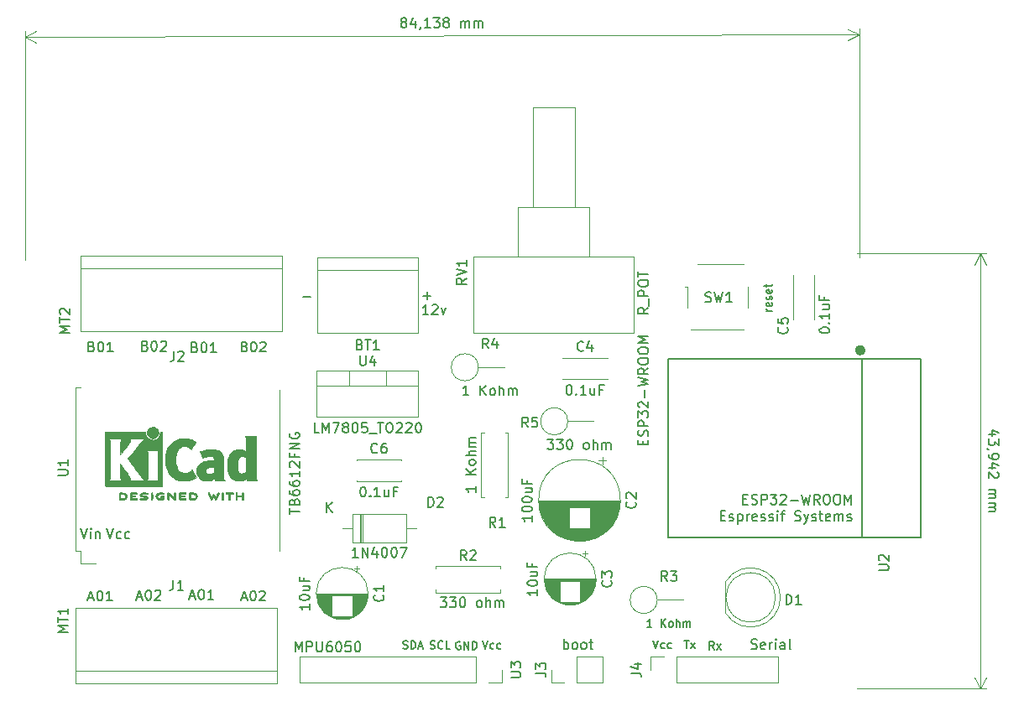
<source format=gbr>
G04 #@! TF.GenerationSoftware,KiCad,Pcbnew,(5.1.0)-1*
G04 #@! TF.CreationDate,2020-06-14T14:54:15-05:00*
G04 #@! TF.ProjectId,ESP32_BridgeH,45535033-325f-4427-9269-646765482e6b,0*
G04 #@! TF.SameCoordinates,Original*
G04 #@! TF.FileFunction,Legend,Top*
G04 #@! TF.FilePolarity,Positive*
%FSLAX46Y46*%
G04 Gerber Fmt 4.6, Leading zero omitted, Abs format (unit mm)*
G04 Created by KiCad (PCBNEW (5.1.0)-1) date 2020-06-14 14:54:15*
%MOMM*%
%LPD*%
G04 APERTURE LIST*
%ADD10C,0.150000*%
%ADD11C,0.120000*%
%ADD12C,0.500000*%
%ADD13C,0.010000*%
%ADD14C,0.100000*%
G04 APERTURE END LIST*
D10*
X191884309Y-133711904D02*
X191617642Y-133330952D01*
X191427166Y-133711904D02*
X191427166Y-132911904D01*
X191731928Y-132911904D01*
X191808119Y-132950000D01*
X191846214Y-132988095D01*
X191884309Y-133064285D01*
X191884309Y-133178571D01*
X191846214Y-133254761D01*
X191808119Y-133292857D01*
X191731928Y-133330952D01*
X191427166Y-133330952D01*
X192150976Y-133711904D02*
X192570023Y-133178571D01*
X192150976Y-133178571D02*
X192570023Y-133711904D01*
X188868119Y-132784904D02*
X189325261Y-132784904D01*
X189096690Y-133584904D02*
X189096690Y-132784904D01*
X189515738Y-133584904D02*
X189934785Y-133051571D01*
X189515738Y-133051571D02*
X189934785Y-133584904D01*
X160509071Y-133610309D02*
X160623357Y-133648404D01*
X160813833Y-133648404D01*
X160890023Y-133610309D01*
X160928119Y-133572214D01*
X160966214Y-133496023D01*
X160966214Y-133419833D01*
X160928119Y-133343642D01*
X160890023Y-133305547D01*
X160813833Y-133267452D01*
X160661452Y-133229357D01*
X160585261Y-133191261D01*
X160547166Y-133153166D01*
X160509071Y-133076976D01*
X160509071Y-133000785D01*
X160547166Y-132924595D01*
X160585261Y-132886500D01*
X160661452Y-132848404D01*
X160851928Y-132848404D01*
X160966214Y-132886500D01*
X161309071Y-133648404D02*
X161309071Y-132848404D01*
X161499547Y-132848404D01*
X161613833Y-132886500D01*
X161690023Y-132962690D01*
X161728119Y-133038880D01*
X161766214Y-133191261D01*
X161766214Y-133305547D01*
X161728119Y-133457928D01*
X161690023Y-133534119D01*
X161613833Y-133610309D01*
X161499547Y-133648404D01*
X161309071Y-133648404D01*
X162070976Y-133419833D02*
X162451928Y-133419833D01*
X161994785Y-133648404D02*
X162261452Y-132848404D01*
X162528119Y-133648404D01*
X163258619Y-133610309D02*
X163372904Y-133648404D01*
X163563380Y-133648404D01*
X163639571Y-133610309D01*
X163677666Y-133572214D01*
X163715761Y-133496023D01*
X163715761Y-133419833D01*
X163677666Y-133343642D01*
X163639571Y-133305547D01*
X163563380Y-133267452D01*
X163411000Y-133229357D01*
X163334809Y-133191261D01*
X163296714Y-133153166D01*
X163258619Y-133076976D01*
X163258619Y-133000785D01*
X163296714Y-132924595D01*
X163334809Y-132886500D01*
X163411000Y-132848404D01*
X163601476Y-132848404D01*
X163715761Y-132886500D01*
X164515761Y-133572214D02*
X164477666Y-133610309D01*
X164363380Y-133648404D01*
X164287190Y-133648404D01*
X164172904Y-133610309D01*
X164096714Y-133534119D01*
X164058619Y-133457928D01*
X164020523Y-133305547D01*
X164020523Y-133191261D01*
X164058619Y-133038880D01*
X164096714Y-132962690D01*
X164172904Y-132886500D01*
X164287190Y-132848404D01*
X164363380Y-132848404D01*
X164477666Y-132886500D01*
X164515761Y-132924595D01*
X165239571Y-133648404D02*
X164858619Y-133648404D01*
X164858619Y-132848404D01*
X166268476Y-132950000D02*
X166192285Y-132911904D01*
X166078000Y-132911904D01*
X165963714Y-132950000D01*
X165887523Y-133026190D01*
X165849428Y-133102380D01*
X165811333Y-133254761D01*
X165811333Y-133369047D01*
X165849428Y-133521428D01*
X165887523Y-133597619D01*
X165963714Y-133673809D01*
X166078000Y-133711904D01*
X166154190Y-133711904D01*
X166268476Y-133673809D01*
X166306571Y-133635714D01*
X166306571Y-133369047D01*
X166154190Y-133369047D01*
X166649428Y-133711904D02*
X166649428Y-132911904D01*
X167106571Y-133711904D01*
X167106571Y-132911904D01*
X167487523Y-133711904D02*
X167487523Y-132911904D01*
X167678000Y-132911904D01*
X167792285Y-132950000D01*
X167868476Y-133026190D01*
X167906571Y-133102380D01*
X167944666Y-133254761D01*
X167944666Y-133369047D01*
X167906571Y-133521428D01*
X167868476Y-133597619D01*
X167792285Y-133673809D01*
X167678000Y-133711904D01*
X167487523Y-133711904D01*
X220241785Y-112030333D02*
X219575119Y-112030333D01*
X220622738Y-111792238D02*
X219908452Y-111554142D01*
X219908452Y-112173190D01*
X220575119Y-112458904D02*
X220575119Y-113077952D01*
X220194166Y-112744619D01*
X220194166Y-112887476D01*
X220146547Y-112982714D01*
X220098928Y-113030333D01*
X220003690Y-113077952D01*
X219765595Y-113077952D01*
X219670357Y-113030333D01*
X219622738Y-112982714D01*
X219575119Y-112887476D01*
X219575119Y-112601761D01*
X219622738Y-112506523D01*
X219670357Y-112458904D01*
X219622738Y-113554142D02*
X219575119Y-113554142D01*
X219479880Y-113506523D01*
X219432261Y-113458904D01*
X219575119Y-114030333D02*
X219575119Y-114220809D01*
X219622738Y-114316047D01*
X219670357Y-114363666D01*
X219813214Y-114458904D01*
X220003690Y-114506523D01*
X220384642Y-114506523D01*
X220479880Y-114458904D01*
X220527500Y-114411285D01*
X220575119Y-114316047D01*
X220575119Y-114125571D01*
X220527500Y-114030333D01*
X220479880Y-113982714D01*
X220384642Y-113935095D01*
X220146547Y-113935095D01*
X220051309Y-113982714D01*
X220003690Y-114030333D01*
X219956071Y-114125571D01*
X219956071Y-114316047D01*
X220003690Y-114411285D01*
X220051309Y-114458904D01*
X220146547Y-114506523D01*
X220241785Y-115363666D02*
X219575119Y-115363666D01*
X220622738Y-115125571D02*
X219908452Y-114887476D01*
X219908452Y-115506523D01*
X220479880Y-115839857D02*
X220527500Y-115887476D01*
X220575119Y-115982714D01*
X220575119Y-116220809D01*
X220527500Y-116316047D01*
X220479880Y-116363666D01*
X220384642Y-116411285D01*
X220289404Y-116411285D01*
X220146547Y-116363666D01*
X219575119Y-115792238D01*
X219575119Y-116411285D01*
X219575119Y-117601761D02*
X220241785Y-117601761D01*
X220146547Y-117601761D02*
X220194166Y-117649380D01*
X220241785Y-117744619D01*
X220241785Y-117887476D01*
X220194166Y-117982714D01*
X220098928Y-118030333D01*
X219575119Y-118030333D01*
X220098928Y-118030333D02*
X220194166Y-118077952D01*
X220241785Y-118173190D01*
X220241785Y-118316047D01*
X220194166Y-118411285D01*
X220098928Y-118458904D01*
X219575119Y-118458904D01*
X219575119Y-118935095D02*
X220241785Y-118935095D01*
X220146547Y-118935095D02*
X220194166Y-118982714D01*
X220241785Y-119077952D01*
X220241785Y-119220809D01*
X220194166Y-119316047D01*
X220098928Y-119363666D01*
X219575119Y-119363666D01*
X220098928Y-119363666D02*
X220194166Y-119411285D01*
X220241785Y-119506523D01*
X220241785Y-119649380D01*
X220194166Y-119744619D01*
X220098928Y-119792238D01*
X219575119Y-119792238D01*
D11*
X218757500Y-93726000D02*
X218757500Y-137668000D01*
X206311500Y-93726000D02*
X219343921Y-93726000D01*
X206311500Y-137668000D02*
X219343921Y-137668000D01*
X218757500Y-137668000D02*
X218171079Y-136541496D01*
X218757500Y-137668000D02*
X219343921Y-136541496D01*
X218757500Y-93726000D02*
X218171079Y-94852504D01*
X218757500Y-93726000D02*
X219343921Y-94852504D01*
D10*
X160490231Y-70359325D02*
X160394885Y-70311922D01*
X160347159Y-70264411D01*
X160299324Y-70169281D01*
X160299216Y-70121662D01*
X160346620Y-70026316D01*
X160394131Y-69978589D01*
X160489261Y-69930755D01*
X160679736Y-69930323D01*
X160775082Y-69977727D01*
X160822809Y-70025238D01*
X160870643Y-70120368D01*
X160870751Y-70167987D01*
X160823348Y-70263332D01*
X160775837Y-70311059D01*
X160680707Y-70358894D01*
X160490231Y-70359325D01*
X160395101Y-70407160D01*
X160347590Y-70454886D01*
X160300187Y-70550232D01*
X160300618Y-70740708D01*
X160348453Y-70835838D01*
X160396179Y-70883349D01*
X160491525Y-70930752D01*
X160682001Y-70930321D01*
X160777131Y-70882486D01*
X160824642Y-70834759D01*
X160872045Y-70739414D01*
X160871614Y-70548938D01*
X160823779Y-70453808D01*
X160776053Y-70406297D01*
X160680707Y-70358894D01*
X161728108Y-70261284D02*
X161729617Y-70927949D01*
X161489150Y-69880872D02*
X161252673Y-70595695D01*
X161871719Y-70594293D01*
X162300936Y-70879036D02*
X162301044Y-70926655D01*
X162253641Y-71022001D01*
X162206130Y-71069727D01*
X163253423Y-70924499D02*
X162681996Y-70925793D01*
X162967709Y-70925146D02*
X162965445Y-69925148D01*
X162870531Y-70068221D01*
X162775508Y-70163674D01*
X162680378Y-70211509D01*
X163584491Y-69923747D02*
X164203537Y-69922345D01*
X163871067Y-70304051D01*
X164013924Y-70303728D01*
X164109269Y-70351131D01*
X164156996Y-70398642D01*
X164204831Y-70493772D01*
X164205370Y-70731867D01*
X164157967Y-70827212D01*
X164110455Y-70874939D01*
X164015325Y-70922774D01*
X163729612Y-70923421D01*
X163634266Y-70876017D01*
X163586539Y-70828506D01*
X164775934Y-70349621D02*
X164680589Y-70302218D01*
X164632862Y-70254707D01*
X164585027Y-70159577D01*
X164584920Y-70111958D01*
X164632323Y-70016612D01*
X164679834Y-69968886D01*
X164774964Y-69921051D01*
X164965440Y-69920620D01*
X165060785Y-69968023D01*
X165108512Y-70015534D01*
X165156347Y-70110664D01*
X165156455Y-70158283D01*
X165109051Y-70253629D01*
X165061540Y-70301356D01*
X164966410Y-70349190D01*
X164775934Y-70349621D01*
X164680804Y-70397456D01*
X164633293Y-70445183D01*
X164585890Y-70540528D01*
X164586321Y-70731004D01*
X164634156Y-70826134D01*
X164681883Y-70873645D01*
X164777228Y-70921049D01*
X164967704Y-70920617D01*
X165062834Y-70872783D01*
X165110345Y-70825056D01*
X165157748Y-70729710D01*
X165157317Y-70539235D01*
X165109483Y-70444105D01*
X165061756Y-70396593D01*
X164966410Y-70349190D01*
X166348653Y-70917491D02*
X166347143Y-70250826D01*
X166347359Y-70346064D02*
X166394870Y-70298337D01*
X166490000Y-70250502D01*
X166632857Y-70250179D01*
X166728203Y-70297582D01*
X166776037Y-70392712D01*
X166777223Y-70916520D01*
X166776037Y-70392712D02*
X166823440Y-70297366D01*
X166918570Y-70249532D01*
X167061427Y-70249208D01*
X167156773Y-70296612D01*
X167204607Y-70391742D01*
X167205793Y-70915550D01*
X167681983Y-70914472D02*
X167680473Y-70247807D01*
X167680689Y-70343045D02*
X167728200Y-70295318D01*
X167823330Y-70247483D01*
X167966187Y-70247160D01*
X168061532Y-70294563D01*
X168109367Y-70389693D01*
X168110553Y-70913501D01*
X168109367Y-70389693D02*
X168156770Y-70294348D01*
X168251900Y-70246513D01*
X168394757Y-70246190D01*
X168490103Y-70293593D01*
X168537937Y-70388723D01*
X168539123Y-70912531D01*
D11*
X122376997Y-71834671D02*
X206514497Y-71644171D01*
X122428000Y-94361000D02*
X122375669Y-71248252D01*
X206565500Y-94170500D02*
X206513169Y-71057752D01*
X206514497Y-71644171D02*
X205389324Y-72233141D01*
X206514497Y-71644171D02*
X205386668Y-71060302D01*
X122376997Y-71834671D02*
X123504826Y-72418540D01*
X122376997Y-71834671D02*
X123502170Y-71245701D01*
D10*
X130635523Y-121499380D02*
X130968857Y-122499380D01*
X131302190Y-121499380D01*
X132064095Y-122451761D02*
X131968857Y-122499380D01*
X131778380Y-122499380D01*
X131683142Y-122451761D01*
X131635523Y-122404142D01*
X131587904Y-122308904D01*
X131587904Y-122023190D01*
X131635523Y-121927952D01*
X131683142Y-121880333D01*
X131778380Y-121832714D01*
X131968857Y-121832714D01*
X132064095Y-121880333D01*
X132921238Y-122451761D02*
X132826000Y-122499380D01*
X132635523Y-122499380D01*
X132540285Y-122451761D01*
X132492666Y-122404142D01*
X132445047Y-122308904D01*
X132445047Y-122023190D01*
X132492666Y-121927952D01*
X132540285Y-121880333D01*
X132635523Y-121832714D01*
X132826000Y-121832714D01*
X132921238Y-121880333D01*
X128008190Y-121499380D02*
X128341523Y-122499380D01*
X128674857Y-121499380D01*
X129008190Y-122499380D02*
X129008190Y-121832714D01*
X129008190Y-121499380D02*
X128960571Y-121547000D01*
X129008190Y-121594619D01*
X129055809Y-121547000D01*
X129008190Y-121499380D01*
X129008190Y-121594619D01*
X129484380Y-121832714D02*
X129484380Y-122499380D01*
X129484380Y-121927952D02*
X129532000Y-121880333D01*
X129627238Y-121832714D01*
X129770095Y-121832714D01*
X129865333Y-121880333D01*
X129912952Y-121975571D01*
X129912952Y-122499380D01*
X144534047Y-103116071D02*
X144676904Y-103163690D01*
X144724523Y-103211309D01*
X144772142Y-103306547D01*
X144772142Y-103449404D01*
X144724523Y-103544642D01*
X144676904Y-103592261D01*
X144581666Y-103639880D01*
X144200714Y-103639880D01*
X144200714Y-102639880D01*
X144534047Y-102639880D01*
X144629285Y-102687500D01*
X144676904Y-102735119D01*
X144724523Y-102830357D01*
X144724523Y-102925595D01*
X144676904Y-103020833D01*
X144629285Y-103068452D01*
X144534047Y-103116071D01*
X144200714Y-103116071D01*
X145391190Y-102639880D02*
X145486428Y-102639880D01*
X145581666Y-102687500D01*
X145629285Y-102735119D01*
X145676904Y-102830357D01*
X145724523Y-103020833D01*
X145724523Y-103258928D01*
X145676904Y-103449404D01*
X145629285Y-103544642D01*
X145581666Y-103592261D01*
X145486428Y-103639880D01*
X145391190Y-103639880D01*
X145295952Y-103592261D01*
X145248333Y-103544642D01*
X145200714Y-103449404D01*
X145153095Y-103258928D01*
X145153095Y-103020833D01*
X145200714Y-102830357D01*
X145248333Y-102735119D01*
X145295952Y-102687500D01*
X145391190Y-102639880D01*
X146105476Y-102735119D02*
X146153095Y-102687500D01*
X146248333Y-102639880D01*
X146486428Y-102639880D01*
X146581666Y-102687500D01*
X146629285Y-102735119D01*
X146676904Y-102830357D01*
X146676904Y-102925595D01*
X146629285Y-103068452D01*
X146057857Y-103639880D01*
X146676904Y-103639880D01*
X139517547Y-103179571D02*
X139660404Y-103227190D01*
X139708023Y-103274809D01*
X139755642Y-103370047D01*
X139755642Y-103512904D01*
X139708023Y-103608142D01*
X139660404Y-103655761D01*
X139565166Y-103703380D01*
X139184214Y-103703380D01*
X139184214Y-102703380D01*
X139517547Y-102703380D01*
X139612785Y-102751000D01*
X139660404Y-102798619D01*
X139708023Y-102893857D01*
X139708023Y-102989095D01*
X139660404Y-103084333D01*
X139612785Y-103131952D01*
X139517547Y-103179571D01*
X139184214Y-103179571D01*
X140374690Y-102703380D02*
X140469928Y-102703380D01*
X140565166Y-102751000D01*
X140612785Y-102798619D01*
X140660404Y-102893857D01*
X140708023Y-103084333D01*
X140708023Y-103322428D01*
X140660404Y-103512904D01*
X140612785Y-103608142D01*
X140565166Y-103655761D01*
X140469928Y-103703380D01*
X140374690Y-103703380D01*
X140279452Y-103655761D01*
X140231833Y-103608142D01*
X140184214Y-103512904D01*
X140136595Y-103322428D01*
X140136595Y-103084333D01*
X140184214Y-102893857D01*
X140231833Y-102798619D01*
X140279452Y-102751000D01*
X140374690Y-102703380D01*
X141660404Y-103703380D02*
X141088976Y-103703380D01*
X141374690Y-103703380D02*
X141374690Y-102703380D01*
X141279452Y-102846238D01*
X141184214Y-102941476D01*
X141088976Y-102989095D01*
X134501047Y-103052571D02*
X134643904Y-103100190D01*
X134691523Y-103147809D01*
X134739142Y-103243047D01*
X134739142Y-103385904D01*
X134691523Y-103481142D01*
X134643904Y-103528761D01*
X134548666Y-103576380D01*
X134167714Y-103576380D01*
X134167714Y-102576380D01*
X134501047Y-102576380D01*
X134596285Y-102624000D01*
X134643904Y-102671619D01*
X134691523Y-102766857D01*
X134691523Y-102862095D01*
X134643904Y-102957333D01*
X134596285Y-103004952D01*
X134501047Y-103052571D01*
X134167714Y-103052571D01*
X135358190Y-102576380D02*
X135453428Y-102576380D01*
X135548666Y-102624000D01*
X135596285Y-102671619D01*
X135643904Y-102766857D01*
X135691523Y-102957333D01*
X135691523Y-103195428D01*
X135643904Y-103385904D01*
X135596285Y-103481142D01*
X135548666Y-103528761D01*
X135453428Y-103576380D01*
X135358190Y-103576380D01*
X135262952Y-103528761D01*
X135215333Y-103481142D01*
X135167714Y-103385904D01*
X135120095Y-103195428D01*
X135120095Y-102957333D01*
X135167714Y-102766857D01*
X135215333Y-102671619D01*
X135262952Y-102624000D01*
X135358190Y-102576380D01*
X136072476Y-102671619D02*
X136120095Y-102624000D01*
X136215333Y-102576380D01*
X136453428Y-102576380D01*
X136548666Y-102624000D01*
X136596285Y-102671619D01*
X136643904Y-102766857D01*
X136643904Y-102862095D01*
X136596285Y-103004952D01*
X136024857Y-103576380D01*
X136643904Y-103576380D01*
X129103547Y-103116071D02*
X129246404Y-103163690D01*
X129294023Y-103211309D01*
X129341642Y-103306547D01*
X129341642Y-103449404D01*
X129294023Y-103544642D01*
X129246404Y-103592261D01*
X129151166Y-103639880D01*
X128770214Y-103639880D01*
X128770214Y-102639880D01*
X129103547Y-102639880D01*
X129198785Y-102687500D01*
X129246404Y-102735119D01*
X129294023Y-102830357D01*
X129294023Y-102925595D01*
X129246404Y-103020833D01*
X129198785Y-103068452D01*
X129103547Y-103116071D01*
X128770214Y-103116071D01*
X129960690Y-102639880D02*
X130055928Y-102639880D01*
X130151166Y-102687500D01*
X130198785Y-102735119D01*
X130246404Y-102830357D01*
X130294023Y-103020833D01*
X130294023Y-103258928D01*
X130246404Y-103449404D01*
X130198785Y-103544642D01*
X130151166Y-103592261D01*
X130055928Y-103639880D01*
X129960690Y-103639880D01*
X129865452Y-103592261D01*
X129817833Y-103544642D01*
X129770214Y-103449404D01*
X129722595Y-103258928D01*
X129722595Y-103020833D01*
X129770214Y-102830357D01*
X129817833Y-102735119D01*
X129865452Y-102687500D01*
X129960690Y-102639880D01*
X131246404Y-103639880D02*
X130674976Y-103639880D01*
X130960690Y-103639880D02*
X130960690Y-102639880D01*
X130865452Y-102782738D01*
X130770214Y-102877976D01*
X130674976Y-102925595D01*
X144224523Y-128500166D02*
X144700714Y-128500166D01*
X144129285Y-128785880D02*
X144462619Y-127785880D01*
X144795952Y-128785880D01*
X145319761Y-127785880D02*
X145415000Y-127785880D01*
X145510238Y-127833500D01*
X145557857Y-127881119D01*
X145605476Y-127976357D01*
X145653095Y-128166833D01*
X145653095Y-128404928D01*
X145605476Y-128595404D01*
X145557857Y-128690642D01*
X145510238Y-128738261D01*
X145415000Y-128785880D01*
X145319761Y-128785880D01*
X145224523Y-128738261D01*
X145176904Y-128690642D01*
X145129285Y-128595404D01*
X145081666Y-128404928D01*
X145081666Y-128166833D01*
X145129285Y-127976357D01*
X145176904Y-127881119D01*
X145224523Y-127833500D01*
X145319761Y-127785880D01*
X146034047Y-127881119D02*
X146081666Y-127833500D01*
X146176904Y-127785880D01*
X146415000Y-127785880D01*
X146510238Y-127833500D01*
X146557857Y-127881119D01*
X146605476Y-127976357D01*
X146605476Y-128071595D01*
X146557857Y-128214452D01*
X145986428Y-128785880D01*
X146605476Y-128785880D01*
X139017523Y-128373166D02*
X139493714Y-128373166D01*
X138922285Y-128658880D02*
X139255619Y-127658880D01*
X139588952Y-128658880D01*
X140112761Y-127658880D02*
X140208000Y-127658880D01*
X140303238Y-127706500D01*
X140350857Y-127754119D01*
X140398476Y-127849357D01*
X140446095Y-128039833D01*
X140446095Y-128277928D01*
X140398476Y-128468404D01*
X140350857Y-128563642D01*
X140303238Y-128611261D01*
X140208000Y-128658880D01*
X140112761Y-128658880D01*
X140017523Y-128611261D01*
X139969904Y-128563642D01*
X139922285Y-128468404D01*
X139874666Y-128277928D01*
X139874666Y-128039833D01*
X139922285Y-127849357D01*
X139969904Y-127754119D01*
X140017523Y-127706500D01*
X140112761Y-127658880D01*
X141398476Y-128658880D02*
X140827047Y-128658880D01*
X141112761Y-128658880D02*
X141112761Y-127658880D01*
X141017523Y-127801738D01*
X140922285Y-127896976D01*
X140827047Y-127944595D01*
X133683523Y-128436666D02*
X134159714Y-128436666D01*
X133588285Y-128722380D02*
X133921619Y-127722380D01*
X134254952Y-128722380D01*
X134778761Y-127722380D02*
X134874000Y-127722380D01*
X134969238Y-127770000D01*
X135016857Y-127817619D01*
X135064476Y-127912857D01*
X135112095Y-128103333D01*
X135112095Y-128341428D01*
X135064476Y-128531904D01*
X135016857Y-128627142D01*
X134969238Y-128674761D01*
X134874000Y-128722380D01*
X134778761Y-128722380D01*
X134683523Y-128674761D01*
X134635904Y-128627142D01*
X134588285Y-128531904D01*
X134540666Y-128341428D01*
X134540666Y-128103333D01*
X134588285Y-127912857D01*
X134635904Y-127817619D01*
X134683523Y-127770000D01*
X134778761Y-127722380D01*
X135493047Y-127817619D02*
X135540666Y-127770000D01*
X135635904Y-127722380D01*
X135874000Y-127722380D01*
X135969238Y-127770000D01*
X136016857Y-127817619D01*
X136064476Y-127912857D01*
X136064476Y-128008095D01*
X136016857Y-128150952D01*
X135445428Y-128722380D01*
X136064476Y-128722380D01*
X128794023Y-128500166D02*
X129270214Y-128500166D01*
X128698785Y-128785880D02*
X129032119Y-127785880D01*
X129365452Y-128785880D01*
X129889261Y-127785880D02*
X129984500Y-127785880D01*
X130079738Y-127833500D01*
X130127357Y-127881119D01*
X130174976Y-127976357D01*
X130222595Y-128166833D01*
X130222595Y-128404928D01*
X130174976Y-128595404D01*
X130127357Y-128690642D01*
X130079738Y-128738261D01*
X129984500Y-128785880D01*
X129889261Y-128785880D01*
X129794023Y-128738261D01*
X129746404Y-128690642D01*
X129698785Y-128595404D01*
X129651166Y-128404928D01*
X129651166Y-128166833D01*
X129698785Y-127976357D01*
X129746404Y-127881119D01*
X129794023Y-127833500D01*
X129889261Y-127785880D01*
X131174976Y-128785880D02*
X130603547Y-128785880D01*
X130889261Y-128785880D02*
X130889261Y-127785880D01*
X130794023Y-127928738D01*
X130698785Y-128023976D01*
X130603547Y-128071595D01*
X185737619Y-132784904D02*
X186004285Y-133584904D01*
X186270952Y-132784904D01*
X186880476Y-133546809D02*
X186804285Y-133584904D01*
X186651904Y-133584904D01*
X186575714Y-133546809D01*
X186537619Y-133508714D01*
X186499523Y-133432523D01*
X186499523Y-133203952D01*
X186537619Y-133127761D01*
X186575714Y-133089666D01*
X186651904Y-133051571D01*
X186804285Y-133051571D01*
X186880476Y-133089666D01*
X187566190Y-133546809D02*
X187490000Y-133584904D01*
X187337619Y-133584904D01*
X187261428Y-133546809D01*
X187223333Y-133508714D01*
X187185238Y-133432523D01*
X187185238Y-133203952D01*
X187223333Y-133127761D01*
X187261428Y-133089666D01*
X187337619Y-133051571D01*
X187490000Y-133051571D01*
X187566190Y-133089666D01*
X168529119Y-132848404D02*
X168795785Y-133648404D01*
X169062452Y-132848404D01*
X169671976Y-133610309D02*
X169595785Y-133648404D01*
X169443404Y-133648404D01*
X169367214Y-133610309D01*
X169329119Y-133572214D01*
X169291023Y-133496023D01*
X169291023Y-133267452D01*
X169329119Y-133191261D01*
X169367214Y-133153166D01*
X169443404Y-133115071D01*
X169595785Y-133115071D01*
X169671976Y-133153166D01*
X170357690Y-133610309D02*
X170281500Y-133648404D01*
X170129119Y-133648404D01*
X170052928Y-133610309D01*
X170014833Y-133572214D01*
X169976738Y-133496023D01*
X169976738Y-133267452D01*
X170014833Y-133191261D01*
X170052928Y-133153166D01*
X170129119Y-133115071D01*
X170281500Y-133115071D01*
X170357690Y-133153166D01*
X150431547Y-98115428D02*
X151193452Y-98115428D01*
X162560047Y-97988428D02*
X163321952Y-97988428D01*
X162941000Y-98369380D02*
X162941000Y-97607476D01*
X212775000Y-122411000D02*
X212775000Y-104411000D01*
X187275000Y-122411000D02*
X187275000Y-104411000D01*
X212775000Y-122411000D02*
X187275000Y-122411000D01*
X212775000Y-104411000D02*
X187275000Y-104411000D01*
X206775000Y-122411000D02*
X206775000Y-104411000D01*
D12*
X206912981Y-103505000D02*
G75*
G03X206912981Y-103505000I-283981J0D01*
G01*
D13*
G36*
X132002837Y-117871758D02*
G01*
X132042319Y-117872159D01*
X132158008Y-117874951D01*
X132254897Y-117883242D01*
X132336289Y-117897924D01*
X132405485Y-117919885D01*
X132465788Y-117950014D01*
X132520500Y-117989202D01*
X132540041Y-118006224D01*
X132572458Y-118046055D01*
X132601688Y-118100105D01*
X132624217Y-118160015D01*
X132636529Y-118217431D01*
X132637808Y-118238648D01*
X132629791Y-118297461D01*
X132608309Y-118361705D01*
X132577209Y-118422513D01*
X132540342Y-118471022D01*
X132534354Y-118476874D01*
X132483629Y-118518013D01*
X132428083Y-118550127D01*
X132364512Y-118574057D01*
X132289714Y-118590645D01*
X132200486Y-118600733D01*
X132093626Y-118605161D01*
X132044680Y-118605537D01*
X131982446Y-118605237D01*
X131938680Y-118603984D01*
X131909277Y-118601246D01*
X131890129Y-118596493D01*
X131877131Y-118589193D01*
X131870163Y-118582959D01*
X131863582Y-118575386D01*
X131858420Y-118565616D01*
X131854505Y-118551032D01*
X131851665Y-118529018D01*
X131849728Y-118496956D01*
X131848524Y-118452228D01*
X131847880Y-118392218D01*
X131847625Y-118314309D01*
X131847586Y-118238648D01*
X131847338Y-118137733D01*
X131847391Y-118057119D01*
X131848351Y-118018514D01*
X131994341Y-118018514D01*
X131994341Y-118458781D01*
X132087474Y-118458696D01*
X132143515Y-118457088D01*
X132202209Y-118452948D01*
X132251180Y-118447156D01*
X132252670Y-118446918D01*
X132331816Y-118427782D01*
X132393206Y-118397979D01*
X132439903Y-118355570D01*
X132469573Y-118309653D01*
X132487855Y-118258718D01*
X132486437Y-118210892D01*
X132465220Y-118159625D01*
X132423719Y-118106591D01*
X132366210Y-118067292D01*
X132291458Y-118041023D01*
X132241500Y-118031727D01*
X132184792Y-118025199D01*
X132124689Y-118020474D01*
X132073569Y-118018509D01*
X132070541Y-118018500D01*
X131994341Y-118018514D01*
X131848351Y-118018514D01*
X131848948Y-117994543D01*
X131853210Y-117947747D01*
X131861378Y-117914470D01*
X131874652Y-117892451D01*
X131894234Y-117879431D01*
X131921325Y-117873149D01*
X131957126Y-117871345D01*
X132002837Y-117871758D01*
X132002837Y-117871758D01*
G37*
X132002837Y-117871758D02*
X132042319Y-117872159D01*
X132158008Y-117874951D01*
X132254897Y-117883242D01*
X132336289Y-117897924D01*
X132405485Y-117919885D01*
X132465788Y-117950014D01*
X132520500Y-117989202D01*
X132540041Y-118006224D01*
X132572458Y-118046055D01*
X132601688Y-118100105D01*
X132624217Y-118160015D01*
X132636529Y-118217431D01*
X132637808Y-118238648D01*
X132629791Y-118297461D01*
X132608309Y-118361705D01*
X132577209Y-118422513D01*
X132540342Y-118471022D01*
X132534354Y-118476874D01*
X132483629Y-118518013D01*
X132428083Y-118550127D01*
X132364512Y-118574057D01*
X132289714Y-118590645D01*
X132200486Y-118600733D01*
X132093626Y-118605161D01*
X132044680Y-118605537D01*
X131982446Y-118605237D01*
X131938680Y-118603984D01*
X131909277Y-118601246D01*
X131890129Y-118596493D01*
X131877131Y-118589193D01*
X131870163Y-118582959D01*
X131863582Y-118575386D01*
X131858420Y-118565616D01*
X131854505Y-118551032D01*
X131851665Y-118529018D01*
X131849728Y-118496956D01*
X131848524Y-118452228D01*
X131847880Y-118392218D01*
X131847625Y-118314309D01*
X131847586Y-118238648D01*
X131847338Y-118137733D01*
X131847391Y-118057119D01*
X131848351Y-118018514D01*
X131994341Y-118018514D01*
X131994341Y-118458781D01*
X132087474Y-118458696D01*
X132143515Y-118457088D01*
X132202209Y-118452948D01*
X132251180Y-118447156D01*
X132252670Y-118446918D01*
X132331816Y-118427782D01*
X132393206Y-118397979D01*
X132439903Y-118355570D01*
X132469573Y-118309653D01*
X132487855Y-118258718D01*
X132486437Y-118210892D01*
X132465220Y-118159625D01*
X132423719Y-118106591D01*
X132366210Y-118067292D01*
X132291458Y-118041023D01*
X132241500Y-118031727D01*
X132184792Y-118025199D01*
X132124689Y-118020474D01*
X132073569Y-118018509D01*
X132070541Y-118018500D01*
X131994341Y-118018514D01*
X131848351Y-118018514D01*
X131848948Y-117994543D01*
X131853210Y-117947747D01*
X131861378Y-117914470D01*
X131874652Y-117892451D01*
X131894234Y-117879431D01*
X131921325Y-117873149D01*
X131957126Y-117871345D01*
X132002837Y-117871758D01*
G36*
X133411414Y-117871838D02*
G01*
X133480822Y-117872210D01*
X133533211Y-117873077D01*
X133571361Y-117874638D01*
X133598049Y-117877095D01*
X133616055Y-117880649D01*
X133628159Y-117885502D01*
X133637139Y-117891853D01*
X133640390Y-117894776D01*
X133660165Y-117925834D01*
X133663726Y-117961520D01*
X133650717Y-117993202D01*
X133644702Y-117999605D01*
X133634973Y-118005813D01*
X133619307Y-118010602D01*
X133594800Y-118014206D01*
X133558547Y-118016856D01*
X133507643Y-118018787D01*
X133439182Y-118020231D01*
X133376591Y-118021110D01*
X133128874Y-118024159D01*
X133125489Y-118089070D01*
X133122103Y-118153981D01*
X133290250Y-118153981D01*
X133363249Y-118154611D01*
X133416691Y-118157245D01*
X133453580Y-118163001D01*
X133476920Y-118172996D01*
X133489714Y-118188348D01*
X133494966Y-118210174D01*
X133495763Y-118230430D01*
X133493285Y-118255284D01*
X133483931Y-118273598D01*
X133464825Y-118286329D01*
X133433090Y-118294433D01*
X133385849Y-118298868D01*
X133320225Y-118300591D01*
X133284407Y-118300737D01*
X133123230Y-118300737D01*
X133123230Y-118458781D01*
X133371586Y-118458781D01*
X133452995Y-118458894D01*
X133514866Y-118459404D01*
X133560240Y-118460562D01*
X133592154Y-118462622D01*
X133613649Y-118465838D01*
X133627765Y-118470464D01*
X133637540Y-118476751D01*
X133642519Y-118481359D01*
X133659598Y-118508252D01*
X133665097Y-118532159D01*
X133657245Y-118561359D01*
X133642519Y-118582959D01*
X133634662Y-118589758D01*
X133624520Y-118595038D01*
X133609364Y-118598990D01*
X133586467Y-118601805D01*
X133553099Y-118603674D01*
X133506533Y-118604790D01*
X133444041Y-118605343D01*
X133362894Y-118605525D01*
X133320786Y-118605537D01*
X133230610Y-118605457D01*
X133160284Y-118605090D01*
X133107079Y-118604244D01*
X133068268Y-118602728D01*
X133041121Y-118600351D01*
X133022910Y-118596921D01*
X133010908Y-118592246D01*
X133002386Y-118586136D01*
X132999052Y-118582959D01*
X132992453Y-118575362D01*
X132987281Y-118565562D01*
X132983362Y-118550931D01*
X132980524Y-118528844D01*
X132978593Y-118496674D01*
X132977396Y-118451795D01*
X132976760Y-118391581D01*
X132976511Y-118313405D01*
X132976474Y-118240615D01*
X132976508Y-118147399D01*
X132976743Y-118074123D01*
X132977378Y-118018150D01*
X132978614Y-117976843D01*
X132980652Y-117947564D01*
X132983691Y-117927676D01*
X132987931Y-117914542D01*
X132993573Y-117905524D01*
X133000817Y-117897985D01*
X133002602Y-117896304D01*
X133011263Y-117888864D01*
X133021326Y-117883101D01*
X133035583Y-117878804D01*
X133056825Y-117875756D01*
X133087844Y-117873743D01*
X133131431Y-117872552D01*
X133190377Y-117871967D01*
X133267474Y-117871775D01*
X133322207Y-117871759D01*
X133411414Y-117871838D01*
X133411414Y-117871838D01*
G37*
X133411414Y-117871838D02*
X133480822Y-117872210D01*
X133533211Y-117873077D01*
X133571361Y-117874638D01*
X133598049Y-117877095D01*
X133616055Y-117880649D01*
X133628159Y-117885502D01*
X133637139Y-117891853D01*
X133640390Y-117894776D01*
X133660165Y-117925834D01*
X133663726Y-117961520D01*
X133650717Y-117993202D01*
X133644702Y-117999605D01*
X133634973Y-118005813D01*
X133619307Y-118010602D01*
X133594800Y-118014206D01*
X133558547Y-118016856D01*
X133507643Y-118018787D01*
X133439182Y-118020231D01*
X133376591Y-118021110D01*
X133128874Y-118024159D01*
X133125489Y-118089070D01*
X133122103Y-118153981D01*
X133290250Y-118153981D01*
X133363249Y-118154611D01*
X133416691Y-118157245D01*
X133453580Y-118163001D01*
X133476920Y-118172996D01*
X133489714Y-118188348D01*
X133494966Y-118210174D01*
X133495763Y-118230430D01*
X133493285Y-118255284D01*
X133483931Y-118273598D01*
X133464825Y-118286329D01*
X133433090Y-118294433D01*
X133385849Y-118298868D01*
X133320225Y-118300591D01*
X133284407Y-118300737D01*
X133123230Y-118300737D01*
X133123230Y-118458781D01*
X133371586Y-118458781D01*
X133452995Y-118458894D01*
X133514866Y-118459404D01*
X133560240Y-118460562D01*
X133592154Y-118462622D01*
X133613649Y-118465838D01*
X133627765Y-118470464D01*
X133637540Y-118476751D01*
X133642519Y-118481359D01*
X133659598Y-118508252D01*
X133665097Y-118532159D01*
X133657245Y-118561359D01*
X133642519Y-118582959D01*
X133634662Y-118589758D01*
X133624520Y-118595038D01*
X133609364Y-118598990D01*
X133586467Y-118601805D01*
X133553099Y-118603674D01*
X133506533Y-118604790D01*
X133444041Y-118605343D01*
X133362894Y-118605525D01*
X133320786Y-118605537D01*
X133230610Y-118605457D01*
X133160284Y-118605090D01*
X133107079Y-118604244D01*
X133068268Y-118602728D01*
X133041121Y-118600351D01*
X133022910Y-118596921D01*
X133010908Y-118592246D01*
X133002386Y-118586136D01*
X132999052Y-118582959D01*
X132992453Y-118575362D01*
X132987281Y-118565562D01*
X132983362Y-118550931D01*
X132980524Y-118528844D01*
X132978593Y-118496674D01*
X132977396Y-118451795D01*
X132976760Y-118391581D01*
X132976511Y-118313405D01*
X132976474Y-118240615D01*
X132976508Y-118147399D01*
X132976743Y-118074123D01*
X132977378Y-118018150D01*
X132978614Y-117976843D01*
X132980652Y-117947564D01*
X132983691Y-117927676D01*
X132987931Y-117914542D01*
X132993573Y-117905524D01*
X133000817Y-117897985D01*
X133002602Y-117896304D01*
X133011263Y-117888864D01*
X133021326Y-117883101D01*
X133035583Y-117878804D01*
X133056825Y-117875756D01*
X133087844Y-117873743D01*
X133131431Y-117872552D01*
X133190377Y-117871967D01*
X133267474Y-117871775D01*
X133322207Y-117871759D01*
X133411414Y-117871838D01*
G36*
X134432505Y-117873043D02*
G01*
X134507320Y-117878273D01*
X134576902Y-117886442D01*
X134637206Y-117897242D01*
X134684188Y-117910365D01*
X134713802Y-117925505D01*
X134718348Y-117929961D01*
X134734154Y-117964542D01*
X134729361Y-118000043D01*
X134704844Y-118030417D01*
X134703674Y-118031288D01*
X134689254Y-118040646D01*
X134674200Y-118045568D01*
X134653203Y-118046165D01*
X134620951Y-118042553D01*
X134572135Y-118034846D01*
X134568208Y-118034197D01*
X134495469Y-118025261D01*
X134416991Y-118020853D01*
X134338281Y-118020811D01*
X134264847Y-118024971D01*
X134202197Y-118033171D01*
X134155838Y-118045249D01*
X134152792Y-118046463D01*
X134119160Y-118065307D01*
X134107344Y-118084377D01*
X134116594Y-118103131D01*
X134146161Y-118121029D01*
X134195297Y-118137529D01*
X134263251Y-118152088D01*
X134308563Y-118159098D01*
X134402752Y-118172581D01*
X134477664Y-118184906D01*
X134536491Y-118197141D01*
X134582423Y-118210353D01*
X134618653Y-118225609D01*
X134648370Y-118243977D01*
X134674766Y-118266523D01*
X134695978Y-118288663D01*
X134721143Y-118319511D01*
X134733527Y-118346037D01*
X134737400Y-118378718D01*
X134737541Y-118390687D01*
X134734632Y-118430404D01*
X134723006Y-118459951D01*
X134702885Y-118486178D01*
X134661992Y-118526268D01*
X134616391Y-118556841D01*
X134562695Y-118578895D01*
X134497516Y-118593427D01*
X134417464Y-118601433D01*
X134319151Y-118603910D01*
X134302919Y-118603869D01*
X134237359Y-118602510D01*
X134172342Y-118599422D01*
X134114956Y-118595048D01*
X134072286Y-118589832D01*
X134068836Y-118589233D01*
X134026412Y-118579183D01*
X133990428Y-118566488D01*
X133970058Y-118554882D01*
X133951101Y-118524264D01*
X133949781Y-118488610D01*
X133966123Y-118456836D01*
X133969779Y-118453243D01*
X133984893Y-118442568D01*
X134003793Y-118437968D01*
X134033046Y-118438751D01*
X134068557Y-118442819D01*
X134108238Y-118446454D01*
X134163863Y-118449520D01*
X134228802Y-118451745D01*
X134296423Y-118452856D01*
X134314208Y-118452929D01*
X134382080Y-118452656D01*
X134431754Y-118451338D01*
X134467598Y-118448519D01*
X134493984Y-118443742D01*
X134515282Y-118436549D01*
X134528082Y-118430559D01*
X134556208Y-118413925D01*
X134574140Y-118398860D01*
X134576761Y-118394589D01*
X134571232Y-118376955D01*
X134544948Y-118359884D01*
X134499730Y-118344150D01*
X134437400Y-118330530D01*
X134419037Y-118327496D01*
X134323118Y-118312430D01*
X134246567Y-118299838D01*
X134186428Y-118288803D01*
X134139748Y-118278412D01*
X134103571Y-118267748D01*
X134074943Y-118255897D01*
X134050910Y-118241943D01*
X134028516Y-118224973D01*
X134004806Y-118204070D01*
X133996828Y-118196741D01*
X133968855Y-118169391D01*
X133954048Y-118147721D01*
X133948256Y-118122924D01*
X133947319Y-118091675D01*
X133957633Y-118030397D01*
X133988456Y-117978332D01*
X134039613Y-117935650D01*
X134110925Y-117902517D01*
X134161808Y-117887656D01*
X134217108Y-117878058D01*
X134283355Y-117872628D01*
X134356502Y-117871059D01*
X134432505Y-117873043D01*
X134432505Y-117873043D01*
G37*
X134432505Y-117873043D02*
X134507320Y-117878273D01*
X134576902Y-117886442D01*
X134637206Y-117897242D01*
X134684188Y-117910365D01*
X134713802Y-117925505D01*
X134718348Y-117929961D01*
X134734154Y-117964542D01*
X134729361Y-118000043D01*
X134704844Y-118030417D01*
X134703674Y-118031288D01*
X134689254Y-118040646D01*
X134674200Y-118045568D01*
X134653203Y-118046165D01*
X134620951Y-118042553D01*
X134572135Y-118034846D01*
X134568208Y-118034197D01*
X134495469Y-118025261D01*
X134416991Y-118020853D01*
X134338281Y-118020811D01*
X134264847Y-118024971D01*
X134202197Y-118033171D01*
X134155838Y-118045249D01*
X134152792Y-118046463D01*
X134119160Y-118065307D01*
X134107344Y-118084377D01*
X134116594Y-118103131D01*
X134146161Y-118121029D01*
X134195297Y-118137529D01*
X134263251Y-118152088D01*
X134308563Y-118159098D01*
X134402752Y-118172581D01*
X134477664Y-118184906D01*
X134536491Y-118197141D01*
X134582423Y-118210353D01*
X134618653Y-118225609D01*
X134648370Y-118243977D01*
X134674766Y-118266523D01*
X134695978Y-118288663D01*
X134721143Y-118319511D01*
X134733527Y-118346037D01*
X134737400Y-118378718D01*
X134737541Y-118390687D01*
X134734632Y-118430404D01*
X134723006Y-118459951D01*
X134702885Y-118486178D01*
X134661992Y-118526268D01*
X134616391Y-118556841D01*
X134562695Y-118578895D01*
X134497516Y-118593427D01*
X134417464Y-118601433D01*
X134319151Y-118603910D01*
X134302919Y-118603869D01*
X134237359Y-118602510D01*
X134172342Y-118599422D01*
X134114956Y-118595048D01*
X134072286Y-118589832D01*
X134068836Y-118589233D01*
X134026412Y-118579183D01*
X133990428Y-118566488D01*
X133970058Y-118554882D01*
X133951101Y-118524264D01*
X133949781Y-118488610D01*
X133966123Y-118456836D01*
X133969779Y-118453243D01*
X133984893Y-118442568D01*
X134003793Y-118437968D01*
X134033046Y-118438751D01*
X134068557Y-118442819D01*
X134108238Y-118446454D01*
X134163863Y-118449520D01*
X134228802Y-118451745D01*
X134296423Y-118452856D01*
X134314208Y-118452929D01*
X134382080Y-118452656D01*
X134431754Y-118451338D01*
X134467598Y-118448519D01*
X134493984Y-118443742D01*
X134515282Y-118436549D01*
X134528082Y-118430559D01*
X134556208Y-118413925D01*
X134574140Y-118398860D01*
X134576761Y-118394589D01*
X134571232Y-118376955D01*
X134544948Y-118359884D01*
X134499730Y-118344150D01*
X134437400Y-118330530D01*
X134419037Y-118327496D01*
X134323118Y-118312430D01*
X134246567Y-118299838D01*
X134186428Y-118288803D01*
X134139748Y-118278412D01*
X134103571Y-118267748D01*
X134074943Y-118255897D01*
X134050910Y-118241943D01*
X134028516Y-118224973D01*
X134004806Y-118204070D01*
X133996828Y-118196741D01*
X133968855Y-118169391D01*
X133954048Y-118147721D01*
X133948256Y-118122924D01*
X133947319Y-118091675D01*
X133957633Y-118030397D01*
X133988456Y-117978332D01*
X134039613Y-117935650D01*
X134110925Y-117902517D01*
X134161808Y-117887656D01*
X134217108Y-117878058D01*
X134283355Y-117872628D01*
X134356502Y-117871059D01*
X134432505Y-117873043D01*
G36*
X135200386Y-117894337D02*
G01*
X135206966Y-117901910D01*
X135212129Y-117911679D01*
X135216044Y-117926263D01*
X135218884Y-117948277D01*
X135220821Y-117980340D01*
X135222025Y-118025067D01*
X135222669Y-118085077D01*
X135222924Y-118162986D01*
X135222963Y-118238648D01*
X135222894Y-118332494D01*
X135222570Y-118406381D01*
X135221822Y-118462924D01*
X135220476Y-118504741D01*
X135218362Y-118534449D01*
X135215308Y-118554665D01*
X135211142Y-118568006D01*
X135205692Y-118577090D01*
X135200386Y-118582959D01*
X135167382Y-118602639D01*
X135132217Y-118600873D01*
X135100753Y-118579409D01*
X135093524Y-118571029D01*
X135087874Y-118561306D01*
X135083609Y-118547553D01*
X135080535Y-118527081D01*
X135078456Y-118497204D01*
X135077178Y-118455233D01*
X135076507Y-118398481D01*
X135076249Y-118324259D01*
X135076208Y-118240229D01*
X135076208Y-117927177D01*
X135103917Y-117899468D01*
X135138071Y-117876155D01*
X135171202Y-117875315D01*
X135200386Y-117894337D01*
X135200386Y-117894337D01*
G37*
X135200386Y-117894337D02*
X135206966Y-117901910D01*
X135212129Y-117911679D01*
X135216044Y-117926263D01*
X135218884Y-117948277D01*
X135220821Y-117980340D01*
X135222025Y-118025067D01*
X135222669Y-118085077D01*
X135222924Y-118162986D01*
X135222963Y-118238648D01*
X135222894Y-118332494D01*
X135222570Y-118406381D01*
X135221822Y-118462924D01*
X135220476Y-118504741D01*
X135218362Y-118534449D01*
X135215308Y-118554665D01*
X135211142Y-118568006D01*
X135205692Y-118577090D01*
X135200386Y-118582959D01*
X135167382Y-118602639D01*
X135132217Y-118600873D01*
X135100753Y-118579409D01*
X135093524Y-118571029D01*
X135087874Y-118561306D01*
X135083609Y-118547553D01*
X135080535Y-118527081D01*
X135078456Y-118497204D01*
X135077178Y-118455233D01*
X135076507Y-118398481D01*
X135076249Y-118324259D01*
X135076208Y-118240229D01*
X135076208Y-117927177D01*
X135103917Y-117899468D01*
X135138071Y-117876155D01*
X135171202Y-117875315D01*
X135200386Y-117894337D01*
G36*
X136174127Y-117877291D02*
G01*
X136242643Y-117888787D01*
X136295265Y-117906659D01*
X136329500Y-117930191D01*
X136338829Y-117943616D01*
X136348315Y-117974840D01*
X136341931Y-118003087D01*
X136321778Y-118029874D01*
X136290463Y-118042405D01*
X136245025Y-118041388D01*
X136209882Y-118034598D01*
X136131789Y-118021663D01*
X136051982Y-118020434D01*
X135962653Y-118030933D01*
X135937979Y-118035382D01*
X135854917Y-118058800D01*
X135789935Y-118093637D01*
X135743747Y-118139296D01*
X135717063Y-118195186D01*
X135711545Y-118224080D01*
X135715157Y-118282704D01*
X135738479Y-118334571D01*
X135779384Y-118378670D01*
X135835749Y-118413991D01*
X135905448Y-118439521D01*
X135986356Y-118454251D01*
X136076348Y-118457170D01*
X136173298Y-118447267D01*
X136178772Y-118446333D01*
X136217333Y-118439151D01*
X136238714Y-118432213D01*
X136247981Y-118421919D01*
X136250202Y-118404668D01*
X136250252Y-118395533D01*
X136250252Y-118357181D01*
X136181777Y-118357181D01*
X136121308Y-118353039D01*
X136080043Y-118339839D01*
X136056033Y-118316422D01*
X136047331Y-118281628D01*
X136047225Y-118277086D01*
X136052316Y-118247346D01*
X136069775Y-118226111D01*
X136102269Y-118212058D01*
X136152465Y-118203865D01*
X136201085Y-118200853D01*
X136271752Y-118199125D01*
X136323010Y-118201762D01*
X136357969Y-118211492D01*
X136379738Y-118231045D01*
X136391428Y-118263148D01*
X136396148Y-118310530D01*
X136397008Y-118372763D01*
X136395599Y-118442227D01*
X136391360Y-118489478D01*
X136384272Y-118514704D01*
X136382897Y-118516680D01*
X136343980Y-118548200D01*
X136286922Y-118573162D01*
X136215339Y-118591032D01*
X136132850Y-118601278D01*
X136043069Y-118603365D01*
X135949616Y-118596760D01*
X135894652Y-118588648D01*
X135808442Y-118564246D01*
X135728316Y-118524354D01*
X135661231Y-118472579D01*
X135651035Y-118462231D01*
X135617906Y-118418727D01*
X135588014Y-118364810D01*
X135564851Y-118308284D01*
X135551910Y-118256951D01*
X135550350Y-118237236D01*
X135556990Y-118196111D01*
X135574640Y-118144944D01*
X135599911Y-118091086D01*
X135629419Y-118041887D01*
X135655489Y-118009026D01*
X135716443Y-117960144D01*
X135795239Y-117921237D01*
X135889051Y-117893186D01*
X135995058Y-117876871D01*
X136092208Y-117872884D01*
X136174127Y-117877291D01*
X136174127Y-117877291D01*
G37*
X136174127Y-117877291D02*
X136242643Y-117888787D01*
X136295265Y-117906659D01*
X136329500Y-117930191D01*
X136338829Y-117943616D01*
X136348315Y-117974840D01*
X136341931Y-118003087D01*
X136321778Y-118029874D01*
X136290463Y-118042405D01*
X136245025Y-118041388D01*
X136209882Y-118034598D01*
X136131789Y-118021663D01*
X136051982Y-118020434D01*
X135962653Y-118030933D01*
X135937979Y-118035382D01*
X135854917Y-118058800D01*
X135789935Y-118093637D01*
X135743747Y-118139296D01*
X135717063Y-118195186D01*
X135711545Y-118224080D01*
X135715157Y-118282704D01*
X135738479Y-118334571D01*
X135779384Y-118378670D01*
X135835749Y-118413991D01*
X135905448Y-118439521D01*
X135986356Y-118454251D01*
X136076348Y-118457170D01*
X136173298Y-118447267D01*
X136178772Y-118446333D01*
X136217333Y-118439151D01*
X136238714Y-118432213D01*
X136247981Y-118421919D01*
X136250202Y-118404668D01*
X136250252Y-118395533D01*
X136250252Y-118357181D01*
X136181777Y-118357181D01*
X136121308Y-118353039D01*
X136080043Y-118339839D01*
X136056033Y-118316422D01*
X136047331Y-118281628D01*
X136047225Y-118277086D01*
X136052316Y-118247346D01*
X136069775Y-118226111D01*
X136102269Y-118212058D01*
X136152465Y-118203865D01*
X136201085Y-118200853D01*
X136271752Y-118199125D01*
X136323010Y-118201762D01*
X136357969Y-118211492D01*
X136379738Y-118231045D01*
X136391428Y-118263148D01*
X136396148Y-118310530D01*
X136397008Y-118372763D01*
X136395599Y-118442227D01*
X136391360Y-118489478D01*
X136384272Y-118514704D01*
X136382897Y-118516680D01*
X136343980Y-118548200D01*
X136286922Y-118573162D01*
X136215339Y-118591032D01*
X136132850Y-118601278D01*
X136043069Y-118603365D01*
X135949616Y-118596760D01*
X135894652Y-118588648D01*
X135808442Y-118564246D01*
X135728316Y-118524354D01*
X135661231Y-118472579D01*
X135651035Y-118462231D01*
X135617906Y-118418727D01*
X135588014Y-118364810D01*
X135564851Y-118308284D01*
X135551910Y-118256951D01*
X135550350Y-118237236D01*
X135556990Y-118196111D01*
X135574640Y-118144944D01*
X135599911Y-118091086D01*
X135629419Y-118041887D01*
X135655489Y-118009026D01*
X135716443Y-117960144D01*
X135795239Y-117921237D01*
X135889051Y-117893186D01*
X135995058Y-117876871D01*
X136092208Y-117872884D01*
X136174127Y-117877291D01*
G36*
X136824094Y-117876140D02*
G01*
X136847660Y-117889965D01*
X136878473Y-117912573D01*
X136918130Y-117945030D01*
X136968228Y-117988400D01*
X137030365Y-118043750D01*
X137106136Y-118112143D01*
X137192874Y-118190776D01*
X137373497Y-118354570D01*
X137379141Y-118134721D01*
X137381179Y-118059043D01*
X137383145Y-118002686D01*
X137385474Y-117962398D01*
X137388602Y-117934927D01*
X137392963Y-117917021D01*
X137398992Y-117905429D01*
X137407124Y-117896900D01*
X137411436Y-117893315D01*
X137445967Y-117874362D01*
X137478825Y-117877133D01*
X137504890Y-117893325D01*
X137531541Y-117914891D01*
X137534856Y-118229843D01*
X137535773Y-118322471D01*
X137536240Y-118395236D01*
X137536095Y-118450853D01*
X137535176Y-118492034D01*
X137533321Y-118521495D01*
X137530369Y-118541947D01*
X137526158Y-118556105D01*
X137520526Y-118566683D01*
X137514281Y-118575166D01*
X137500769Y-118590899D01*
X137487325Y-118601328D01*
X137472084Y-118605331D01*
X137453182Y-118601786D01*
X137428753Y-118589571D01*
X137396935Y-118567563D01*
X137355860Y-118534641D01*
X137303666Y-118489683D01*
X137238486Y-118431567D01*
X137164652Y-118364791D01*
X136899363Y-118124150D01*
X136893719Y-118343281D01*
X136891677Y-118418820D01*
X136889706Y-118475046D01*
X136887369Y-118515216D01*
X136884227Y-118542588D01*
X136879844Y-118560420D01*
X136873784Y-118571971D01*
X136865608Y-118580499D01*
X136861424Y-118583974D01*
X136824443Y-118603064D01*
X136789500Y-118600185D01*
X136759072Y-118575792D01*
X136752111Y-118565978D01*
X136746685Y-118554518D01*
X136742605Y-118538660D01*
X136739679Y-118515655D01*
X136737716Y-118482754D01*
X136736525Y-118437208D01*
X136735916Y-118376265D01*
X136735697Y-118297178D01*
X136735674Y-118238648D01*
X136735748Y-118147099D01*
X136736095Y-118075379D01*
X136736907Y-118020737D01*
X136738375Y-117980424D01*
X136740689Y-117951690D01*
X136744041Y-117931785D01*
X136748620Y-117917960D01*
X136754619Y-117907464D01*
X136759072Y-117901503D01*
X136770358Y-117887383D01*
X136780907Y-117876721D01*
X136792315Y-117870584D01*
X136806178Y-117870035D01*
X136824094Y-117876140D01*
X136824094Y-117876140D01*
G37*
X136824094Y-117876140D02*
X136847660Y-117889965D01*
X136878473Y-117912573D01*
X136918130Y-117945030D01*
X136968228Y-117988400D01*
X137030365Y-118043750D01*
X137106136Y-118112143D01*
X137192874Y-118190776D01*
X137373497Y-118354570D01*
X137379141Y-118134721D01*
X137381179Y-118059043D01*
X137383145Y-118002686D01*
X137385474Y-117962398D01*
X137388602Y-117934927D01*
X137392963Y-117917021D01*
X137398992Y-117905429D01*
X137407124Y-117896900D01*
X137411436Y-117893315D01*
X137445967Y-117874362D01*
X137478825Y-117877133D01*
X137504890Y-117893325D01*
X137531541Y-117914891D01*
X137534856Y-118229843D01*
X137535773Y-118322471D01*
X137536240Y-118395236D01*
X137536095Y-118450853D01*
X137535176Y-118492034D01*
X137533321Y-118521495D01*
X137530369Y-118541947D01*
X137526158Y-118556105D01*
X137520526Y-118566683D01*
X137514281Y-118575166D01*
X137500769Y-118590899D01*
X137487325Y-118601328D01*
X137472084Y-118605331D01*
X137453182Y-118601786D01*
X137428753Y-118589571D01*
X137396935Y-118567563D01*
X137355860Y-118534641D01*
X137303666Y-118489683D01*
X137238486Y-118431567D01*
X137164652Y-118364791D01*
X136899363Y-118124150D01*
X136893719Y-118343281D01*
X136891677Y-118418820D01*
X136889706Y-118475046D01*
X136887369Y-118515216D01*
X136884227Y-118542588D01*
X136879844Y-118560420D01*
X136873784Y-118571971D01*
X136865608Y-118580499D01*
X136861424Y-118583974D01*
X136824443Y-118603064D01*
X136789500Y-118600185D01*
X136759072Y-118575792D01*
X136752111Y-118565978D01*
X136746685Y-118554518D01*
X136742605Y-118538660D01*
X136739679Y-118515655D01*
X136737716Y-118482754D01*
X136736525Y-118437208D01*
X136735916Y-118376265D01*
X136735697Y-118297178D01*
X136735674Y-118238648D01*
X136735748Y-118147099D01*
X136736095Y-118075379D01*
X136736907Y-118020737D01*
X136738375Y-117980424D01*
X136740689Y-117951690D01*
X136744041Y-117931785D01*
X136748620Y-117917960D01*
X136754619Y-117907464D01*
X136759072Y-117901503D01*
X136770358Y-117887383D01*
X136780907Y-117876721D01*
X136792315Y-117870584D01*
X136806178Y-117870035D01*
X136824094Y-117876140D01*
G36*
X138354551Y-117871952D02*
G01*
X138430909Y-117872866D01*
X138489425Y-117875003D01*
X138532463Y-117878867D01*
X138562391Y-117884959D01*
X138581576Y-117893782D01*
X138592384Y-117905838D01*
X138597181Y-117921631D01*
X138598335Y-117941662D01*
X138598341Y-117944027D01*
X138597339Y-117966684D01*
X138592604Y-117984195D01*
X138581541Y-117997266D01*
X138561556Y-118006605D01*
X138530054Y-118012919D01*
X138484440Y-118016914D01*
X138422121Y-118019298D01*
X138340501Y-118020778D01*
X138315485Y-118021106D01*
X138073408Y-118024159D01*
X138070022Y-118089070D01*
X138066637Y-118153981D01*
X138234784Y-118153981D01*
X138300474Y-118154223D01*
X138347380Y-118155248D01*
X138379291Y-118157503D01*
X138399999Y-118161434D01*
X138413292Y-118167490D01*
X138422963Y-118176116D01*
X138423025Y-118176185D01*
X138440564Y-118209804D01*
X138439930Y-118246140D01*
X138421522Y-118277115D01*
X138417879Y-118280299D01*
X138404949Y-118288504D01*
X138387232Y-118294213D01*
X138360778Y-118297854D01*
X138321640Y-118299859D01*
X138265870Y-118300656D01*
X138230202Y-118300737D01*
X138067763Y-118300737D01*
X138067763Y-118458781D01*
X138314369Y-118458781D01*
X138395788Y-118458923D01*
X138457618Y-118459506D01*
X138502845Y-118460760D01*
X138534456Y-118462919D01*
X138555439Y-118466215D01*
X138568781Y-118470881D01*
X138577469Y-118477149D01*
X138579658Y-118479425D01*
X138595822Y-118510972D01*
X138597005Y-118546860D01*
X138583744Y-118577977D01*
X138573251Y-118587963D01*
X138562337Y-118593461D01*
X138545425Y-118597714D01*
X138519841Y-118600872D01*
X138482909Y-118603084D01*
X138431954Y-118604498D01*
X138364302Y-118605264D01*
X138277277Y-118605530D01*
X138257602Y-118605537D01*
X138169119Y-118605479D01*
X138100435Y-118605159D01*
X138048772Y-118604359D01*
X138011353Y-118602859D01*
X137985398Y-118600441D01*
X137968130Y-118596886D01*
X137956770Y-118591974D01*
X137948540Y-118585487D01*
X137944025Y-118580830D01*
X137937229Y-118572581D01*
X137931920Y-118562361D01*
X137927914Y-118547492D01*
X137925029Y-118525294D01*
X137923082Y-118493085D01*
X137921889Y-118448188D01*
X137921269Y-118387920D01*
X137921037Y-118309603D01*
X137921008Y-118243686D01*
X137921079Y-118151320D01*
X137921416Y-118078809D01*
X137922206Y-118023429D01*
X137923634Y-117982457D01*
X137925887Y-117953170D01*
X137929151Y-117932845D01*
X137933612Y-117918758D01*
X137939456Y-117908187D01*
X137944405Y-117901503D01*
X137967802Y-117871759D01*
X138257982Y-117871759D01*
X138354551Y-117871952D01*
X138354551Y-117871952D01*
G37*
X138354551Y-117871952D02*
X138430909Y-117872866D01*
X138489425Y-117875003D01*
X138532463Y-117878867D01*
X138562391Y-117884959D01*
X138581576Y-117893782D01*
X138592384Y-117905838D01*
X138597181Y-117921631D01*
X138598335Y-117941662D01*
X138598341Y-117944027D01*
X138597339Y-117966684D01*
X138592604Y-117984195D01*
X138581541Y-117997266D01*
X138561556Y-118006605D01*
X138530054Y-118012919D01*
X138484440Y-118016914D01*
X138422121Y-118019298D01*
X138340501Y-118020778D01*
X138315485Y-118021106D01*
X138073408Y-118024159D01*
X138070022Y-118089070D01*
X138066637Y-118153981D01*
X138234784Y-118153981D01*
X138300474Y-118154223D01*
X138347380Y-118155248D01*
X138379291Y-118157503D01*
X138399999Y-118161434D01*
X138413292Y-118167490D01*
X138422963Y-118176116D01*
X138423025Y-118176185D01*
X138440564Y-118209804D01*
X138439930Y-118246140D01*
X138421522Y-118277115D01*
X138417879Y-118280299D01*
X138404949Y-118288504D01*
X138387232Y-118294213D01*
X138360778Y-118297854D01*
X138321640Y-118299859D01*
X138265870Y-118300656D01*
X138230202Y-118300737D01*
X138067763Y-118300737D01*
X138067763Y-118458781D01*
X138314369Y-118458781D01*
X138395788Y-118458923D01*
X138457618Y-118459506D01*
X138502845Y-118460760D01*
X138534456Y-118462919D01*
X138555439Y-118466215D01*
X138568781Y-118470881D01*
X138577469Y-118477149D01*
X138579658Y-118479425D01*
X138595822Y-118510972D01*
X138597005Y-118546860D01*
X138583744Y-118577977D01*
X138573251Y-118587963D01*
X138562337Y-118593461D01*
X138545425Y-118597714D01*
X138519841Y-118600872D01*
X138482909Y-118603084D01*
X138431954Y-118604498D01*
X138364302Y-118605264D01*
X138277277Y-118605530D01*
X138257602Y-118605537D01*
X138169119Y-118605479D01*
X138100435Y-118605159D01*
X138048772Y-118604359D01*
X138011353Y-118602859D01*
X137985398Y-118600441D01*
X137968130Y-118596886D01*
X137956770Y-118591974D01*
X137948540Y-118585487D01*
X137944025Y-118580830D01*
X137937229Y-118572581D01*
X137931920Y-118562361D01*
X137927914Y-118547492D01*
X137925029Y-118525294D01*
X137923082Y-118493085D01*
X137921889Y-118448188D01*
X137921269Y-118387920D01*
X137921037Y-118309603D01*
X137921008Y-118243686D01*
X137921079Y-118151320D01*
X137921416Y-118078809D01*
X137922206Y-118023429D01*
X137923634Y-117982457D01*
X137925887Y-117953170D01*
X137929151Y-117932845D01*
X137933612Y-117918758D01*
X137939456Y-117908187D01*
X137944405Y-117901503D01*
X137967802Y-117871759D01*
X138257982Y-117871759D01*
X138354551Y-117871952D01*
G36*
X139142517Y-117871967D02*
G01*
X139271496Y-117876328D01*
X139381199Y-117889553D01*
X139473434Y-117912433D01*
X139550010Y-117945762D01*
X139612735Y-117990330D01*
X139663420Y-118046928D01*
X139703871Y-118116350D01*
X139704667Y-118118043D01*
X139728809Y-118180175D01*
X139737411Y-118235201D01*
X139730439Y-118290579D01*
X139707862Y-118353765D01*
X139703580Y-118363381D01*
X139674380Y-118419658D01*
X139641564Y-118463143D01*
X139599210Y-118500109D01*
X139541398Y-118536827D01*
X139538039Y-118538744D01*
X139487712Y-118562919D01*
X139430829Y-118580974D01*
X139363735Y-118593531D01*
X139282773Y-118601214D01*
X139184290Y-118604645D01*
X139149494Y-118604943D01*
X138983802Y-118605537D01*
X138960405Y-118575792D01*
X138953465Y-118566011D01*
X138948050Y-118554589D01*
X138943973Y-118538787D01*
X138941045Y-118515867D01*
X138939075Y-118483088D01*
X138938433Y-118458781D01*
X139095052Y-118458781D01*
X139188934Y-118458781D01*
X139243872Y-118457175D01*
X139300268Y-118452947D01*
X139346553Y-118446984D01*
X139349347Y-118446482D01*
X139431556Y-118424428D01*
X139495322Y-118391292D01*
X139542660Y-118345539D01*
X139575590Y-118285631D01*
X139581316Y-118269753D01*
X139586929Y-118245025D01*
X139584499Y-118220594D01*
X139572675Y-118188092D01*
X139565548Y-118172126D01*
X139542208Y-118129698D01*
X139514088Y-118099932D01*
X139483148Y-118079203D01*
X139421174Y-118052229D01*
X139341859Y-118032690D01*
X139249461Y-118021438D01*
X139182541Y-118018962D01*
X139095052Y-118018514D01*
X139095052Y-118458781D01*
X138938433Y-118458781D01*
X138937876Y-118437713D01*
X138937258Y-118377003D01*
X138937033Y-118298218D01*
X138937008Y-118236612D01*
X138937008Y-117927177D01*
X138964717Y-117899468D01*
X138977014Y-117888236D01*
X138990311Y-117880545D01*
X139008880Y-117875732D01*
X139036994Y-117873138D01*
X139078925Y-117872102D01*
X139138945Y-117871962D01*
X139142517Y-117871967D01*
X139142517Y-117871967D01*
G37*
X139142517Y-117871967D02*
X139271496Y-117876328D01*
X139381199Y-117889553D01*
X139473434Y-117912433D01*
X139550010Y-117945762D01*
X139612735Y-117990330D01*
X139663420Y-118046928D01*
X139703871Y-118116350D01*
X139704667Y-118118043D01*
X139728809Y-118180175D01*
X139737411Y-118235201D01*
X139730439Y-118290579D01*
X139707862Y-118353765D01*
X139703580Y-118363381D01*
X139674380Y-118419658D01*
X139641564Y-118463143D01*
X139599210Y-118500109D01*
X139541398Y-118536827D01*
X139538039Y-118538744D01*
X139487712Y-118562919D01*
X139430829Y-118580974D01*
X139363735Y-118593531D01*
X139282773Y-118601214D01*
X139184290Y-118604645D01*
X139149494Y-118604943D01*
X138983802Y-118605537D01*
X138960405Y-118575792D01*
X138953465Y-118566011D01*
X138948050Y-118554589D01*
X138943973Y-118538787D01*
X138941045Y-118515867D01*
X138939075Y-118483088D01*
X138938433Y-118458781D01*
X139095052Y-118458781D01*
X139188934Y-118458781D01*
X139243872Y-118457175D01*
X139300268Y-118452947D01*
X139346553Y-118446984D01*
X139349347Y-118446482D01*
X139431556Y-118424428D01*
X139495322Y-118391292D01*
X139542660Y-118345539D01*
X139575590Y-118285631D01*
X139581316Y-118269753D01*
X139586929Y-118245025D01*
X139584499Y-118220594D01*
X139572675Y-118188092D01*
X139565548Y-118172126D01*
X139542208Y-118129698D01*
X139514088Y-118099932D01*
X139483148Y-118079203D01*
X139421174Y-118052229D01*
X139341859Y-118032690D01*
X139249461Y-118021438D01*
X139182541Y-118018962D01*
X139095052Y-118018514D01*
X139095052Y-118458781D01*
X138938433Y-118458781D01*
X138937876Y-118437713D01*
X138937258Y-118377003D01*
X138937033Y-118298218D01*
X138937008Y-118236612D01*
X138937008Y-117927177D01*
X138964717Y-117899468D01*
X138977014Y-117888236D01*
X138990311Y-117880545D01*
X139008880Y-117875732D01*
X139036994Y-117873138D01*
X139078925Y-117872102D01*
X139138945Y-117871962D01*
X139142517Y-117871967D01*
G36*
X141868873Y-117873726D02*
G01*
X141888463Y-117880727D01*
X141889218Y-117881069D01*
X141915821Y-117901370D01*
X141930478Y-117922253D01*
X141933346Y-117932044D01*
X141933204Y-117945053D01*
X141929169Y-117963587D01*
X141920354Y-117989949D01*
X141905877Y-118026444D01*
X141884853Y-118075379D01*
X141856396Y-118139057D01*
X141819623Y-118219785D01*
X141799383Y-118263908D01*
X141762833Y-118342677D01*
X141728523Y-118415115D01*
X141697760Y-118478572D01*
X141671856Y-118530400D01*
X141652118Y-118567951D01*
X141639858Y-118588576D01*
X141637432Y-118591425D01*
X141606391Y-118603994D01*
X141571329Y-118602311D01*
X141543208Y-118587024D01*
X141542062Y-118585781D01*
X141530876Y-118568846D01*
X141512112Y-118535862D01*
X141488083Y-118491072D01*
X141461105Y-118438724D01*
X141451409Y-118419434D01*
X141378222Y-118272842D01*
X141298448Y-118432085D01*
X141269975Y-118487107D01*
X141243558Y-118534824D01*
X141221356Y-118571585D01*
X141205527Y-118593736D01*
X141200162Y-118598433D01*
X141158465Y-118604794D01*
X141124057Y-118591425D01*
X141113936Y-118577138D01*
X141096422Y-118545384D01*
X141072943Y-118499289D01*
X141044928Y-118441977D01*
X141013807Y-118376572D01*
X140981007Y-118306199D01*
X140947958Y-118233983D01*
X140916089Y-118163047D01*
X140886827Y-118096517D01*
X140861603Y-118037518D01*
X140841844Y-117989173D01*
X140828980Y-117954607D01*
X140824439Y-117936945D01*
X140824485Y-117936305D01*
X140835534Y-117914080D01*
X140857618Y-117891445D01*
X140858918Y-117890460D01*
X140886061Y-117875117D01*
X140911166Y-117875266D01*
X140920576Y-117878158D01*
X140932042Y-117884410D01*
X140944218Y-117896706D01*
X140958565Y-117917600D01*
X140976544Y-117949641D01*
X140999615Y-117995380D01*
X141029238Y-118057369D01*
X141055953Y-118114590D01*
X141086688Y-118180918D01*
X141114229Y-118240566D01*
X141137146Y-118290417D01*
X141154006Y-118327356D01*
X141163381Y-118348265D01*
X141164748Y-118351537D01*
X141170897Y-118346189D01*
X141185030Y-118323801D01*
X141205265Y-118287638D01*
X141229723Y-118240969D01*
X141239456Y-118221714D01*
X141272425Y-118156696D01*
X141297851Y-118109346D01*
X141317820Y-118076911D01*
X141334418Y-118056638D01*
X141349732Y-118045774D01*
X141365848Y-118041567D01*
X141376351Y-118041092D01*
X141394878Y-118042734D01*
X141411112Y-118049523D01*
X141427243Y-118064258D01*
X141445459Y-118089736D01*
X141467947Y-118128753D01*
X141496897Y-118184106D01*
X141512870Y-118215595D01*
X141538778Y-118265779D01*
X141561375Y-118307396D01*
X141578666Y-118336934D01*
X141588658Y-118350881D01*
X141590017Y-118351462D01*
X141596469Y-118340485D01*
X141610916Y-118311982D01*
X141631911Y-118268936D01*
X141658005Y-118214330D01*
X141687754Y-118151146D01*
X141702388Y-118119763D01*
X141740458Y-118038770D01*
X141771113Y-117976448D01*
X141795945Y-117930763D01*
X141816545Y-117899681D01*
X141834506Y-117881170D01*
X141851418Y-117873196D01*
X141868873Y-117873726D01*
X141868873Y-117873726D01*
G37*
X141868873Y-117873726D02*
X141888463Y-117880727D01*
X141889218Y-117881069D01*
X141915821Y-117901370D01*
X141930478Y-117922253D01*
X141933346Y-117932044D01*
X141933204Y-117945053D01*
X141929169Y-117963587D01*
X141920354Y-117989949D01*
X141905877Y-118026444D01*
X141884853Y-118075379D01*
X141856396Y-118139057D01*
X141819623Y-118219785D01*
X141799383Y-118263908D01*
X141762833Y-118342677D01*
X141728523Y-118415115D01*
X141697760Y-118478572D01*
X141671856Y-118530400D01*
X141652118Y-118567951D01*
X141639858Y-118588576D01*
X141637432Y-118591425D01*
X141606391Y-118603994D01*
X141571329Y-118602311D01*
X141543208Y-118587024D01*
X141542062Y-118585781D01*
X141530876Y-118568846D01*
X141512112Y-118535862D01*
X141488083Y-118491072D01*
X141461105Y-118438724D01*
X141451409Y-118419434D01*
X141378222Y-118272842D01*
X141298448Y-118432085D01*
X141269975Y-118487107D01*
X141243558Y-118534824D01*
X141221356Y-118571585D01*
X141205527Y-118593736D01*
X141200162Y-118598433D01*
X141158465Y-118604794D01*
X141124057Y-118591425D01*
X141113936Y-118577138D01*
X141096422Y-118545384D01*
X141072943Y-118499289D01*
X141044928Y-118441977D01*
X141013807Y-118376572D01*
X140981007Y-118306199D01*
X140947958Y-118233983D01*
X140916089Y-118163047D01*
X140886827Y-118096517D01*
X140861603Y-118037518D01*
X140841844Y-117989173D01*
X140828980Y-117954607D01*
X140824439Y-117936945D01*
X140824485Y-117936305D01*
X140835534Y-117914080D01*
X140857618Y-117891445D01*
X140858918Y-117890460D01*
X140886061Y-117875117D01*
X140911166Y-117875266D01*
X140920576Y-117878158D01*
X140932042Y-117884410D01*
X140944218Y-117896706D01*
X140958565Y-117917600D01*
X140976544Y-117949641D01*
X140999615Y-117995380D01*
X141029238Y-118057369D01*
X141055953Y-118114590D01*
X141086688Y-118180918D01*
X141114229Y-118240566D01*
X141137146Y-118290417D01*
X141154006Y-118327356D01*
X141163381Y-118348265D01*
X141164748Y-118351537D01*
X141170897Y-118346189D01*
X141185030Y-118323801D01*
X141205265Y-118287638D01*
X141229723Y-118240969D01*
X141239456Y-118221714D01*
X141272425Y-118156696D01*
X141297851Y-118109346D01*
X141317820Y-118076911D01*
X141334418Y-118056638D01*
X141349732Y-118045774D01*
X141365848Y-118041567D01*
X141376351Y-118041092D01*
X141394878Y-118042734D01*
X141411112Y-118049523D01*
X141427243Y-118064258D01*
X141445459Y-118089736D01*
X141467947Y-118128753D01*
X141496897Y-118184106D01*
X141512870Y-118215595D01*
X141538778Y-118265779D01*
X141561375Y-118307396D01*
X141578666Y-118336934D01*
X141588658Y-118350881D01*
X141590017Y-118351462D01*
X141596469Y-118340485D01*
X141610916Y-118311982D01*
X141631911Y-118268936D01*
X141658005Y-118214330D01*
X141687754Y-118151146D01*
X141702388Y-118119763D01*
X141740458Y-118038770D01*
X141771113Y-117976448D01*
X141795945Y-117930763D01*
X141816545Y-117899681D01*
X141834506Y-117881170D01*
X141851418Y-117873196D01*
X141868873Y-117873726D01*
G36*
X142312822Y-117878569D02*
G01*
X142336535Y-117893339D01*
X142363186Y-117914919D01*
X142363186Y-118236465D01*
X142363101Y-118330522D01*
X142362737Y-118404624D01*
X142361932Y-118461396D01*
X142360521Y-118503460D01*
X142358341Y-118533440D01*
X142355229Y-118553959D01*
X142351022Y-118567641D01*
X142345556Y-118577108D01*
X142341680Y-118581774D01*
X142310242Y-118602267D01*
X142274441Y-118601431D01*
X142243081Y-118583956D01*
X142216430Y-118562376D01*
X142216430Y-117914919D01*
X142243081Y-117893339D01*
X142268802Y-117877641D01*
X142289808Y-117871759D01*
X142312822Y-117878569D01*
X142312822Y-117878569D01*
G37*
X142312822Y-117878569D02*
X142336535Y-117893339D01*
X142363186Y-117914919D01*
X142363186Y-118236465D01*
X142363101Y-118330522D01*
X142362737Y-118404624D01*
X142361932Y-118461396D01*
X142360521Y-118503460D01*
X142358341Y-118533440D01*
X142355229Y-118553959D01*
X142351022Y-118567641D01*
X142345556Y-118577108D01*
X142341680Y-118581774D01*
X142310242Y-118602267D01*
X142274441Y-118601431D01*
X142243081Y-118583956D01*
X142216430Y-118562376D01*
X142216430Y-117914919D01*
X142243081Y-117893339D01*
X142268802Y-117877641D01*
X142289808Y-117871759D01*
X142312822Y-117878569D01*
G36*
X143087273Y-117871855D02*
G01*
X143165980Y-117872234D01*
X143227071Y-117873025D01*
X143273025Y-117874362D01*
X143306322Y-117876375D01*
X143329444Y-117879198D01*
X143344870Y-117882961D01*
X143355079Y-117887797D01*
X143360021Y-117891514D01*
X143385665Y-117924050D01*
X143388767Y-117957830D01*
X143372919Y-117988518D01*
X143362556Y-118000781D01*
X143351404Y-118009142D01*
X143335243Y-118014349D01*
X143309850Y-118017149D01*
X143271006Y-118018288D01*
X143214488Y-118018513D01*
X143203388Y-118018514D01*
X143057452Y-118018514D01*
X143057452Y-118289448D01*
X143057356Y-118374846D01*
X143056919Y-118440556D01*
X143055920Y-118489466D01*
X143054136Y-118524465D01*
X143051345Y-118548441D01*
X143047325Y-118564285D01*
X143041853Y-118574883D01*
X143034874Y-118582959D01*
X143001942Y-118602804D01*
X142967562Y-118601240D01*
X142936384Y-118578598D01*
X142934094Y-118575792D01*
X142926637Y-118565184D01*
X142920955Y-118552773D01*
X142916809Y-118535542D01*
X142913958Y-118510476D01*
X142912162Y-118474559D01*
X142911180Y-118424775D01*
X142910772Y-118358109D01*
X142910697Y-118282281D01*
X142910697Y-118018514D01*
X142771335Y-118018514D01*
X142711530Y-118018110D01*
X142670126Y-118016532D01*
X142642956Y-118013239D01*
X142625854Y-118007684D01*
X142614651Y-117999323D01*
X142613291Y-117997870D01*
X142596933Y-117964631D01*
X142598380Y-117927054D01*
X142617186Y-117894337D01*
X142624458Y-117887990D01*
X142633835Y-117882958D01*
X142647817Y-117879088D01*
X142668904Y-117876229D01*
X142699597Y-117874227D01*
X142742397Y-117872931D01*
X142799803Y-117872190D01*
X142874318Y-117871850D01*
X142968441Y-117871760D01*
X142988468Y-117871759D01*
X143087273Y-117871855D01*
X143087273Y-117871855D01*
G37*
X143087273Y-117871855D02*
X143165980Y-117872234D01*
X143227071Y-117873025D01*
X143273025Y-117874362D01*
X143306322Y-117876375D01*
X143329444Y-117879198D01*
X143344870Y-117882961D01*
X143355079Y-117887797D01*
X143360021Y-117891514D01*
X143385665Y-117924050D01*
X143388767Y-117957830D01*
X143372919Y-117988518D01*
X143362556Y-118000781D01*
X143351404Y-118009142D01*
X143335243Y-118014349D01*
X143309850Y-118017149D01*
X143271006Y-118018288D01*
X143214488Y-118018513D01*
X143203388Y-118018514D01*
X143057452Y-118018514D01*
X143057452Y-118289448D01*
X143057356Y-118374846D01*
X143056919Y-118440556D01*
X143055920Y-118489466D01*
X143054136Y-118524465D01*
X143051345Y-118548441D01*
X143047325Y-118564285D01*
X143041853Y-118574883D01*
X143034874Y-118582959D01*
X143001942Y-118602804D01*
X142967562Y-118601240D01*
X142936384Y-118578598D01*
X142934094Y-118575792D01*
X142926637Y-118565184D01*
X142920955Y-118552773D01*
X142916809Y-118535542D01*
X142913958Y-118510476D01*
X142912162Y-118474559D01*
X142911180Y-118424775D01*
X142910772Y-118358109D01*
X142910697Y-118282281D01*
X142910697Y-118018514D01*
X142771335Y-118018514D01*
X142711530Y-118018110D01*
X142670126Y-118016532D01*
X142642956Y-118013239D01*
X142625854Y-118007684D01*
X142614651Y-117999323D01*
X142613291Y-117997870D01*
X142596933Y-117964631D01*
X142598380Y-117927054D01*
X142617186Y-117894337D01*
X142624458Y-117887990D01*
X142633835Y-117882958D01*
X142647817Y-117879088D01*
X142668904Y-117876229D01*
X142699597Y-117874227D01*
X142742397Y-117872931D01*
X142799803Y-117872190D01*
X142874318Y-117871850D01*
X142968441Y-117871760D01*
X142988468Y-117871759D01*
X143087273Y-117871855D01*
G36*
X144353031Y-117877225D02*
G01*
X144384410Y-117899468D01*
X144412119Y-117927177D01*
X144412119Y-118236612D01*
X144412046Y-118328491D01*
X144411703Y-118400532D01*
X144410900Y-118455472D01*
X144409449Y-118496052D01*
X144407160Y-118525009D01*
X144403844Y-118545083D01*
X144399313Y-118559013D01*
X144393377Y-118569537D01*
X144388722Y-118575792D01*
X144357991Y-118600365D01*
X144322704Y-118603033D01*
X144290453Y-118587963D01*
X144279796Y-118579066D01*
X144272672Y-118567249D01*
X144268375Y-118548218D01*
X144266199Y-118517684D01*
X144265436Y-118471354D01*
X144265363Y-118435563D01*
X144265363Y-118300737D01*
X143768652Y-118300737D01*
X143768652Y-118423392D01*
X143768139Y-118479479D01*
X143766084Y-118518025D01*
X143761716Y-118544053D01*
X143754264Y-118562589D01*
X143745255Y-118575792D01*
X143714352Y-118600296D01*
X143679404Y-118603198D01*
X143645946Y-118585781D01*
X143636812Y-118576651D01*
X143630360Y-118564547D01*
X143626105Y-118545693D01*
X143623560Y-118516312D01*
X143622237Y-118472629D01*
X143621651Y-118410867D01*
X143621583Y-118396692D01*
X143621099Y-118280323D01*
X143620849Y-118184419D01*
X143620931Y-118106869D01*
X143621439Y-118045561D01*
X143622470Y-117998382D01*
X143624121Y-117963222D01*
X143626487Y-117937968D01*
X143629665Y-117920509D01*
X143633752Y-117908733D01*
X143638842Y-117900527D01*
X143644474Y-117894337D01*
X143676336Y-117874536D01*
X143709565Y-117877225D01*
X143740943Y-117899468D01*
X143753641Y-117913818D01*
X143761734Y-117929670D01*
X143766250Y-117952246D01*
X143768214Y-117986770D01*
X143768652Y-118038468D01*
X143768652Y-118153981D01*
X144265363Y-118153981D01*
X144265363Y-118035448D01*
X144265870Y-117980840D01*
X144267906Y-117943967D01*
X144272243Y-117919999D01*
X144279655Y-117904107D01*
X144287941Y-117894337D01*
X144319802Y-117874536D01*
X144353031Y-117877225D01*
X144353031Y-117877225D01*
G37*
X144353031Y-117877225D02*
X144384410Y-117899468D01*
X144412119Y-117927177D01*
X144412119Y-118236612D01*
X144412046Y-118328491D01*
X144411703Y-118400532D01*
X144410900Y-118455472D01*
X144409449Y-118496052D01*
X144407160Y-118525009D01*
X144403844Y-118545083D01*
X144399313Y-118559013D01*
X144393377Y-118569537D01*
X144388722Y-118575792D01*
X144357991Y-118600365D01*
X144322704Y-118603033D01*
X144290453Y-118587963D01*
X144279796Y-118579066D01*
X144272672Y-118567249D01*
X144268375Y-118548218D01*
X144266199Y-118517684D01*
X144265436Y-118471354D01*
X144265363Y-118435563D01*
X144265363Y-118300737D01*
X143768652Y-118300737D01*
X143768652Y-118423392D01*
X143768139Y-118479479D01*
X143766084Y-118518025D01*
X143761716Y-118544053D01*
X143754264Y-118562589D01*
X143745255Y-118575792D01*
X143714352Y-118600296D01*
X143679404Y-118603198D01*
X143645946Y-118585781D01*
X143636812Y-118576651D01*
X143630360Y-118564547D01*
X143626105Y-118545693D01*
X143623560Y-118516312D01*
X143622237Y-118472629D01*
X143621651Y-118410867D01*
X143621583Y-118396692D01*
X143621099Y-118280323D01*
X143620849Y-118184419D01*
X143620931Y-118106869D01*
X143621439Y-118045561D01*
X143622470Y-117998382D01*
X143624121Y-117963222D01*
X143626487Y-117937968D01*
X143629665Y-117920509D01*
X143633752Y-117908733D01*
X143638842Y-117900527D01*
X143644474Y-117894337D01*
X143676336Y-117874536D01*
X143709565Y-117877225D01*
X143740943Y-117899468D01*
X143753641Y-117913818D01*
X143761734Y-117929670D01*
X143766250Y-117952246D01*
X143768214Y-117986770D01*
X143768652Y-118038468D01*
X143768652Y-118153981D01*
X144265363Y-118153981D01*
X144265363Y-118035448D01*
X144265870Y-117980840D01*
X144267906Y-117943967D01*
X144272243Y-117919999D01*
X144279655Y-117904107D01*
X144287941Y-117894337D01*
X144319802Y-117874536D01*
X144353031Y-117877225D01*
G36*
X135386421Y-111272990D02*
G01*
X135489527Y-111308738D01*
X135585522Y-111365007D01*
X135671253Y-111441788D01*
X135743570Y-111539073D01*
X135776055Y-111600392D01*
X135804168Y-111686160D01*
X135817795Y-111785177D01*
X135816286Y-111886971D01*
X135799531Y-111979214D01*
X135753737Y-112091932D01*
X135687332Y-112189707D01*
X135603691Y-112270615D01*
X135506188Y-112332732D01*
X135398200Y-112374134D01*
X135283101Y-112392897D01*
X135164266Y-112387098D01*
X135105689Y-112374706D01*
X134991528Y-112330297D01*
X134890135Y-112262533D01*
X134803955Y-112173501D01*
X134735434Y-112065291D01*
X134729636Y-112053473D01*
X134709596Y-112009128D01*
X134697013Y-111971780D01*
X134690181Y-111932380D01*
X134687395Y-111881881D01*
X134686932Y-111826933D01*
X134687697Y-111760915D01*
X134691148Y-111713189D01*
X134699023Y-111674603D01*
X134713057Y-111636006D01*
X134730380Y-111597926D01*
X134794995Y-111489828D01*
X134874566Y-111402303D01*
X134965940Y-111335341D01*
X135065964Y-111288936D01*
X135171488Y-111263081D01*
X135279358Y-111257768D01*
X135386421Y-111272990D01*
X135386421Y-111272990D01*
G37*
X135386421Y-111272990D02*
X135489527Y-111308738D01*
X135585522Y-111365007D01*
X135671253Y-111441788D01*
X135743570Y-111539073D01*
X135776055Y-111600392D01*
X135804168Y-111686160D01*
X135817795Y-111785177D01*
X135816286Y-111886971D01*
X135799531Y-111979214D01*
X135753737Y-112091932D01*
X135687332Y-112189707D01*
X135603691Y-112270615D01*
X135506188Y-112332732D01*
X135398200Y-112374134D01*
X135283101Y-112392897D01*
X135164266Y-112387098D01*
X135105689Y-112374706D01*
X134991528Y-112330297D01*
X134890135Y-112262533D01*
X134803955Y-112173501D01*
X134735434Y-112065291D01*
X134729636Y-112053473D01*
X134709596Y-112009128D01*
X134697013Y-111971780D01*
X134690181Y-111932380D01*
X134687395Y-111881881D01*
X134686932Y-111826933D01*
X134687697Y-111760915D01*
X134691148Y-111713189D01*
X134699023Y-111674603D01*
X134713057Y-111636006D01*
X134730380Y-111597926D01*
X134794995Y-111489828D01*
X134874566Y-111402303D01*
X134965940Y-111335341D01*
X135065964Y-111288936D01*
X135171488Y-111263081D01*
X135279358Y-111257768D01*
X135386421Y-111272990D01*
G36*
X144954770Y-112193325D02*
G01*
X145071541Y-112193804D01*
X145111229Y-112194045D01*
X145656986Y-112197635D01*
X145663851Y-114291419D01*
X145664758Y-114575342D01*
X145665562Y-114833140D01*
X145666315Y-115066146D01*
X145667069Y-115275694D01*
X145667875Y-115463118D01*
X145668785Y-115629750D01*
X145669851Y-115776925D01*
X145671124Y-115905977D01*
X145672656Y-116018239D01*
X145674498Y-116115044D01*
X145676703Y-116197726D01*
X145679322Y-116267619D01*
X145682406Y-116326057D01*
X145686008Y-116374372D01*
X145690178Y-116413900D01*
X145694969Y-116445973D01*
X145700431Y-116471924D01*
X145706618Y-116493089D01*
X145713580Y-116510799D01*
X145721369Y-116526389D01*
X145730037Y-116541193D01*
X145739635Y-116556544D01*
X145750215Y-116573776D01*
X145752384Y-116577446D01*
X145788768Y-116639531D01*
X145262931Y-116635934D01*
X144737094Y-116632338D01*
X144730229Y-116516831D01*
X144726492Y-116461399D01*
X144722597Y-116429351D01*
X144717311Y-116416635D01*
X144709403Y-116419196D01*
X144702770Y-116426524D01*
X144673874Y-116453214D01*
X144626779Y-116487521D01*
X144568120Y-116525346D01*
X144504531Y-116562590D01*
X144442649Y-116595153D01*
X144395134Y-116616577D01*
X144283816Y-116651783D01*
X144156096Y-116676722D01*
X144021401Y-116690441D01*
X143889163Y-116691986D01*
X143768808Y-116680406D01*
X143766826Y-116680074D01*
X143602141Y-116638750D01*
X143447979Y-116572912D01*
X143305828Y-116483974D01*
X143177175Y-116373352D01*
X143063507Y-116242461D01*
X142966310Y-116092716D01*
X142887072Y-115925533D01*
X142843930Y-115801690D01*
X142815479Y-115698081D01*
X142794380Y-115597752D01*
X142779988Y-115494609D01*
X142771658Y-115382557D01*
X142768745Y-115255501D01*
X142770035Y-115151752D01*
X143783150Y-115151752D01*
X143787944Y-115325722D01*
X143803068Y-115475395D01*
X143828985Y-115602097D01*
X143866163Y-115707158D01*
X143915065Y-115791906D01*
X143976158Y-115857669D01*
X144046677Y-115904159D01*
X144083371Y-115921514D01*
X144115196Y-115931919D01*
X144150677Y-115936679D01*
X144198341Y-115937101D01*
X144249689Y-115935248D01*
X144350669Y-115926341D01*
X144430535Y-115908898D01*
X144455635Y-115900161D01*
X144512948Y-115874357D01*
X144573397Y-115841953D01*
X144599797Y-115825733D01*
X144668446Y-115780705D01*
X144668446Y-114353482D01*
X144592932Y-114308218D01*
X144487621Y-114257072D01*
X144380025Y-114226824D01*
X144274081Y-114217295D01*
X144173724Y-114228307D01*
X144082887Y-114259681D01*
X144005507Y-114311240D01*
X143980539Y-114335988D01*
X143920356Y-114417077D01*
X143871645Y-114515234D01*
X143833999Y-114632143D01*
X143807012Y-114769485D01*
X143790275Y-114928944D01*
X143783383Y-115112200D01*
X143783150Y-115151752D01*
X142770035Y-115151752D01*
X142770573Y-115108567D01*
X142782147Y-114882553D01*
X142805420Y-114678692D01*
X142841004Y-114494013D01*
X142889513Y-114325548D01*
X142951560Y-114170326D01*
X142973701Y-114124308D01*
X143062885Y-113974239D01*
X143170659Y-113840877D01*
X143294490Y-113726377D01*
X143431842Y-113632889D01*
X143580183Y-113562568D01*
X143669104Y-113533560D01*
X143756433Y-113516340D01*
X143861511Y-113506094D01*
X143975529Y-113502818D01*
X144089677Y-113506509D01*
X144195148Y-113517160D01*
X144279834Y-113533870D01*
X144380628Y-113566640D01*
X144478322Y-113608779D01*
X144563796Y-113656019D01*
X144609289Y-113688081D01*
X144640669Y-113711922D01*
X144662642Y-113726439D01*
X144667641Y-113728500D01*
X144669190Y-113715218D01*
X144670635Y-113677163D01*
X144671943Y-113617019D01*
X144673083Y-113537473D01*
X144674021Y-113441211D01*
X144674726Y-113330919D01*
X144675167Y-113209281D01*
X144675311Y-113085385D01*
X144675230Y-112926696D01*
X144674835Y-112792908D01*
X144673895Y-112681460D01*
X144672180Y-112589795D01*
X144669457Y-112515353D01*
X144665497Y-112455575D01*
X144660069Y-112407902D01*
X144652941Y-112369774D01*
X144643884Y-112338634D01*
X144632667Y-112311921D01*
X144619058Y-112287077D01*
X144602828Y-112261543D01*
X144600740Y-112258381D01*
X144579806Y-112225310D01*
X144567167Y-112202569D01*
X144565473Y-112197772D01*
X144578716Y-112196259D01*
X144616502Y-112195028D01*
X144675916Y-112194099D01*
X144754042Y-112193492D01*
X144847965Y-112193227D01*
X144954770Y-112193325D01*
X144954770Y-112193325D01*
G37*
X144954770Y-112193325D02*
X145071541Y-112193804D01*
X145111229Y-112194045D01*
X145656986Y-112197635D01*
X145663851Y-114291419D01*
X145664758Y-114575342D01*
X145665562Y-114833140D01*
X145666315Y-115066146D01*
X145667069Y-115275694D01*
X145667875Y-115463118D01*
X145668785Y-115629750D01*
X145669851Y-115776925D01*
X145671124Y-115905977D01*
X145672656Y-116018239D01*
X145674498Y-116115044D01*
X145676703Y-116197726D01*
X145679322Y-116267619D01*
X145682406Y-116326057D01*
X145686008Y-116374372D01*
X145690178Y-116413900D01*
X145694969Y-116445973D01*
X145700431Y-116471924D01*
X145706618Y-116493089D01*
X145713580Y-116510799D01*
X145721369Y-116526389D01*
X145730037Y-116541193D01*
X145739635Y-116556544D01*
X145750215Y-116573776D01*
X145752384Y-116577446D01*
X145788768Y-116639531D01*
X145262931Y-116635934D01*
X144737094Y-116632338D01*
X144730229Y-116516831D01*
X144726492Y-116461399D01*
X144722597Y-116429351D01*
X144717311Y-116416635D01*
X144709403Y-116419196D01*
X144702770Y-116426524D01*
X144673874Y-116453214D01*
X144626779Y-116487521D01*
X144568120Y-116525346D01*
X144504531Y-116562590D01*
X144442649Y-116595153D01*
X144395134Y-116616577D01*
X144283816Y-116651783D01*
X144156096Y-116676722D01*
X144021401Y-116690441D01*
X143889163Y-116691986D01*
X143768808Y-116680406D01*
X143766826Y-116680074D01*
X143602141Y-116638750D01*
X143447979Y-116572912D01*
X143305828Y-116483974D01*
X143177175Y-116373352D01*
X143063507Y-116242461D01*
X142966310Y-116092716D01*
X142887072Y-115925533D01*
X142843930Y-115801690D01*
X142815479Y-115698081D01*
X142794380Y-115597752D01*
X142779988Y-115494609D01*
X142771658Y-115382557D01*
X142768745Y-115255501D01*
X142770035Y-115151752D01*
X143783150Y-115151752D01*
X143787944Y-115325722D01*
X143803068Y-115475395D01*
X143828985Y-115602097D01*
X143866163Y-115707158D01*
X143915065Y-115791906D01*
X143976158Y-115857669D01*
X144046677Y-115904159D01*
X144083371Y-115921514D01*
X144115196Y-115931919D01*
X144150677Y-115936679D01*
X144198341Y-115937101D01*
X144249689Y-115935248D01*
X144350669Y-115926341D01*
X144430535Y-115908898D01*
X144455635Y-115900161D01*
X144512948Y-115874357D01*
X144573397Y-115841953D01*
X144599797Y-115825733D01*
X144668446Y-115780705D01*
X144668446Y-114353482D01*
X144592932Y-114308218D01*
X144487621Y-114257072D01*
X144380025Y-114226824D01*
X144274081Y-114217295D01*
X144173724Y-114228307D01*
X144082887Y-114259681D01*
X144005507Y-114311240D01*
X143980539Y-114335988D01*
X143920356Y-114417077D01*
X143871645Y-114515234D01*
X143833999Y-114632143D01*
X143807012Y-114769485D01*
X143790275Y-114928944D01*
X143783383Y-115112200D01*
X143783150Y-115151752D01*
X142770035Y-115151752D01*
X142770573Y-115108567D01*
X142782147Y-114882553D01*
X142805420Y-114678692D01*
X142841004Y-114494013D01*
X142889513Y-114325548D01*
X142951560Y-114170326D01*
X142973701Y-114124308D01*
X143062885Y-113974239D01*
X143170659Y-113840877D01*
X143294490Y-113726377D01*
X143431842Y-113632889D01*
X143580183Y-113562568D01*
X143669104Y-113533560D01*
X143756433Y-113516340D01*
X143861511Y-113506094D01*
X143975529Y-113502818D01*
X144089677Y-113506509D01*
X144195148Y-113517160D01*
X144279834Y-113533870D01*
X144380628Y-113566640D01*
X144478322Y-113608779D01*
X144563796Y-113656019D01*
X144609289Y-113688081D01*
X144640669Y-113711922D01*
X144662642Y-113726439D01*
X144667641Y-113728500D01*
X144669190Y-113715218D01*
X144670635Y-113677163D01*
X144671943Y-113617019D01*
X144673083Y-113537473D01*
X144674021Y-113441211D01*
X144674726Y-113330919D01*
X144675167Y-113209281D01*
X144675311Y-113085385D01*
X144675230Y-112926696D01*
X144674835Y-112792908D01*
X144673895Y-112681460D01*
X144672180Y-112589795D01*
X144669457Y-112515353D01*
X144665497Y-112455575D01*
X144660069Y-112407902D01*
X144652941Y-112369774D01*
X144643884Y-112338634D01*
X144632667Y-112311921D01*
X144619058Y-112287077D01*
X144602828Y-112261543D01*
X144600740Y-112258381D01*
X144579806Y-112225310D01*
X144567167Y-112202569D01*
X144565473Y-112197772D01*
X144578716Y-112196259D01*
X144616502Y-112195028D01*
X144675916Y-112194099D01*
X144754042Y-112193492D01*
X144847965Y-112193227D01*
X144954770Y-112193325D01*
G36*
X141280005Y-113500729D02*
G01*
X141348031Y-113505878D01*
X141542663Y-113531773D01*
X141715029Y-113573075D01*
X141865970Y-113630353D01*
X141996325Y-113704174D01*
X142106934Y-113795108D01*
X142198635Y-113903722D01*
X142272270Y-114030585D01*
X142326039Y-114167852D01*
X142339687Y-114211637D01*
X142351573Y-114252641D01*
X142361834Y-114293069D01*
X142370613Y-114335130D01*
X142378048Y-114381031D01*
X142384280Y-114432980D01*
X142389450Y-114493185D01*
X142393696Y-114563852D01*
X142397160Y-114647189D01*
X142399981Y-114745405D01*
X142402300Y-114860705D01*
X142404257Y-114995299D01*
X142405991Y-115151393D01*
X142407643Y-115331195D01*
X142408824Y-115472176D01*
X142416770Y-116440122D01*
X142468256Y-116533270D01*
X142492637Y-116578145D01*
X142510780Y-116613001D01*
X142519435Y-116631554D01*
X142519743Y-116632811D01*
X142506514Y-116634249D01*
X142468826Y-116635574D01*
X142409683Y-116636749D01*
X142332086Y-116637737D01*
X142239036Y-116638499D01*
X142133535Y-116639000D01*
X142018584Y-116639201D01*
X142004878Y-116639203D01*
X141490013Y-116639203D01*
X141490013Y-116522500D01*
X141489135Y-116469760D01*
X141486792Y-116429426D01*
X141483421Y-116407800D01*
X141481931Y-116405798D01*
X141468304Y-116414183D01*
X141440257Y-116436192D01*
X141403803Y-116467101D01*
X141402985Y-116467816D01*
X141336462Y-116517343D01*
X141252448Y-116567075D01*
X141160437Y-116612126D01*
X141069921Y-116647610D01*
X141030067Y-116659736D01*
X140950755Y-116675137D01*
X140853435Y-116684965D01*
X140747016Y-116689080D01*
X140640407Y-116687341D01*
X140542517Y-116679608D01*
X140474013Y-116668481D01*
X140306020Y-116619148D01*
X140154781Y-116548842D01*
X140021282Y-116458433D01*
X139906506Y-116348795D01*
X139811437Y-116220799D01*
X139737060Y-116075318D01*
X139704974Y-115987041D01*
X139684865Y-115901239D01*
X139671538Y-115798236D01*
X139665372Y-115687534D01*
X139665574Y-115671425D01*
X140594148Y-115671425D01*
X140601848Y-115753684D01*
X140627489Y-115822046D01*
X140674878Y-115885470D01*
X140693079Y-115904067D01*
X140757782Y-115954346D01*
X140832566Y-115986556D01*
X140922162Y-116002148D01*
X141016512Y-116003296D01*
X141106001Y-115995716D01*
X141174518Y-115980889D01*
X141204275Y-115969753D01*
X141257908Y-115939404D01*
X141314735Y-115896721D01*
X141366582Y-115848817D01*
X141405278Y-115802801D01*
X141415554Y-115785921D01*
X141423542Y-115762282D01*
X141429221Y-115724668D01*
X141432856Y-115669485D01*
X141434711Y-115593140D01*
X141435094Y-115520481D01*
X141434835Y-115435770D01*
X141433787Y-115374518D01*
X141431545Y-115332727D01*
X141427706Y-115306399D01*
X141421865Y-115291535D01*
X141413618Y-115284139D01*
X141411067Y-115282961D01*
X141388900Y-115279333D01*
X141345180Y-115276366D01*
X141285811Y-115274327D01*
X141216696Y-115273483D01*
X141201689Y-115273482D01*
X141109305Y-115274957D01*
X141037932Y-115279342D01*
X140981219Y-115287238D01*
X140934372Y-115298770D01*
X140818169Y-115342715D01*
X140727043Y-115396743D01*
X140660205Y-115461719D01*
X140616865Y-115538505D01*
X140596234Y-115627967D01*
X140594148Y-115671425D01*
X139665574Y-115671425D01*
X139666744Y-115578633D01*
X139676032Y-115481036D01*
X139683277Y-115441605D01*
X139729539Y-115295201D01*
X139799884Y-115160495D01*
X139892984Y-115038780D01*
X140007512Y-114931347D01*
X140142140Y-114839488D01*
X140295540Y-114764496D01*
X140425959Y-114718958D01*
X140513123Y-114695033D01*
X140596496Y-114676443D01*
X140681476Y-114662584D01*
X140773465Y-114652851D01*
X140877862Y-114646641D01*
X141000068Y-114643351D01*
X141110555Y-114642424D01*
X141438177Y-114641527D01*
X141431901Y-114543047D01*
X141414079Y-114436195D01*
X141376167Y-114344352D01*
X141319780Y-114269810D01*
X141246531Y-114214864D01*
X141182035Y-114188052D01*
X141089623Y-114171154D01*
X140979611Y-114168727D01*
X140857156Y-114179878D01*
X140727414Y-114203710D01*
X140595542Y-114239330D01*
X140466698Y-114285843D01*
X140373066Y-114328383D01*
X140328017Y-114350228D01*
X140293656Y-114365484D01*
X140276181Y-114371437D01*
X140275233Y-114371246D01*
X140269203Y-114357912D01*
X140254145Y-114322568D01*
X140231477Y-114268601D01*
X140202615Y-114199396D01*
X140168977Y-114118340D01*
X140134784Y-114035618D01*
X139998086Y-113704303D01*
X140095320Y-113688333D01*
X140137464Y-113680320D01*
X140200819Y-113666861D01*
X140279957Y-113649179D01*
X140369451Y-113628496D01*
X140463873Y-113606032D01*
X140501473Y-113596903D01*
X140664137Y-113559174D01*
X140806550Y-113530888D01*
X140934027Y-113511472D01*
X141051884Y-113500354D01*
X141165438Y-113496964D01*
X141280005Y-113500729D01*
X141280005Y-113500729D01*
G37*
X141280005Y-113500729D02*
X141348031Y-113505878D01*
X141542663Y-113531773D01*
X141715029Y-113573075D01*
X141865970Y-113630353D01*
X141996325Y-113704174D01*
X142106934Y-113795108D01*
X142198635Y-113903722D01*
X142272270Y-114030585D01*
X142326039Y-114167852D01*
X142339687Y-114211637D01*
X142351573Y-114252641D01*
X142361834Y-114293069D01*
X142370613Y-114335130D01*
X142378048Y-114381031D01*
X142384280Y-114432980D01*
X142389450Y-114493185D01*
X142393696Y-114563852D01*
X142397160Y-114647189D01*
X142399981Y-114745405D01*
X142402300Y-114860705D01*
X142404257Y-114995299D01*
X142405991Y-115151393D01*
X142407643Y-115331195D01*
X142408824Y-115472176D01*
X142416770Y-116440122D01*
X142468256Y-116533270D01*
X142492637Y-116578145D01*
X142510780Y-116613001D01*
X142519435Y-116631554D01*
X142519743Y-116632811D01*
X142506514Y-116634249D01*
X142468826Y-116635574D01*
X142409683Y-116636749D01*
X142332086Y-116637737D01*
X142239036Y-116638499D01*
X142133535Y-116639000D01*
X142018584Y-116639201D01*
X142004878Y-116639203D01*
X141490013Y-116639203D01*
X141490013Y-116522500D01*
X141489135Y-116469760D01*
X141486792Y-116429426D01*
X141483421Y-116407800D01*
X141481931Y-116405798D01*
X141468304Y-116414183D01*
X141440257Y-116436192D01*
X141403803Y-116467101D01*
X141402985Y-116467816D01*
X141336462Y-116517343D01*
X141252448Y-116567075D01*
X141160437Y-116612126D01*
X141069921Y-116647610D01*
X141030067Y-116659736D01*
X140950755Y-116675137D01*
X140853435Y-116684965D01*
X140747016Y-116689080D01*
X140640407Y-116687341D01*
X140542517Y-116679608D01*
X140474013Y-116668481D01*
X140306020Y-116619148D01*
X140154781Y-116548842D01*
X140021282Y-116458433D01*
X139906506Y-116348795D01*
X139811437Y-116220799D01*
X139737060Y-116075318D01*
X139704974Y-115987041D01*
X139684865Y-115901239D01*
X139671538Y-115798236D01*
X139665372Y-115687534D01*
X139665574Y-115671425D01*
X140594148Y-115671425D01*
X140601848Y-115753684D01*
X140627489Y-115822046D01*
X140674878Y-115885470D01*
X140693079Y-115904067D01*
X140757782Y-115954346D01*
X140832566Y-115986556D01*
X140922162Y-116002148D01*
X141016512Y-116003296D01*
X141106001Y-115995716D01*
X141174518Y-115980889D01*
X141204275Y-115969753D01*
X141257908Y-115939404D01*
X141314735Y-115896721D01*
X141366582Y-115848817D01*
X141405278Y-115802801D01*
X141415554Y-115785921D01*
X141423542Y-115762282D01*
X141429221Y-115724668D01*
X141432856Y-115669485D01*
X141434711Y-115593140D01*
X141435094Y-115520481D01*
X141434835Y-115435770D01*
X141433787Y-115374518D01*
X141431545Y-115332727D01*
X141427706Y-115306399D01*
X141421865Y-115291535D01*
X141413618Y-115284139D01*
X141411067Y-115282961D01*
X141388900Y-115279333D01*
X141345180Y-115276366D01*
X141285811Y-115274327D01*
X141216696Y-115273483D01*
X141201689Y-115273482D01*
X141109305Y-115274957D01*
X141037932Y-115279342D01*
X140981219Y-115287238D01*
X140934372Y-115298770D01*
X140818169Y-115342715D01*
X140727043Y-115396743D01*
X140660205Y-115461719D01*
X140616865Y-115538505D01*
X140596234Y-115627967D01*
X140594148Y-115671425D01*
X139665574Y-115671425D01*
X139666744Y-115578633D01*
X139676032Y-115481036D01*
X139683277Y-115441605D01*
X139729539Y-115295201D01*
X139799884Y-115160495D01*
X139892984Y-115038780D01*
X140007512Y-114931347D01*
X140142140Y-114839488D01*
X140295540Y-114764496D01*
X140425959Y-114718958D01*
X140513123Y-114695033D01*
X140596496Y-114676443D01*
X140681476Y-114662584D01*
X140773465Y-114652851D01*
X140877862Y-114646641D01*
X141000068Y-114643351D01*
X141110555Y-114642424D01*
X141438177Y-114641527D01*
X141431901Y-114543047D01*
X141414079Y-114436195D01*
X141376167Y-114344352D01*
X141319780Y-114269810D01*
X141246531Y-114214864D01*
X141182035Y-114188052D01*
X141089623Y-114171154D01*
X140979611Y-114168727D01*
X140857156Y-114179878D01*
X140727414Y-114203710D01*
X140595542Y-114239330D01*
X140466698Y-114285843D01*
X140373066Y-114328383D01*
X140328017Y-114350228D01*
X140293656Y-114365484D01*
X140276181Y-114371437D01*
X140275233Y-114371246D01*
X140269203Y-114357912D01*
X140254145Y-114322568D01*
X140231477Y-114268601D01*
X140202615Y-114199396D01*
X140168977Y-114118340D01*
X140134784Y-114035618D01*
X139998086Y-113704303D01*
X140095320Y-113688333D01*
X140137464Y-113680320D01*
X140200819Y-113666861D01*
X140279957Y-113649179D01*
X140369451Y-113628496D01*
X140463873Y-113606032D01*
X140501473Y-113596903D01*
X140664137Y-113559174D01*
X140806550Y-113530888D01*
X140934027Y-113511472D01*
X141051884Y-113500354D01*
X141165438Y-113496964D01*
X141280005Y-113500729D01*
G36*
X138552462Y-112396999D02*
G01*
X138700514Y-112413207D01*
X138843952Y-112442218D01*
X138988610Y-112485545D01*
X139140324Y-112544701D01*
X139304928Y-112621200D01*
X139334571Y-112636017D01*
X139402598Y-112669531D01*
X139466756Y-112699708D01*
X139520715Y-112723666D01*
X139558140Y-112738524D01*
X139563889Y-112740395D01*
X139618986Y-112756902D01*
X139372351Y-113115701D01*
X139312052Y-113203393D01*
X139256922Y-113283512D01*
X139208836Y-113353336D01*
X139169668Y-113410147D01*
X139141294Y-113451223D01*
X139125587Y-113473846D01*
X139123036Y-113477428D01*
X139112671Y-113469938D01*
X139087160Y-113447418D01*
X139051063Y-113413961D01*
X139031142Y-113395050D01*
X138918273Y-113305278D01*
X138791514Y-113237061D01*
X138682283Y-113199695D01*
X138616714Y-113187960D01*
X138534616Y-113180808D01*
X138445644Y-113178374D01*
X138359456Y-113180788D01*
X138285705Y-113188183D01*
X138256276Y-113193847D01*
X138123633Y-113239482D01*
X138004106Y-113309163D01*
X137897783Y-113402760D01*
X137804753Y-113520149D01*
X137725105Y-113661200D01*
X137658926Y-113825786D01*
X137606306Y-114013780D01*
X137575033Y-114174717D01*
X137566874Y-114245763D01*
X137561315Y-114337546D01*
X137558302Y-114443468D01*
X137557781Y-114556934D01*
X137559700Y-114671349D01*
X137564003Y-114780117D01*
X137570637Y-114876643D01*
X137579549Y-114954331D01*
X137581479Y-114966317D01*
X137623999Y-115159392D01*
X137681933Y-115330273D01*
X137755633Y-115479724D01*
X137845451Y-115608511D01*
X137909207Y-115678139D01*
X138023786Y-115772673D01*
X138149442Y-115842746D01*
X138284057Y-115887977D01*
X138425511Y-115907984D01*
X138571683Y-115902385D01*
X138720455Y-115870800D01*
X138808411Y-115839894D01*
X138930129Y-115778006D01*
X139055580Y-115689229D01*
X139125853Y-115629194D01*
X139165311Y-115594447D01*
X139196312Y-115568954D01*
X139213958Y-115556670D01*
X139216148Y-115556295D01*
X139224024Y-115568847D01*
X139244432Y-115602016D01*
X139275632Y-115652958D01*
X139315886Y-115718831D01*
X139363457Y-115796789D01*
X139416604Y-115883990D01*
X139446187Y-115932567D01*
X139672148Y-116303715D01*
X139390027Y-116443139D01*
X139288022Y-116493219D01*
X139205389Y-116532710D01*
X139137078Y-116563573D01*
X139078037Y-116587768D01*
X139023214Y-116607258D01*
X138967560Y-116624003D01*
X138906023Y-116639965D01*
X138847040Y-116653982D01*
X138794615Y-116664829D01*
X138739788Y-116673026D01*
X138677072Y-116679028D01*
X138600977Y-116683290D01*
X138506016Y-116686267D01*
X138442013Y-116687552D01*
X138350692Y-116688430D01*
X138263127Y-116687987D01*
X138185112Y-116686352D01*
X138122442Y-116683649D01*
X138080913Y-116680005D01*
X138078452Y-116679642D01*
X137862803Y-116632987D01*
X137660293Y-116562229D01*
X137470995Y-116467414D01*
X137294979Y-116348589D01*
X137132316Y-116205800D01*
X136983078Y-116039094D01*
X136874996Y-115890933D01*
X136759934Y-115697002D01*
X136666923Y-115492199D01*
X136595513Y-115274883D01*
X136545256Y-115043412D01*
X136515701Y-114796143D01*
X136506389Y-114545059D01*
X136514048Y-114302170D01*
X136538113Y-114078070D01*
X136579352Y-113868977D01*
X136638527Y-113671113D01*
X136716404Y-113480696D01*
X136725703Y-113460968D01*
X136828148Y-113276559D01*
X136953972Y-113101076D01*
X137099612Y-112938150D01*
X137261501Y-112791414D01*
X137436076Y-112664501D01*
X137598744Y-112571405D01*
X137763073Y-112498491D01*
X137927751Y-112445674D01*
X138099152Y-112411515D01*
X138283653Y-112394578D01*
X138393959Y-112392080D01*
X138552462Y-112396999D01*
X138552462Y-112396999D01*
G37*
X138552462Y-112396999D02*
X138700514Y-112413207D01*
X138843952Y-112442218D01*
X138988610Y-112485545D01*
X139140324Y-112544701D01*
X139304928Y-112621200D01*
X139334571Y-112636017D01*
X139402598Y-112669531D01*
X139466756Y-112699708D01*
X139520715Y-112723666D01*
X139558140Y-112738524D01*
X139563889Y-112740395D01*
X139618986Y-112756902D01*
X139372351Y-113115701D01*
X139312052Y-113203393D01*
X139256922Y-113283512D01*
X139208836Y-113353336D01*
X139169668Y-113410147D01*
X139141294Y-113451223D01*
X139125587Y-113473846D01*
X139123036Y-113477428D01*
X139112671Y-113469938D01*
X139087160Y-113447418D01*
X139051063Y-113413961D01*
X139031142Y-113395050D01*
X138918273Y-113305278D01*
X138791514Y-113237061D01*
X138682283Y-113199695D01*
X138616714Y-113187960D01*
X138534616Y-113180808D01*
X138445644Y-113178374D01*
X138359456Y-113180788D01*
X138285705Y-113188183D01*
X138256276Y-113193847D01*
X138123633Y-113239482D01*
X138004106Y-113309163D01*
X137897783Y-113402760D01*
X137804753Y-113520149D01*
X137725105Y-113661200D01*
X137658926Y-113825786D01*
X137606306Y-114013780D01*
X137575033Y-114174717D01*
X137566874Y-114245763D01*
X137561315Y-114337546D01*
X137558302Y-114443468D01*
X137557781Y-114556934D01*
X137559700Y-114671349D01*
X137564003Y-114780117D01*
X137570637Y-114876643D01*
X137579549Y-114954331D01*
X137581479Y-114966317D01*
X137623999Y-115159392D01*
X137681933Y-115330273D01*
X137755633Y-115479724D01*
X137845451Y-115608511D01*
X137909207Y-115678139D01*
X138023786Y-115772673D01*
X138149442Y-115842746D01*
X138284057Y-115887977D01*
X138425511Y-115907984D01*
X138571683Y-115902385D01*
X138720455Y-115870800D01*
X138808411Y-115839894D01*
X138930129Y-115778006D01*
X139055580Y-115689229D01*
X139125853Y-115629194D01*
X139165311Y-115594447D01*
X139196312Y-115568954D01*
X139213958Y-115556670D01*
X139216148Y-115556295D01*
X139224024Y-115568847D01*
X139244432Y-115602016D01*
X139275632Y-115652958D01*
X139315886Y-115718831D01*
X139363457Y-115796789D01*
X139416604Y-115883990D01*
X139446187Y-115932567D01*
X139672148Y-116303715D01*
X139390027Y-116443139D01*
X139288022Y-116493219D01*
X139205389Y-116532710D01*
X139137078Y-116563573D01*
X139078037Y-116587768D01*
X139023214Y-116607258D01*
X138967560Y-116624003D01*
X138906023Y-116639965D01*
X138847040Y-116653982D01*
X138794615Y-116664829D01*
X138739788Y-116673026D01*
X138677072Y-116679028D01*
X138600977Y-116683290D01*
X138506016Y-116686267D01*
X138442013Y-116687552D01*
X138350692Y-116688430D01*
X138263127Y-116687987D01*
X138185112Y-116686352D01*
X138122442Y-116683649D01*
X138080913Y-116680005D01*
X138078452Y-116679642D01*
X137862803Y-116632987D01*
X137660293Y-116562229D01*
X137470995Y-116467414D01*
X137294979Y-116348589D01*
X137132316Y-116205800D01*
X136983078Y-116039094D01*
X136874996Y-115890933D01*
X136759934Y-115697002D01*
X136666923Y-115492199D01*
X136595513Y-115274883D01*
X136545256Y-115043412D01*
X136515701Y-114796143D01*
X136506389Y-114545059D01*
X136514048Y-114302170D01*
X136538113Y-114078070D01*
X136579352Y-113868977D01*
X136638527Y-113671113D01*
X136716404Y-113480696D01*
X136725703Y-113460968D01*
X136828148Y-113276559D01*
X136953972Y-113101076D01*
X137099612Y-112938150D01*
X137261501Y-112791414D01*
X137436076Y-112664501D01*
X137598744Y-112571405D01*
X137763073Y-112498491D01*
X137927751Y-112445674D01*
X138099152Y-112411515D01*
X138283653Y-112394578D01*
X138393959Y-112392080D01*
X138552462Y-112396999D01*
G36*
X132156757Y-111710189D02*
G01*
X132421280Y-111710225D01*
X132544412Y-111710230D01*
X134515311Y-111710230D01*
X134515311Y-111826410D01*
X134527711Y-111967791D01*
X134565136Y-112098184D01*
X134627923Y-112218362D01*
X134716406Y-112329102D01*
X134746343Y-112359011D01*
X134854034Y-112443848D01*
X134972775Y-112505721D01*
X135099040Y-112544659D01*
X135229303Y-112560690D01*
X135360035Y-112553842D01*
X135487712Y-112524143D01*
X135608805Y-112471620D01*
X135719788Y-112396303D01*
X135769632Y-112350863D01*
X135862517Y-112239452D01*
X135930627Y-112116935D01*
X135973371Y-111984715D01*
X135990153Y-111844192D01*
X135990376Y-111830367D01*
X135991256Y-111710234D01*
X136044057Y-111710232D01*
X136090896Y-111716589D01*
X136133683Y-111732056D01*
X136136511Y-111733654D01*
X136146175Y-111738668D01*
X136155049Y-111742573D01*
X136163165Y-111746507D01*
X136170557Y-111751606D01*
X136177255Y-111759008D01*
X136183292Y-111769851D01*
X136188699Y-111785272D01*
X136193510Y-111806409D01*
X136197755Y-111834399D01*
X136201468Y-111870379D01*
X136204679Y-111915487D01*
X136207422Y-111970860D01*
X136209728Y-112037637D01*
X136211629Y-112116953D01*
X136213158Y-112209947D01*
X136214346Y-112317757D01*
X136215226Y-112441519D01*
X136215830Y-112582371D01*
X136216189Y-112741450D01*
X136216335Y-112919895D01*
X136216302Y-113118842D01*
X136216120Y-113339429D01*
X136215823Y-113582793D01*
X136215441Y-113850072D01*
X136215008Y-114142403D01*
X136214555Y-114460924D01*
X136214502Y-114499730D01*
X136214096Y-114820282D01*
X136213751Y-115114512D01*
X136213431Y-115383556D01*
X136213100Y-115628552D01*
X136212721Y-115850637D01*
X136212257Y-116050947D01*
X136211672Y-116230619D01*
X136210930Y-116390790D01*
X136209994Y-116532598D01*
X136208827Y-116657179D01*
X136207393Y-116765670D01*
X136205656Y-116859207D01*
X136203578Y-116938929D01*
X136201124Y-117005972D01*
X136198256Y-117061473D01*
X136194939Y-117106568D01*
X136191136Y-117142395D01*
X136186810Y-117170091D01*
X136181925Y-117190793D01*
X136176445Y-117205637D01*
X136170332Y-117215760D01*
X136163550Y-117222300D01*
X136156063Y-117226393D01*
X136147834Y-117229176D01*
X136138827Y-117231787D01*
X136129005Y-117235362D01*
X136126606Y-117236450D01*
X136119065Y-117238896D01*
X136106444Y-117241142D01*
X136087641Y-117243198D01*
X136061553Y-117245072D01*
X136027078Y-117246771D01*
X135983115Y-117248303D01*
X135928561Y-117249677D01*
X135862315Y-117250900D01*
X135783274Y-117251981D01*
X135690337Y-117252927D01*
X135582401Y-117253747D01*
X135458364Y-117254447D01*
X135317124Y-117255038D01*
X135157579Y-117255525D01*
X134978628Y-117255919D01*
X134779168Y-117256225D01*
X134558096Y-117256453D01*
X134314312Y-117256610D01*
X134046713Y-117256705D01*
X133754197Y-117256745D01*
X133435661Y-117256738D01*
X133332479Y-117256728D01*
X133006877Y-117256676D01*
X132707619Y-117256591D01*
X132433591Y-117256463D01*
X132183676Y-117256285D01*
X131956760Y-117256048D01*
X131751727Y-117255742D01*
X131567462Y-117255360D01*
X131402850Y-117254892D01*
X131256775Y-117254330D01*
X131128124Y-117253665D01*
X131015779Y-117252888D01*
X130918626Y-117251991D01*
X130835550Y-117250965D01*
X130765436Y-117249801D01*
X130707168Y-117248491D01*
X130659631Y-117247025D01*
X130621710Y-117245396D01*
X130592290Y-117243593D01*
X130570255Y-117241610D01*
X130554490Y-117239436D01*
X130543880Y-117237063D01*
X130538096Y-117234891D01*
X130527816Y-117230556D01*
X130518378Y-117227359D01*
X130509745Y-117224165D01*
X130501881Y-117219838D01*
X130494752Y-117213244D01*
X130488321Y-117203247D01*
X130482553Y-117188712D01*
X130477411Y-117168503D01*
X130472860Y-117141485D01*
X130468865Y-117106523D01*
X130465389Y-117062481D01*
X130462398Y-117008224D01*
X130459854Y-116942617D01*
X130457723Y-116864524D01*
X130455968Y-116772810D01*
X130454555Y-116666340D01*
X130454185Y-116625473D01*
X130820616Y-116625473D01*
X132115766Y-116625473D01*
X132090845Y-116587717D01*
X132066053Y-116548917D01*
X132045060Y-116511969D01*
X132027565Y-116474288D01*
X132013270Y-116433288D01*
X132001877Y-116386383D01*
X131993087Y-116330987D01*
X131986602Y-116264516D01*
X131982123Y-116184383D01*
X131979350Y-116088002D01*
X131977987Y-115972789D01*
X131977733Y-115836157D01*
X131978291Y-115675520D01*
X131978607Y-115615882D01*
X131982175Y-114976541D01*
X132387202Y-115527949D01*
X132501946Y-115684376D01*
X132601357Y-115820588D01*
X132686510Y-115938390D01*
X132758478Y-116039584D01*
X132818334Y-116125977D01*
X132867152Y-116199374D01*
X132906005Y-116261577D01*
X132935966Y-116314393D01*
X132958109Y-116359625D01*
X132973507Y-116399078D01*
X132983234Y-116434558D01*
X132988363Y-116467868D01*
X132989968Y-116500813D01*
X132989121Y-116535197D01*
X132988905Y-116539519D01*
X132984446Y-116625531D01*
X134403808Y-116625473D01*
X134298235Y-116519022D01*
X134269587Y-116489906D01*
X134242410Y-116461576D01*
X134215511Y-116432468D01*
X134187697Y-116401020D01*
X134157775Y-116365669D01*
X134124554Y-116324854D01*
X134086839Y-116277011D01*
X134043440Y-116220579D01*
X133993162Y-116153994D01*
X133934812Y-116075695D01*
X133867200Y-115984119D01*
X133789131Y-115877704D01*
X133699412Y-115754887D01*
X133596852Y-115614105D01*
X133480258Y-115453797D01*
X133384691Y-115322298D01*
X133264751Y-115157096D01*
X133160120Y-115012652D01*
X133069852Y-114887594D01*
X132992997Y-114780552D01*
X132928609Y-114690154D01*
X132875739Y-114615029D01*
X132833440Y-114553804D01*
X132800764Y-114505110D01*
X132776762Y-114467574D01*
X132760487Y-114439825D01*
X132750992Y-114420492D01*
X132747327Y-114408203D01*
X132748429Y-114401742D01*
X132761776Y-114384548D01*
X132790634Y-114348155D01*
X132833260Y-114294724D01*
X132887915Y-114226419D01*
X132952856Y-114145403D01*
X133026342Y-114053840D01*
X133106632Y-113953892D01*
X133191985Y-113847724D01*
X133280660Y-113737497D01*
X133370914Y-113625376D01*
X133420556Y-113563744D01*
X134653127Y-113563744D01*
X134704354Y-113656419D01*
X134755581Y-113749095D01*
X134755581Y-116440122D01*
X134704354Y-116532798D01*
X134653127Y-116625473D01*
X135259104Y-116625473D01*
X135403766Y-116625431D01*
X135523256Y-116625241D01*
X135619858Y-116624808D01*
X135695858Y-116624036D01*
X135753543Y-116622830D01*
X135795199Y-116621094D01*
X135823111Y-116618732D01*
X135839565Y-116615650D01*
X135846848Y-116611751D01*
X135847245Y-116606940D01*
X135843042Y-116601122D01*
X135842999Y-116601074D01*
X135825687Y-116576032D01*
X135802764Y-116535315D01*
X135782519Y-116494668D01*
X135744121Y-116412662D01*
X135736289Y-113563744D01*
X134653127Y-113563744D01*
X133420556Y-113563744D01*
X133461007Y-113513524D01*
X133549198Y-113404104D01*
X133633746Y-113299278D01*
X133712908Y-113201211D01*
X133784944Y-113112066D01*
X133848113Y-113034005D01*
X133900673Y-112969192D01*
X133940883Y-112919790D01*
X133964500Y-112890987D01*
X134056210Y-112783278D01*
X134144440Y-112686080D01*
X134226097Y-112602576D01*
X134298090Y-112535948D01*
X134349181Y-112495099D01*
X134409593Y-112451635D01*
X133020202Y-112451635D01*
X133020592Y-112533166D01*
X133016709Y-112593106D01*
X133002110Y-112648677D01*
X132979512Y-112701355D01*
X132964822Y-112731115D01*
X132949028Y-112760603D01*
X132930686Y-112791776D01*
X132908355Y-112826593D01*
X132880591Y-112867010D01*
X132845951Y-112914986D01*
X132802993Y-112972478D01*
X132750273Y-113041443D01*
X132686349Y-113123839D01*
X132609779Y-113221624D01*
X132519119Y-113336755D01*
X132412926Y-113471190D01*
X132400932Y-113486359D01*
X131982175Y-114015912D01*
X131978122Y-113429422D01*
X131977305Y-113253751D01*
X131977479Y-113105032D01*
X131978651Y-112982775D01*
X131980831Y-112886489D01*
X131984026Y-112815683D01*
X131988244Y-112769869D01*
X131989662Y-112761179D01*
X132011909Y-112669635D01*
X132041057Y-112587108D01*
X132074318Y-112520753D01*
X132094300Y-112492610D01*
X132128778Y-112451635D01*
X131474586Y-112451635D01*
X131318531Y-112451769D01*
X131188033Y-112452203D01*
X131081190Y-112452989D01*
X130996102Y-112454176D01*
X130930865Y-112455817D01*
X130883579Y-112457961D01*
X130852343Y-112460659D01*
X130835254Y-112463962D01*
X130830412Y-112467921D01*
X130830747Y-112468798D01*
X130844615Y-112489731D01*
X130867768Y-112522912D01*
X130879746Y-112539693D01*
X130892131Y-112556440D01*
X130903263Y-112571415D01*
X130913212Y-112586094D01*
X130922049Y-112601949D01*
X130929843Y-112620455D01*
X130936665Y-112643085D01*
X130942584Y-112671313D01*
X130947671Y-112706613D01*
X130951996Y-112750458D01*
X130955629Y-112804322D01*
X130958640Y-112869680D01*
X130961099Y-112948004D01*
X130963077Y-113040768D01*
X130964642Y-113149447D01*
X130965866Y-113275513D01*
X130966819Y-113420442D01*
X130967570Y-113585706D01*
X130968189Y-113772779D01*
X130968748Y-113983135D01*
X130969315Y-114218248D01*
X130969845Y-114434241D01*
X130970345Y-114675035D01*
X130970605Y-114904774D01*
X130970632Y-115121993D01*
X130970433Y-115325222D01*
X130970014Y-115512996D01*
X130969382Y-115683845D01*
X130968544Y-115836303D01*
X130967508Y-115968903D01*
X130966280Y-116080176D01*
X130964867Y-116168656D01*
X130963275Y-116232875D01*
X130961513Y-116271365D01*
X130961179Y-116275433D01*
X130949034Y-116368748D01*
X130930073Y-116443690D01*
X130901198Y-116509094D01*
X130859310Y-116573793D01*
X130854071Y-116580852D01*
X130820616Y-116625473D01*
X130454185Y-116625473D01*
X130453446Y-116543979D01*
X130452607Y-116404590D01*
X130452002Y-116247039D01*
X130451595Y-116070191D01*
X130451350Y-115872910D01*
X130451233Y-115654060D01*
X130451205Y-115412507D01*
X130451233Y-115147115D01*
X130451280Y-114856749D01*
X130451310Y-114540273D01*
X130451311Y-114477446D01*
X130451328Y-114157637D01*
X130451388Y-113864161D01*
X130451498Y-113595890D01*
X130451667Y-113351698D01*
X130451903Y-113130457D01*
X130452216Y-112931040D01*
X130452615Y-112752320D01*
X130453107Y-112593171D01*
X130453703Y-112452466D01*
X130454410Y-112329076D01*
X130455237Y-112221876D01*
X130456193Y-112129738D01*
X130457287Y-112051535D01*
X130458527Y-111986141D01*
X130459922Y-111932428D01*
X130461482Y-111889269D01*
X130463214Y-111855537D01*
X130465128Y-111830105D01*
X130467232Y-111811847D01*
X130469534Y-111799634D01*
X130472045Y-111792341D01*
X130472137Y-111792159D01*
X130477308Y-111781018D01*
X130481615Y-111770931D01*
X130486379Y-111761846D01*
X130492922Y-111753712D01*
X130502565Y-111746476D01*
X130516629Y-111740086D01*
X130536437Y-111734489D01*
X130563309Y-111729633D01*
X130598567Y-111725466D01*
X130643532Y-111721936D01*
X130699526Y-111718991D01*
X130767871Y-111716577D01*
X130849886Y-111714644D01*
X130946895Y-111713138D01*
X131060218Y-111712008D01*
X131191177Y-111711202D01*
X131341093Y-111710666D01*
X131511287Y-111710349D01*
X131703082Y-111710199D01*
X131917798Y-111710163D01*
X132156757Y-111710189D01*
X132156757Y-111710189D01*
G37*
X132156757Y-111710189D02*
X132421280Y-111710225D01*
X132544412Y-111710230D01*
X134515311Y-111710230D01*
X134515311Y-111826410D01*
X134527711Y-111967791D01*
X134565136Y-112098184D01*
X134627923Y-112218362D01*
X134716406Y-112329102D01*
X134746343Y-112359011D01*
X134854034Y-112443848D01*
X134972775Y-112505721D01*
X135099040Y-112544659D01*
X135229303Y-112560690D01*
X135360035Y-112553842D01*
X135487712Y-112524143D01*
X135608805Y-112471620D01*
X135719788Y-112396303D01*
X135769632Y-112350863D01*
X135862517Y-112239452D01*
X135930627Y-112116935D01*
X135973371Y-111984715D01*
X135990153Y-111844192D01*
X135990376Y-111830367D01*
X135991256Y-111710234D01*
X136044057Y-111710232D01*
X136090896Y-111716589D01*
X136133683Y-111732056D01*
X136136511Y-111733654D01*
X136146175Y-111738668D01*
X136155049Y-111742573D01*
X136163165Y-111746507D01*
X136170557Y-111751606D01*
X136177255Y-111759008D01*
X136183292Y-111769851D01*
X136188699Y-111785272D01*
X136193510Y-111806409D01*
X136197755Y-111834399D01*
X136201468Y-111870379D01*
X136204679Y-111915487D01*
X136207422Y-111970860D01*
X136209728Y-112037637D01*
X136211629Y-112116953D01*
X136213158Y-112209947D01*
X136214346Y-112317757D01*
X136215226Y-112441519D01*
X136215830Y-112582371D01*
X136216189Y-112741450D01*
X136216335Y-112919895D01*
X136216302Y-113118842D01*
X136216120Y-113339429D01*
X136215823Y-113582793D01*
X136215441Y-113850072D01*
X136215008Y-114142403D01*
X136214555Y-114460924D01*
X136214502Y-114499730D01*
X136214096Y-114820282D01*
X136213751Y-115114512D01*
X136213431Y-115383556D01*
X136213100Y-115628552D01*
X136212721Y-115850637D01*
X136212257Y-116050947D01*
X136211672Y-116230619D01*
X136210930Y-116390790D01*
X136209994Y-116532598D01*
X136208827Y-116657179D01*
X136207393Y-116765670D01*
X136205656Y-116859207D01*
X136203578Y-116938929D01*
X136201124Y-117005972D01*
X136198256Y-117061473D01*
X136194939Y-117106568D01*
X136191136Y-117142395D01*
X136186810Y-117170091D01*
X136181925Y-117190793D01*
X136176445Y-117205637D01*
X136170332Y-117215760D01*
X136163550Y-117222300D01*
X136156063Y-117226393D01*
X136147834Y-117229176D01*
X136138827Y-117231787D01*
X136129005Y-117235362D01*
X136126606Y-117236450D01*
X136119065Y-117238896D01*
X136106444Y-117241142D01*
X136087641Y-117243198D01*
X136061553Y-117245072D01*
X136027078Y-117246771D01*
X135983115Y-117248303D01*
X135928561Y-117249677D01*
X135862315Y-117250900D01*
X135783274Y-117251981D01*
X135690337Y-117252927D01*
X135582401Y-117253747D01*
X135458364Y-117254447D01*
X135317124Y-117255038D01*
X135157579Y-117255525D01*
X134978628Y-117255919D01*
X134779168Y-117256225D01*
X134558096Y-117256453D01*
X134314312Y-117256610D01*
X134046713Y-117256705D01*
X133754197Y-117256745D01*
X133435661Y-117256738D01*
X133332479Y-117256728D01*
X133006877Y-117256676D01*
X132707619Y-117256591D01*
X132433591Y-117256463D01*
X132183676Y-117256285D01*
X131956760Y-117256048D01*
X131751727Y-117255742D01*
X131567462Y-117255360D01*
X131402850Y-117254892D01*
X131256775Y-117254330D01*
X131128124Y-117253665D01*
X131015779Y-117252888D01*
X130918626Y-117251991D01*
X130835550Y-117250965D01*
X130765436Y-117249801D01*
X130707168Y-117248491D01*
X130659631Y-117247025D01*
X130621710Y-117245396D01*
X130592290Y-117243593D01*
X130570255Y-117241610D01*
X130554490Y-117239436D01*
X130543880Y-117237063D01*
X130538096Y-117234891D01*
X130527816Y-117230556D01*
X130518378Y-117227359D01*
X130509745Y-117224165D01*
X130501881Y-117219838D01*
X130494752Y-117213244D01*
X130488321Y-117203247D01*
X130482553Y-117188712D01*
X130477411Y-117168503D01*
X130472860Y-117141485D01*
X130468865Y-117106523D01*
X130465389Y-117062481D01*
X130462398Y-117008224D01*
X130459854Y-116942617D01*
X130457723Y-116864524D01*
X130455968Y-116772810D01*
X130454555Y-116666340D01*
X130454185Y-116625473D01*
X130820616Y-116625473D01*
X132115766Y-116625473D01*
X132090845Y-116587717D01*
X132066053Y-116548917D01*
X132045060Y-116511969D01*
X132027565Y-116474288D01*
X132013270Y-116433288D01*
X132001877Y-116386383D01*
X131993087Y-116330987D01*
X131986602Y-116264516D01*
X131982123Y-116184383D01*
X131979350Y-116088002D01*
X131977987Y-115972789D01*
X131977733Y-115836157D01*
X131978291Y-115675520D01*
X131978607Y-115615882D01*
X131982175Y-114976541D01*
X132387202Y-115527949D01*
X132501946Y-115684376D01*
X132601357Y-115820588D01*
X132686510Y-115938390D01*
X132758478Y-116039584D01*
X132818334Y-116125977D01*
X132867152Y-116199374D01*
X132906005Y-116261577D01*
X132935966Y-116314393D01*
X132958109Y-116359625D01*
X132973507Y-116399078D01*
X132983234Y-116434558D01*
X132988363Y-116467868D01*
X132989968Y-116500813D01*
X132989121Y-116535197D01*
X132988905Y-116539519D01*
X132984446Y-116625531D01*
X134403808Y-116625473D01*
X134298235Y-116519022D01*
X134269587Y-116489906D01*
X134242410Y-116461576D01*
X134215511Y-116432468D01*
X134187697Y-116401020D01*
X134157775Y-116365669D01*
X134124554Y-116324854D01*
X134086839Y-116277011D01*
X134043440Y-116220579D01*
X133993162Y-116153994D01*
X133934812Y-116075695D01*
X133867200Y-115984119D01*
X133789131Y-115877704D01*
X133699412Y-115754887D01*
X133596852Y-115614105D01*
X133480258Y-115453797D01*
X133384691Y-115322298D01*
X133264751Y-115157096D01*
X133160120Y-115012652D01*
X133069852Y-114887594D01*
X132992997Y-114780552D01*
X132928609Y-114690154D01*
X132875739Y-114615029D01*
X132833440Y-114553804D01*
X132800764Y-114505110D01*
X132776762Y-114467574D01*
X132760487Y-114439825D01*
X132750992Y-114420492D01*
X132747327Y-114408203D01*
X132748429Y-114401742D01*
X132761776Y-114384548D01*
X132790634Y-114348155D01*
X132833260Y-114294724D01*
X132887915Y-114226419D01*
X132952856Y-114145403D01*
X133026342Y-114053840D01*
X133106632Y-113953892D01*
X133191985Y-113847724D01*
X133280660Y-113737497D01*
X133370914Y-113625376D01*
X133420556Y-113563744D01*
X134653127Y-113563744D01*
X134704354Y-113656419D01*
X134755581Y-113749095D01*
X134755581Y-116440122D01*
X134704354Y-116532798D01*
X134653127Y-116625473D01*
X135259104Y-116625473D01*
X135403766Y-116625431D01*
X135523256Y-116625241D01*
X135619858Y-116624808D01*
X135695858Y-116624036D01*
X135753543Y-116622830D01*
X135795199Y-116621094D01*
X135823111Y-116618732D01*
X135839565Y-116615650D01*
X135846848Y-116611751D01*
X135847245Y-116606940D01*
X135843042Y-116601122D01*
X135842999Y-116601074D01*
X135825687Y-116576032D01*
X135802764Y-116535315D01*
X135782519Y-116494668D01*
X135744121Y-116412662D01*
X135736289Y-113563744D01*
X134653127Y-113563744D01*
X133420556Y-113563744D01*
X133461007Y-113513524D01*
X133549198Y-113404104D01*
X133633746Y-113299278D01*
X133712908Y-113201211D01*
X133784944Y-113112066D01*
X133848113Y-113034005D01*
X133900673Y-112969192D01*
X133940883Y-112919790D01*
X133964500Y-112890987D01*
X134056210Y-112783278D01*
X134144440Y-112686080D01*
X134226097Y-112602576D01*
X134298090Y-112535948D01*
X134349181Y-112495099D01*
X134409593Y-112451635D01*
X133020202Y-112451635D01*
X133020592Y-112533166D01*
X133016709Y-112593106D01*
X133002110Y-112648677D01*
X132979512Y-112701355D01*
X132964822Y-112731115D01*
X132949028Y-112760603D01*
X132930686Y-112791776D01*
X132908355Y-112826593D01*
X132880591Y-112867010D01*
X132845951Y-112914986D01*
X132802993Y-112972478D01*
X132750273Y-113041443D01*
X132686349Y-113123839D01*
X132609779Y-113221624D01*
X132519119Y-113336755D01*
X132412926Y-113471190D01*
X132400932Y-113486359D01*
X131982175Y-114015912D01*
X131978122Y-113429422D01*
X131977305Y-113253751D01*
X131977479Y-113105032D01*
X131978651Y-112982775D01*
X131980831Y-112886489D01*
X131984026Y-112815683D01*
X131988244Y-112769869D01*
X131989662Y-112761179D01*
X132011909Y-112669635D01*
X132041057Y-112587108D01*
X132074318Y-112520753D01*
X132094300Y-112492610D01*
X132128778Y-112451635D01*
X131474586Y-112451635D01*
X131318531Y-112451769D01*
X131188033Y-112452203D01*
X131081190Y-112452989D01*
X130996102Y-112454176D01*
X130930865Y-112455817D01*
X130883579Y-112457961D01*
X130852343Y-112460659D01*
X130835254Y-112463962D01*
X130830412Y-112467921D01*
X130830747Y-112468798D01*
X130844615Y-112489731D01*
X130867768Y-112522912D01*
X130879746Y-112539693D01*
X130892131Y-112556440D01*
X130903263Y-112571415D01*
X130913212Y-112586094D01*
X130922049Y-112601949D01*
X130929843Y-112620455D01*
X130936665Y-112643085D01*
X130942584Y-112671313D01*
X130947671Y-112706613D01*
X130951996Y-112750458D01*
X130955629Y-112804322D01*
X130958640Y-112869680D01*
X130961099Y-112948004D01*
X130963077Y-113040768D01*
X130964642Y-113149447D01*
X130965866Y-113275513D01*
X130966819Y-113420442D01*
X130967570Y-113585706D01*
X130968189Y-113772779D01*
X130968748Y-113983135D01*
X130969315Y-114218248D01*
X130969845Y-114434241D01*
X130970345Y-114675035D01*
X130970605Y-114904774D01*
X130970632Y-115121993D01*
X130970433Y-115325222D01*
X130970014Y-115512996D01*
X130969382Y-115683845D01*
X130968544Y-115836303D01*
X130967508Y-115968903D01*
X130966280Y-116080176D01*
X130964867Y-116168656D01*
X130963275Y-116232875D01*
X130961513Y-116271365D01*
X130961179Y-116275433D01*
X130949034Y-116368748D01*
X130930073Y-116443690D01*
X130901198Y-116509094D01*
X130859310Y-116573793D01*
X130854071Y-116580852D01*
X130820616Y-116625473D01*
X130454185Y-116625473D01*
X130453446Y-116543979D01*
X130452607Y-116404590D01*
X130452002Y-116247039D01*
X130451595Y-116070191D01*
X130451350Y-115872910D01*
X130451233Y-115654060D01*
X130451205Y-115412507D01*
X130451233Y-115147115D01*
X130451280Y-114856749D01*
X130451310Y-114540273D01*
X130451311Y-114477446D01*
X130451328Y-114157637D01*
X130451388Y-113864161D01*
X130451498Y-113595890D01*
X130451667Y-113351698D01*
X130451903Y-113130457D01*
X130452216Y-112931040D01*
X130452615Y-112752320D01*
X130453107Y-112593171D01*
X130453703Y-112452466D01*
X130454410Y-112329076D01*
X130455237Y-112221876D01*
X130456193Y-112129738D01*
X130457287Y-112051535D01*
X130458527Y-111986141D01*
X130459922Y-111932428D01*
X130461482Y-111889269D01*
X130463214Y-111855537D01*
X130465128Y-111830105D01*
X130467232Y-111811847D01*
X130469534Y-111799634D01*
X130472045Y-111792341D01*
X130472137Y-111792159D01*
X130477308Y-111781018D01*
X130481615Y-111770931D01*
X130486379Y-111761846D01*
X130492922Y-111753712D01*
X130502565Y-111746476D01*
X130516629Y-111740086D01*
X130536437Y-111734489D01*
X130563309Y-111729633D01*
X130598567Y-111725466D01*
X130643532Y-111721936D01*
X130699526Y-111718991D01*
X130767871Y-111716577D01*
X130849886Y-111714644D01*
X130946895Y-111713138D01*
X131060218Y-111712008D01*
X131191177Y-111711202D01*
X131341093Y-111710666D01*
X131511287Y-111710349D01*
X131703082Y-111710199D01*
X131917798Y-111710163D01*
X132156757Y-111710189D01*
D11*
X176586000Y-104276000D02*
X181126000Y-104276000D01*
X176586000Y-106416000D02*
X181126000Y-106416000D01*
X176586000Y-104276000D02*
X176586000Y-104291000D01*
X176586000Y-106401000D02*
X176586000Y-106416000D01*
X181126000Y-104276000D02*
X181126000Y-104291000D01*
X181126000Y-106401000D02*
X181126000Y-106416000D01*
X170494000Y-135763000D02*
X170494000Y-137093000D01*
X170494000Y-137093000D02*
X169164000Y-137093000D01*
X167894000Y-137093000D02*
X150054000Y-137093000D01*
X150054000Y-134433000D02*
X150054000Y-137093000D01*
X167894000Y-134433000D02*
X150054000Y-134433000D01*
X167894000Y-134433000D02*
X167894000Y-137093000D01*
X158786000Y-105596000D02*
X158786000Y-107106000D01*
X155085000Y-105596000D02*
X155085000Y-107106000D01*
X151815000Y-107106000D02*
X162055000Y-107106000D01*
X162055000Y-105596000D02*
X162055000Y-110237000D01*
X151815000Y-105596000D02*
X151815000Y-110237000D01*
X151815000Y-110237000D02*
X162055000Y-110237000D01*
X151815000Y-105596000D02*
X162055000Y-105596000D01*
X148082000Y-123254000D02*
X148082000Y-123762000D01*
X148082000Y-123254000D02*
X148082000Y-107506000D01*
X127508000Y-107252000D02*
X128016000Y-107252000D01*
X127508000Y-123762000D02*
X127508000Y-107252000D01*
X128016000Y-123762000D02*
X127508000Y-123762000D01*
X128016000Y-125032000D02*
X128016000Y-123762000D01*
X129540000Y-125032000D02*
X128016000Y-125032000D01*
X170338000Y-127989000D02*
X170338000Y-127659000D01*
X163798000Y-127989000D02*
X170338000Y-127989000D01*
X163798000Y-127659000D02*
X163798000Y-127989000D01*
X170338000Y-125249000D02*
X170338000Y-125579000D01*
X163798000Y-125249000D02*
X170338000Y-125249000D01*
X163798000Y-125579000D02*
X163798000Y-125249000D01*
X170786000Y-111792000D02*
X171116000Y-111792000D01*
X171116000Y-111792000D02*
X171116000Y-118332000D01*
X171116000Y-118332000D02*
X170786000Y-118332000D01*
X168706000Y-111792000D02*
X168376000Y-111792000D01*
X168376000Y-111792000D02*
X168376000Y-118332000D01*
X168376000Y-118332000D02*
X168706000Y-118332000D01*
X185487000Y-135763000D02*
X185487000Y-134433000D01*
X185487000Y-134433000D02*
X186817000Y-134433000D01*
X188087000Y-134433000D02*
X198307000Y-134433000D01*
X198307000Y-137093000D02*
X198307000Y-134433000D01*
X188087000Y-137093000D02*
X198307000Y-137093000D01*
X188087000Y-137093000D02*
X188087000Y-134433000D01*
X175454000Y-137093000D02*
X175454000Y-135763000D01*
X176784000Y-137093000D02*
X175454000Y-137093000D01*
X178054000Y-137093000D02*
X178054000Y-134433000D01*
X178054000Y-134433000D02*
X180654000Y-134433000D01*
X178054000Y-137093000D02*
X180654000Y-137093000D01*
X180654000Y-137093000D02*
X180654000Y-134433000D01*
X148336000Y-93980000D02*
X128016000Y-93980000D01*
X148336000Y-101600000D02*
X128016000Y-101600000D01*
X128016000Y-95250000D02*
X148336000Y-95250000D01*
X128016000Y-93980000D02*
X128016000Y-101600000D01*
X148336000Y-101600000D02*
X148336000Y-93980000D01*
X127508000Y-129540000D02*
X127508000Y-137160000D01*
X147828000Y-137160000D02*
X147828000Y-129540000D01*
X147828000Y-135890000D02*
X127508000Y-135890000D01*
X127508000Y-129540000D02*
X147828000Y-129540000D01*
X127508000Y-137160000D02*
X147828000Y-137160000D01*
X156175000Y-120006000D02*
X156175000Y-122946000D01*
X156415000Y-120006000D02*
X156415000Y-122946000D01*
X156295000Y-120006000D02*
X156295000Y-122946000D01*
X161855000Y-121476000D02*
X160835000Y-121476000D01*
X154375000Y-121476000D02*
X155395000Y-121476000D01*
X160835000Y-120006000D02*
X155395000Y-120006000D01*
X160835000Y-122946000D02*
X160835000Y-120006000D01*
X155395000Y-122946000D02*
X160835000Y-122946000D01*
X155395000Y-120006000D02*
X155395000Y-122946000D01*
X193020000Y-126915000D02*
X193020000Y-130005000D01*
X198080000Y-128460000D02*
G75*
G03X198080000Y-128460000I-2500000J0D01*
G01*
X198570000Y-128459538D02*
G75*
G02X193020000Y-130004830I-2990000J-462D01*
G01*
X198570000Y-128460462D02*
G75*
G03X193020000Y-126915170I-2990000J462D01*
G01*
X179976000Y-126599000D02*
G75*
G03X179976000Y-126599000I-2620000J0D01*
G01*
X179936000Y-126599000D02*
X174776000Y-126599000D01*
X179936000Y-126639000D02*
X174776000Y-126639000D01*
X179935000Y-126679000D02*
X174777000Y-126679000D01*
X179934000Y-126719000D02*
X174778000Y-126719000D01*
X179932000Y-126759000D02*
X174780000Y-126759000D01*
X179929000Y-126799000D02*
X174783000Y-126799000D01*
X179925000Y-126839000D02*
X178396000Y-126839000D01*
X176316000Y-126839000D02*
X174787000Y-126839000D01*
X179921000Y-126879000D02*
X178396000Y-126879000D01*
X176316000Y-126879000D02*
X174791000Y-126879000D01*
X179917000Y-126919000D02*
X178396000Y-126919000D01*
X176316000Y-126919000D02*
X174795000Y-126919000D01*
X179912000Y-126959000D02*
X178396000Y-126959000D01*
X176316000Y-126959000D02*
X174800000Y-126959000D01*
X179906000Y-126999000D02*
X178396000Y-126999000D01*
X176316000Y-126999000D02*
X174806000Y-126999000D01*
X179899000Y-127039000D02*
X178396000Y-127039000D01*
X176316000Y-127039000D02*
X174813000Y-127039000D01*
X179892000Y-127079000D02*
X178396000Y-127079000D01*
X176316000Y-127079000D02*
X174820000Y-127079000D01*
X179884000Y-127119000D02*
X178396000Y-127119000D01*
X176316000Y-127119000D02*
X174828000Y-127119000D01*
X179876000Y-127159000D02*
X178396000Y-127159000D01*
X176316000Y-127159000D02*
X174836000Y-127159000D01*
X179867000Y-127199000D02*
X178396000Y-127199000D01*
X176316000Y-127199000D02*
X174845000Y-127199000D01*
X179857000Y-127239000D02*
X178396000Y-127239000D01*
X176316000Y-127239000D02*
X174855000Y-127239000D01*
X179847000Y-127279000D02*
X178396000Y-127279000D01*
X176316000Y-127279000D02*
X174865000Y-127279000D01*
X179836000Y-127320000D02*
X178396000Y-127320000D01*
X176316000Y-127320000D02*
X174876000Y-127320000D01*
X179824000Y-127360000D02*
X178396000Y-127360000D01*
X176316000Y-127360000D02*
X174888000Y-127360000D01*
X179811000Y-127400000D02*
X178396000Y-127400000D01*
X176316000Y-127400000D02*
X174901000Y-127400000D01*
X179798000Y-127440000D02*
X178396000Y-127440000D01*
X176316000Y-127440000D02*
X174914000Y-127440000D01*
X179784000Y-127480000D02*
X178396000Y-127480000D01*
X176316000Y-127480000D02*
X174928000Y-127480000D01*
X179770000Y-127520000D02*
X178396000Y-127520000D01*
X176316000Y-127520000D02*
X174942000Y-127520000D01*
X179754000Y-127560000D02*
X178396000Y-127560000D01*
X176316000Y-127560000D02*
X174958000Y-127560000D01*
X179738000Y-127600000D02*
X178396000Y-127600000D01*
X176316000Y-127600000D02*
X174974000Y-127600000D01*
X179721000Y-127640000D02*
X178396000Y-127640000D01*
X176316000Y-127640000D02*
X174991000Y-127640000D01*
X179704000Y-127680000D02*
X178396000Y-127680000D01*
X176316000Y-127680000D02*
X175008000Y-127680000D01*
X179685000Y-127720000D02*
X178396000Y-127720000D01*
X176316000Y-127720000D02*
X175027000Y-127720000D01*
X179666000Y-127760000D02*
X178396000Y-127760000D01*
X176316000Y-127760000D02*
X175046000Y-127760000D01*
X179646000Y-127800000D02*
X178396000Y-127800000D01*
X176316000Y-127800000D02*
X175066000Y-127800000D01*
X179624000Y-127840000D02*
X178396000Y-127840000D01*
X176316000Y-127840000D02*
X175088000Y-127840000D01*
X179603000Y-127880000D02*
X178396000Y-127880000D01*
X176316000Y-127880000D02*
X175109000Y-127880000D01*
X179580000Y-127920000D02*
X178396000Y-127920000D01*
X176316000Y-127920000D02*
X175132000Y-127920000D01*
X179556000Y-127960000D02*
X178396000Y-127960000D01*
X176316000Y-127960000D02*
X175156000Y-127960000D01*
X179531000Y-128000000D02*
X178396000Y-128000000D01*
X176316000Y-128000000D02*
X175181000Y-128000000D01*
X179505000Y-128040000D02*
X178396000Y-128040000D01*
X176316000Y-128040000D02*
X175207000Y-128040000D01*
X179478000Y-128080000D02*
X178396000Y-128080000D01*
X176316000Y-128080000D02*
X175234000Y-128080000D01*
X179451000Y-128120000D02*
X178396000Y-128120000D01*
X176316000Y-128120000D02*
X175261000Y-128120000D01*
X179421000Y-128160000D02*
X178396000Y-128160000D01*
X176316000Y-128160000D02*
X175291000Y-128160000D01*
X179391000Y-128200000D02*
X178396000Y-128200000D01*
X176316000Y-128200000D02*
X175321000Y-128200000D01*
X179360000Y-128240000D02*
X178396000Y-128240000D01*
X176316000Y-128240000D02*
X175352000Y-128240000D01*
X179327000Y-128280000D02*
X178396000Y-128280000D01*
X176316000Y-128280000D02*
X175385000Y-128280000D01*
X179293000Y-128320000D02*
X178396000Y-128320000D01*
X176316000Y-128320000D02*
X175419000Y-128320000D01*
X179257000Y-128360000D02*
X178396000Y-128360000D01*
X176316000Y-128360000D02*
X175455000Y-128360000D01*
X179220000Y-128400000D02*
X178396000Y-128400000D01*
X176316000Y-128400000D02*
X175492000Y-128400000D01*
X179182000Y-128440000D02*
X178396000Y-128440000D01*
X176316000Y-128440000D02*
X175530000Y-128440000D01*
X179141000Y-128480000D02*
X178396000Y-128480000D01*
X176316000Y-128480000D02*
X175571000Y-128480000D01*
X179099000Y-128520000D02*
X178396000Y-128520000D01*
X176316000Y-128520000D02*
X175613000Y-128520000D01*
X179055000Y-128560000D02*
X178396000Y-128560000D01*
X176316000Y-128560000D02*
X175657000Y-128560000D01*
X179009000Y-128600000D02*
X178396000Y-128600000D01*
X176316000Y-128600000D02*
X175703000Y-128600000D01*
X178961000Y-128640000D02*
X178396000Y-128640000D01*
X176316000Y-128640000D02*
X175751000Y-128640000D01*
X178910000Y-128680000D02*
X178396000Y-128680000D01*
X176316000Y-128680000D02*
X175802000Y-128680000D01*
X178856000Y-128720000D02*
X178396000Y-128720000D01*
X176316000Y-128720000D02*
X175856000Y-128720000D01*
X178799000Y-128760000D02*
X178396000Y-128760000D01*
X176316000Y-128760000D02*
X175913000Y-128760000D01*
X178739000Y-128800000D02*
X178396000Y-128800000D01*
X176316000Y-128800000D02*
X175973000Y-128800000D01*
X178675000Y-128840000D02*
X178396000Y-128840000D01*
X176316000Y-128840000D02*
X176037000Y-128840000D01*
X178607000Y-128880000D02*
X178396000Y-128880000D01*
X176316000Y-128880000D02*
X176105000Y-128880000D01*
X178534000Y-128920000D02*
X176178000Y-128920000D01*
X178454000Y-128960000D02*
X176258000Y-128960000D01*
X178367000Y-129000000D02*
X176345000Y-129000000D01*
X178271000Y-129040000D02*
X176441000Y-129040000D01*
X178161000Y-129080000D02*
X176551000Y-129080000D01*
X178033000Y-129120000D02*
X176679000Y-129120000D01*
X177874000Y-129160000D02*
X176838000Y-129160000D01*
X177640000Y-129200000D02*
X177072000Y-129200000D01*
X178831000Y-123794225D02*
X178831000Y-124294225D01*
X179081000Y-124044225D02*
X178581000Y-124044225D01*
X181023000Y-114644302D02*
X180223000Y-114644302D01*
X180623000Y-114244302D02*
X180623000Y-115044302D01*
X178841000Y-122735000D02*
X177775000Y-122735000D01*
X179076000Y-122695000D02*
X177540000Y-122695000D01*
X179256000Y-122655000D02*
X177360000Y-122655000D01*
X179406000Y-122615000D02*
X177210000Y-122615000D01*
X179537000Y-122575000D02*
X177079000Y-122575000D01*
X179654000Y-122535000D02*
X176962000Y-122535000D01*
X179761000Y-122495000D02*
X176855000Y-122495000D01*
X179860000Y-122455000D02*
X176756000Y-122455000D01*
X179953000Y-122415000D02*
X176663000Y-122415000D01*
X180039000Y-122375000D02*
X176577000Y-122375000D01*
X180121000Y-122335000D02*
X176495000Y-122335000D01*
X180198000Y-122295000D02*
X176418000Y-122295000D01*
X180272000Y-122255000D02*
X176344000Y-122255000D01*
X180342000Y-122215000D02*
X176274000Y-122215000D01*
X180410000Y-122175000D02*
X176206000Y-122175000D01*
X180474000Y-122135000D02*
X176142000Y-122135000D01*
X180536000Y-122095000D02*
X176080000Y-122095000D01*
X180595000Y-122055000D02*
X176021000Y-122055000D01*
X180653000Y-122015000D02*
X175963000Y-122015000D01*
X180708000Y-121975000D02*
X175908000Y-121975000D01*
X180762000Y-121935000D02*
X175854000Y-121935000D01*
X180813000Y-121895000D02*
X175803000Y-121895000D01*
X180864000Y-121855000D02*
X175752000Y-121855000D01*
X180912000Y-121815000D02*
X175704000Y-121815000D01*
X180959000Y-121775000D02*
X175657000Y-121775000D01*
X181005000Y-121735000D02*
X175611000Y-121735000D01*
X181049000Y-121695000D02*
X175567000Y-121695000D01*
X181092000Y-121655000D02*
X175524000Y-121655000D01*
X181134000Y-121615000D02*
X175482000Y-121615000D01*
X181175000Y-121575000D02*
X175441000Y-121575000D01*
X181215000Y-121535000D02*
X175401000Y-121535000D01*
X181253000Y-121495000D02*
X175363000Y-121495000D01*
X181291000Y-121455000D02*
X175325000Y-121455000D01*
X177268000Y-121415000D02*
X175289000Y-121415000D01*
X181327000Y-121415000D02*
X179348000Y-121415000D01*
X177268000Y-121375000D02*
X175253000Y-121375000D01*
X181363000Y-121375000D02*
X179348000Y-121375000D01*
X177268000Y-121335000D02*
X175218000Y-121335000D01*
X181398000Y-121335000D02*
X179348000Y-121335000D01*
X177268000Y-121295000D02*
X175184000Y-121295000D01*
X181432000Y-121295000D02*
X179348000Y-121295000D01*
X177268000Y-121255000D02*
X175152000Y-121255000D01*
X181464000Y-121255000D02*
X179348000Y-121255000D01*
X177268000Y-121215000D02*
X175119000Y-121215000D01*
X181497000Y-121215000D02*
X179348000Y-121215000D01*
X177268000Y-121175000D02*
X175088000Y-121175000D01*
X181528000Y-121175000D02*
X179348000Y-121175000D01*
X177268000Y-121135000D02*
X175058000Y-121135000D01*
X181558000Y-121135000D02*
X179348000Y-121135000D01*
X177268000Y-121095000D02*
X175028000Y-121095000D01*
X181588000Y-121095000D02*
X179348000Y-121095000D01*
X177268000Y-121055000D02*
X174999000Y-121055000D01*
X181617000Y-121055000D02*
X179348000Y-121055000D01*
X177268000Y-121015000D02*
X174970000Y-121015000D01*
X181646000Y-121015000D02*
X179348000Y-121015000D01*
X177268000Y-120975000D02*
X174943000Y-120975000D01*
X181673000Y-120975000D02*
X179348000Y-120975000D01*
X177268000Y-120935000D02*
X174916000Y-120935000D01*
X181700000Y-120935000D02*
X179348000Y-120935000D01*
X177268000Y-120895000D02*
X174890000Y-120895000D01*
X181726000Y-120895000D02*
X179348000Y-120895000D01*
X177268000Y-120855000D02*
X174864000Y-120855000D01*
X181752000Y-120855000D02*
X179348000Y-120855000D01*
X177268000Y-120815000D02*
X174839000Y-120815000D01*
X181777000Y-120815000D02*
X179348000Y-120815000D01*
X177268000Y-120775000D02*
X174815000Y-120775000D01*
X181801000Y-120775000D02*
X179348000Y-120775000D01*
X177268000Y-120735000D02*
X174791000Y-120735000D01*
X181825000Y-120735000D02*
X179348000Y-120735000D01*
X177268000Y-120695000D02*
X174768000Y-120695000D01*
X181848000Y-120695000D02*
X179348000Y-120695000D01*
X177268000Y-120655000D02*
X174746000Y-120655000D01*
X181870000Y-120655000D02*
X179348000Y-120655000D01*
X177268000Y-120615000D02*
X174724000Y-120615000D01*
X181892000Y-120615000D02*
X179348000Y-120615000D01*
X177268000Y-120575000D02*
X174702000Y-120575000D01*
X181914000Y-120575000D02*
X179348000Y-120575000D01*
X177268000Y-120535000D02*
X174681000Y-120535000D01*
X181935000Y-120535000D02*
X179348000Y-120535000D01*
X177268000Y-120495000D02*
X174661000Y-120495000D01*
X181955000Y-120495000D02*
X179348000Y-120495000D01*
X177268000Y-120455000D02*
X174642000Y-120455000D01*
X181974000Y-120455000D02*
X179348000Y-120455000D01*
X177268000Y-120415000D02*
X174622000Y-120415000D01*
X181994000Y-120415000D02*
X179348000Y-120415000D01*
X177268000Y-120375000D02*
X174604000Y-120375000D01*
X182012000Y-120375000D02*
X179348000Y-120375000D01*
X177268000Y-120335000D02*
X174586000Y-120335000D01*
X182030000Y-120335000D02*
X179348000Y-120335000D01*
X177268000Y-120295000D02*
X174568000Y-120295000D01*
X182048000Y-120295000D02*
X179348000Y-120295000D01*
X177268000Y-120255000D02*
X174551000Y-120255000D01*
X182065000Y-120255000D02*
X179348000Y-120255000D01*
X177268000Y-120215000D02*
X174534000Y-120215000D01*
X182082000Y-120215000D02*
X179348000Y-120215000D01*
X177268000Y-120175000D02*
X174518000Y-120175000D01*
X182098000Y-120175000D02*
X179348000Y-120175000D01*
X177268000Y-120135000D02*
X174503000Y-120135000D01*
X182113000Y-120135000D02*
X179348000Y-120135000D01*
X177268000Y-120095000D02*
X174487000Y-120095000D01*
X182129000Y-120095000D02*
X179348000Y-120095000D01*
X177268000Y-120055000D02*
X174473000Y-120055000D01*
X182143000Y-120055000D02*
X179348000Y-120055000D01*
X177268000Y-120015000D02*
X174458000Y-120015000D01*
X182158000Y-120015000D02*
X179348000Y-120015000D01*
X177268000Y-119975000D02*
X174445000Y-119975000D01*
X182171000Y-119975000D02*
X179348000Y-119975000D01*
X177268000Y-119935000D02*
X174431000Y-119935000D01*
X182185000Y-119935000D02*
X179348000Y-119935000D01*
X177268000Y-119895000D02*
X174419000Y-119895000D01*
X182197000Y-119895000D02*
X179348000Y-119895000D01*
X177268000Y-119855000D02*
X174406000Y-119855000D01*
X182210000Y-119855000D02*
X179348000Y-119855000D01*
X177268000Y-119815000D02*
X174394000Y-119815000D01*
X182222000Y-119815000D02*
X179348000Y-119815000D01*
X177268000Y-119775000D02*
X174383000Y-119775000D01*
X182233000Y-119775000D02*
X179348000Y-119775000D01*
X177268000Y-119735000D02*
X174372000Y-119735000D01*
X182244000Y-119735000D02*
X179348000Y-119735000D01*
X177268000Y-119695000D02*
X174361000Y-119695000D01*
X182255000Y-119695000D02*
X179348000Y-119695000D01*
X177268000Y-119655000D02*
X174351000Y-119655000D01*
X182265000Y-119655000D02*
X179348000Y-119655000D01*
X177268000Y-119615000D02*
X174341000Y-119615000D01*
X182275000Y-119615000D02*
X179348000Y-119615000D01*
X177268000Y-119575000D02*
X174332000Y-119575000D01*
X182284000Y-119575000D02*
X179348000Y-119575000D01*
X177268000Y-119535000D02*
X174323000Y-119535000D01*
X182293000Y-119535000D02*
X179348000Y-119535000D01*
X177268000Y-119495000D02*
X174314000Y-119495000D01*
X182302000Y-119495000D02*
X179348000Y-119495000D01*
X177268000Y-119455000D02*
X174306000Y-119455000D01*
X182310000Y-119455000D02*
X179348000Y-119455000D01*
X177268000Y-119415000D02*
X174298000Y-119415000D01*
X182318000Y-119415000D02*
X179348000Y-119415000D01*
X177268000Y-119375000D02*
X174291000Y-119375000D01*
X182325000Y-119375000D02*
X179348000Y-119375000D01*
X182332000Y-119334000D02*
X174284000Y-119334000D01*
X182338000Y-119294000D02*
X174278000Y-119294000D01*
X182345000Y-119254000D02*
X174271000Y-119254000D01*
X182350000Y-119214000D02*
X174266000Y-119214000D01*
X182356000Y-119174000D02*
X174260000Y-119174000D01*
X182360000Y-119134000D02*
X174256000Y-119134000D01*
X182365000Y-119094000D02*
X174251000Y-119094000D01*
X182369000Y-119054000D02*
X174247000Y-119054000D01*
X182373000Y-119014000D02*
X174243000Y-119014000D01*
X182376000Y-118974000D02*
X174240000Y-118974000D01*
X182379000Y-118934000D02*
X174237000Y-118934000D01*
X182382000Y-118894000D02*
X174234000Y-118894000D01*
X182384000Y-118854000D02*
X174232000Y-118854000D01*
X182385000Y-118814000D02*
X174231000Y-118814000D01*
X182387000Y-118774000D02*
X174229000Y-118774000D01*
X182388000Y-118734000D02*
X174228000Y-118734000D01*
X182388000Y-118694000D02*
X174228000Y-118694000D01*
X182388000Y-118654000D02*
X174228000Y-118654000D01*
X182428000Y-118654000D02*
G75*
G03X182428000Y-118654000I-4120000J0D01*
G01*
X156093000Y-125505225D02*
X155593000Y-125505225D01*
X155843000Y-125255225D02*
X155843000Y-125755225D01*
X154652000Y-130661000D02*
X154084000Y-130661000D01*
X154886000Y-130621000D02*
X153850000Y-130621000D01*
X155045000Y-130581000D02*
X153691000Y-130581000D01*
X155173000Y-130541000D02*
X153563000Y-130541000D01*
X155283000Y-130501000D02*
X153453000Y-130501000D01*
X155379000Y-130461000D02*
X153357000Y-130461000D01*
X155466000Y-130421000D02*
X153270000Y-130421000D01*
X155546000Y-130381000D02*
X153190000Y-130381000D01*
X153328000Y-130341000D02*
X153117000Y-130341000D01*
X155619000Y-130341000D02*
X155408000Y-130341000D01*
X153328000Y-130301000D02*
X153049000Y-130301000D01*
X155687000Y-130301000D02*
X155408000Y-130301000D01*
X153328000Y-130261000D02*
X152985000Y-130261000D01*
X155751000Y-130261000D02*
X155408000Y-130261000D01*
X153328000Y-130221000D02*
X152925000Y-130221000D01*
X155811000Y-130221000D02*
X155408000Y-130221000D01*
X153328000Y-130181000D02*
X152868000Y-130181000D01*
X155868000Y-130181000D02*
X155408000Y-130181000D01*
X153328000Y-130141000D02*
X152814000Y-130141000D01*
X155922000Y-130141000D02*
X155408000Y-130141000D01*
X153328000Y-130101000D02*
X152763000Y-130101000D01*
X155973000Y-130101000D02*
X155408000Y-130101000D01*
X153328000Y-130061000D02*
X152715000Y-130061000D01*
X156021000Y-130061000D02*
X155408000Y-130061000D01*
X153328000Y-130021000D02*
X152669000Y-130021000D01*
X156067000Y-130021000D02*
X155408000Y-130021000D01*
X153328000Y-129981000D02*
X152625000Y-129981000D01*
X156111000Y-129981000D02*
X155408000Y-129981000D01*
X153328000Y-129941000D02*
X152583000Y-129941000D01*
X156153000Y-129941000D02*
X155408000Y-129941000D01*
X153328000Y-129901000D02*
X152542000Y-129901000D01*
X156194000Y-129901000D02*
X155408000Y-129901000D01*
X153328000Y-129861000D02*
X152504000Y-129861000D01*
X156232000Y-129861000D02*
X155408000Y-129861000D01*
X153328000Y-129821000D02*
X152467000Y-129821000D01*
X156269000Y-129821000D02*
X155408000Y-129821000D01*
X153328000Y-129781000D02*
X152431000Y-129781000D01*
X156305000Y-129781000D02*
X155408000Y-129781000D01*
X153328000Y-129741000D02*
X152397000Y-129741000D01*
X156339000Y-129741000D02*
X155408000Y-129741000D01*
X153328000Y-129701000D02*
X152364000Y-129701000D01*
X156372000Y-129701000D02*
X155408000Y-129701000D01*
X153328000Y-129661000D02*
X152333000Y-129661000D01*
X156403000Y-129661000D02*
X155408000Y-129661000D01*
X153328000Y-129621000D02*
X152303000Y-129621000D01*
X156433000Y-129621000D02*
X155408000Y-129621000D01*
X153328000Y-129581000D02*
X152273000Y-129581000D01*
X156463000Y-129581000D02*
X155408000Y-129581000D01*
X153328000Y-129541000D02*
X152246000Y-129541000D01*
X156490000Y-129541000D02*
X155408000Y-129541000D01*
X153328000Y-129501000D02*
X152219000Y-129501000D01*
X156517000Y-129501000D02*
X155408000Y-129501000D01*
X153328000Y-129461000D02*
X152193000Y-129461000D01*
X156543000Y-129461000D02*
X155408000Y-129461000D01*
X153328000Y-129421000D02*
X152168000Y-129421000D01*
X156568000Y-129421000D02*
X155408000Y-129421000D01*
X153328000Y-129381000D02*
X152144000Y-129381000D01*
X156592000Y-129381000D02*
X155408000Y-129381000D01*
X153328000Y-129341000D02*
X152121000Y-129341000D01*
X156615000Y-129341000D02*
X155408000Y-129341000D01*
X153328000Y-129301000D02*
X152100000Y-129301000D01*
X156636000Y-129301000D02*
X155408000Y-129301000D01*
X153328000Y-129261000D02*
X152078000Y-129261000D01*
X156658000Y-129261000D02*
X155408000Y-129261000D01*
X153328000Y-129221000D02*
X152058000Y-129221000D01*
X156678000Y-129221000D02*
X155408000Y-129221000D01*
X153328000Y-129181000D02*
X152039000Y-129181000D01*
X156697000Y-129181000D02*
X155408000Y-129181000D01*
X153328000Y-129141000D02*
X152020000Y-129141000D01*
X156716000Y-129141000D02*
X155408000Y-129141000D01*
X153328000Y-129101000D02*
X152003000Y-129101000D01*
X156733000Y-129101000D02*
X155408000Y-129101000D01*
X153328000Y-129061000D02*
X151986000Y-129061000D01*
X156750000Y-129061000D02*
X155408000Y-129061000D01*
X153328000Y-129021000D02*
X151970000Y-129021000D01*
X156766000Y-129021000D02*
X155408000Y-129021000D01*
X153328000Y-128981000D02*
X151954000Y-128981000D01*
X156782000Y-128981000D02*
X155408000Y-128981000D01*
X153328000Y-128941000D02*
X151940000Y-128941000D01*
X156796000Y-128941000D02*
X155408000Y-128941000D01*
X153328000Y-128901000D02*
X151926000Y-128901000D01*
X156810000Y-128901000D02*
X155408000Y-128901000D01*
X153328000Y-128861000D02*
X151913000Y-128861000D01*
X156823000Y-128861000D02*
X155408000Y-128861000D01*
X153328000Y-128821000D02*
X151900000Y-128821000D01*
X156836000Y-128821000D02*
X155408000Y-128821000D01*
X153328000Y-128781000D02*
X151888000Y-128781000D01*
X156848000Y-128781000D02*
X155408000Y-128781000D01*
X153328000Y-128740000D02*
X151877000Y-128740000D01*
X156859000Y-128740000D02*
X155408000Y-128740000D01*
X153328000Y-128700000D02*
X151867000Y-128700000D01*
X156869000Y-128700000D02*
X155408000Y-128700000D01*
X153328000Y-128660000D02*
X151857000Y-128660000D01*
X156879000Y-128660000D02*
X155408000Y-128660000D01*
X153328000Y-128620000D02*
X151848000Y-128620000D01*
X156888000Y-128620000D02*
X155408000Y-128620000D01*
X153328000Y-128580000D02*
X151840000Y-128580000D01*
X156896000Y-128580000D02*
X155408000Y-128580000D01*
X153328000Y-128540000D02*
X151832000Y-128540000D01*
X156904000Y-128540000D02*
X155408000Y-128540000D01*
X153328000Y-128500000D02*
X151825000Y-128500000D01*
X156911000Y-128500000D02*
X155408000Y-128500000D01*
X153328000Y-128460000D02*
X151818000Y-128460000D01*
X156918000Y-128460000D02*
X155408000Y-128460000D01*
X153328000Y-128420000D02*
X151812000Y-128420000D01*
X156924000Y-128420000D02*
X155408000Y-128420000D01*
X153328000Y-128380000D02*
X151807000Y-128380000D01*
X156929000Y-128380000D02*
X155408000Y-128380000D01*
X153328000Y-128340000D02*
X151803000Y-128340000D01*
X156933000Y-128340000D02*
X155408000Y-128340000D01*
X153328000Y-128300000D02*
X151799000Y-128300000D01*
X156937000Y-128300000D02*
X155408000Y-128300000D01*
X156941000Y-128260000D02*
X151795000Y-128260000D01*
X156944000Y-128220000D02*
X151792000Y-128220000D01*
X156946000Y-128180000D02*
X151790000Y-128180000D01*
X156947000Y-128140000D02*
X151789000Y-128140000D01*
X156948000Y-128100000D02*
X151788000Y-128100000D01*
X156948000Y-128060000D02*
X151788000Y-128060000D01*
X156988000Y-128060000D02*
G75*
G03X156988000Y-128060000I-2620000J0D01*
G01*
X162015000Y-94107000D02*
X151855000Y-94107000D01*
X162015000Y-101727000D02*
X162015000Y-94107000D01*
X151855000Y-101727000D02*
X162015000Y-101727000D01*
X151855000Y-94107000D02*
X151855000Y-101727000D01*
X151855000Y-95377000D02*
X162015000Y-95377000D01*
X167581000Y-101751000D02*
X167581000Y-94011000D01*
X183821000Y-101751000D02*
X183821000Y-94011000D01*
X167581000Y-101751000D02*
X183821000Y-101751000D01*
X167581000Y-94011000D02*
X183821000Y-94011000D01*
X172081000Y-94011000D02*
X172081000Y-89011000D01*
X179321000Y-94011000D02*
X179321000Y-89011000D01*
X172081000Y-94011000D02*
X179321000Y-94011000D01*
X172081000Y-89011000D02*
X179321000Y-89011000D01*
X173581000Y-89011000D02*
X173581000Y-79011000D01*
X177821000Y-89011000D02*
X177821000Y-79011000D01*
X173581000Y-89011000D02*
X177821000Y-89011000D01*
X173581000Y-79011000D02*
X177821000Y-79011000D01*
X201969000Y-95878000D02*
X201984000Y-95878000D01*
X199844000Y-95878000D02*
X199859000Y-95878000D01*
X201969000Y-100418000D02*
X201984000Y-100418000D01*
X199844000Y-100418000D02*
X199859000Y-100418000D01*
X201984000Y-100418000D02*
X201984000Y-95878000D01*
X199844000Y-100418000D02*
X199844000Y-95878000D01*
X155805000Y-114564000D02*
X160345000Y-114564000D01*
X155805000Y-116704000D02*
X160345000Y-116704000D01*
X155805000Y-114564000D02*
X155805000Y-114579000D01*
X155805000Y-116689000D02*
X155805000Y-116704000D01*
X160345000Y-114564000D02*
X160345000Y-114579000D01*
X160345000Y-116689000D02*
X160345000Y-116704000D01*
X186155000Y-128714000D02*
G75*
G03X186155000Y-128714000I-1370000J0D01*
G01*
X186155000Y-128714000D02*
X188765000Y-128714000D01*
X168121000Y-105220000D02*
G75*
G03X168121000Y-105220000I-1370000J0D01*
G01*
X168121000Y-105220000D02*
X170731000Y-105220000D01*
X177138000Y-110680000D02*
X179748000Y-110680000D01*
X177138000Y-110680000D02*
G75*
G03X177138000Y-110680000I-1370000J0D01*
G01*
D14*
X189179200Y-97085400D02*
X188929200Y-97085400D01*
X194868800Y-101447600D02*
X189576000Y-101437800D01*
X195285200Y-97089800D02*
X195285200Y-99185000D01*
X189179200Y-97078800D02*
X189179200Y-99187000D01*
X190176000Y-94843600D02*
X194843400Y-94843600D01*
D10*
X208494380Y-125729904D02*
X209303904Y-125729904D01*
X209399142Y-125682285D01*
X209446761Y-125634666D01*
X209494380Y-125539428D01*
X209494380Y-125348952D01*
X209446761Y-125253714D01*
X209399142Y-125206095D01*
X209303904Y-125158476D01*
X208494380Y-125158476D01*
X208589619Y-124729904D02*
X208542000Y-124682285D01*
X208494380Y-124587047D01*
X208494380Y-124348952D01*
X208542000Y-124253714D01*
X208589619Y-124206095D01*
X208684857Y-124158476D01*
X208780095Y-124158476D01*
X208922952Y-124206095D01*
X209494380Y-124777523D01*
X209494380Y-124158476D01*
X184713571Y-113021380D02*
X184713571Y-112688047D01*
X185237380Y-112545190D02*
X185237380Y-113021380D01*
X184237380Y-113021380D01*
X184237380Y-112545190D01*
X185189761Y-112164238D02*
X185237380Y-112021380D01*
X185237380Y-111783285D01*
X185189761Y-111688047D01*
X185142142Y-111640428D01*
X185046904Y-111592809D01*
X184951666Y-111592809D01*
X184856428Y-111640428D01*
X184808809Y-111688047D01*
X184761190Y-111783285D01*
X184713571Y-111973761D01*
X184665952Y-112069000D01*
X184618333Y-112116619D01*
X184523095Y-112164238D01*
X184427857Y-112164238D01*
X184332619Y-112116619D01*
X184285000Y-112069000D01*
X184237380Y-111973761D01*
X184237380Y-111735666D01*
X184285000Y-111592809D01*
X185237380Y-111164238D02*
X184237380Y-111164238D01*
X184237380Y-110783285D01*
X184285000Y-110688047D01*
X184332619Y-110640428D01*
X184427857Y-110592809D01*
X184570714Y-110592809D01*
X184665952Y-110640428D01*
X184713571Y-110688047D01*
X184761190Y-110783285D01*
X184761190Y-111164238D01*
X184237380Y-110259476D02*
X184237380Y-109640428D01*
X184618333Y-109973761D01*
X184618333Y-109830904D01*
X184665952Y-109735666D01*
X184713571Y-109688047D01*
X184808809Y-109640428D01*
X185046904Y-109640428D01*
X185142142Y-109688047D01*
X185189761Y-109735666D01*
X185237380Y-109830904D01*
X185237380Y-110116619D01*
X185189761Y-110211857D01*
X185142142Y-110259476D01*
X184332619Y-109259476D02*
X184285000Y-109211857D01*
X184237380Y-109116619D01*
X184237380Y-108878523D01*
X184285000Y-108783285D01*
X184332619Y-108735666D01*
X184427857Y-108688047D01*
X184523095Y-108688047D01*
X184665952Y-108735666D01*
X185237380Y-109307095D01*
X185237380Y-108688047D01*
X184856428Y-108259476D02*
X184856428Y-107497571D01*
X184237380Y-107116619D02*
X185237380Y-106878523D01*
X184523095Y-106688047D01*
X185237380Y-106497571D01*
X184237380Y-106259476D01*
X185237380Y-105307095D02*
X184761190Y-105640428D01*
X185237380Y-105878523D02*
X184237380Y-105878523D01*
X184237380Y-105497571D01*
X184285000Y-105402333D01*
X184332619Y-105354714D01*
X184427857Y-105307095D01*
X184570714Y-105307095D01*
X184665952Y-105354714D01*
X184713571Y-105402333D01*
X184761190Y-105497571D01*
X184761190Y-105878523D01*
X184237380Y-104688047D02*
X184237380Y-104497571D01*
X184285000Y-104402333D01*
X184380238Y-104307095D01*
X184570714Y-104259476D01*
X184904047Y-104259476D01*
X185094523Y-104307095D01*
X185189761Y-104402333D01*
X185237380Y-104497571D01*
X185237380Y-104688047D01*
X185189761Y-104783285D01*
X185094523Y-104878523D01*
X184904047Y-104926142D01*
X184570714Y-104926142D01*
X184380238Y-104878523D01*
X184285000Y-104783285D01*
X184237380Y-104688047D01*
X184237380Y-103640428D02*
X184237380Y-103449952D01*
X184285000Y-103354714D01*
X184380238Y-103259476D01*
X184570714Y-103211857D01*
X184904047Y-103211857D01*
X185094523Y-103259476D01*
X185189761Y-103354714D01*
X185237380Y-103449952D01*
X185237380Y-103640428D01*
X185189761Y-103735666D01*
X185094523Y-103830904D01*
X184904047Y-103878523D01*
X184570714Y-103878523D01*
X184380238Y-103830904D01*
X184285000Y-103735666D01*
X184237380Y-103640428D01*
X185237380Y-102783285D02*
X184237380Y-102783285D01*
X184951666Y-102449952D01*
X184237380Y-102116619D01*
X185237380Y-102116619D01*
X194826619Y-118546571D02*
X195159952Y-118546571D01*
X195302809Y-119070380D02*
X194826619Y-119070380D01*
X194826619Y-118070380D01*
X195302809Y-118070380D01*
X195683761Y-119022761D02*
X195826619Y-119070380D01*
X196064714Y-119070380D01*
X196159952Y-119022761D01*
X196207571Y-118975142D01*
X196255190Y-118879904D01*
X196255190Y-118784666D01*
X196207571Y-118689428D01*
X196159952Y-118641809D01*
X196064714Y-118594190D01*
X195874238Y-118546571D01*
X195779000Y-118498952D01*
X195731380Y-118451333D01*
X195683761Y-118356095D01*
X195683761Y-118260857D01*
X195731380Y-118165619D01*
X195779000Y-118118000D01*
X195874238Y-118070380D01*
X196112333Y-118070380D01*
X196255190Y-118118000D01*
X196683761Y-119070380D02*
X196683761Y-118070380D01*
X197064714Y-118070380D01*
X197159952Y-118118000D01*
X197207571Y-118165619D01*
X197255190Y-118260857D01*
X197255190Y-118403714D01*
X197207571Y-118498952D01*
X197159952Y-118546571D01*
X197064714Y-118594190D01*
X196683761Y-118594190D01*
X197588523Y-118070380D02*
X198207571Y-118070380D01*
X197874238Y-118451333D01*
X198017095Y-118451333D01*
X198112333Y-118498952D01*
X198159952Y-118546571D01*
X198207571Y-118641809D01*
X198207571Y-118879904D01*
X198159952Y-118975142D01*
X198112333Y-119022761D01*
X198017095Y-119070380D01*
X197731380Y-119070380D01*
X197636142Y-119022761D01*
X197588523Y-118975142D01*
X198588523Y-118165619D02*
X198636142Y-118118000D01*
X198731380Y-118070380D01*
X198969476Y-118070380D01*
X199064714Y-118118000D01*
X199112333Y-118165619D01*
X199159952Y-118260857D01*
X199159952Y-118356095D01*
X199112333Y-118498952D01*
X198540904Y-119070380D01*
X199159952Y-119070380D01*
X199588523Y-118689428D02*
X200350428Y-118689428D01*
X200731380Y-118070380D02*
X200969476Y-119070380D01*
X201159952Y-118356095D01*
X201350428Y-119070380D01*
X201588523Y-118070380D01*
X202540904Y-119070380D02*
X202207571Y-118594190D01*
X201969476Y-119070380D02*
X201969476Y-118070380D01*
X202350428Y-118070380D01*
X202445666Y-118118000D01*
X202493285Y-118165619D01*
X202540904Y-118260857D01*
X202540904Y-118403714D01*
X202493285Y-118498952D01*
X202445666Y-118546571D01*
X202350428Y-118594190D01*
X201969476Y-118594190D01*
X203159952Y-118070380D02*
X203350428Y-118070380D01*
X203445666Y-118118000D01*
X203540904Y-118213238D01*
X203588523Y-118403714D01*
X203588523Y-118737047D01*
X203540904Y-118927523D01*
X203445666Y-119022761D01*
X203350428Y-119070380D01*
X203159952Y-119070380D01*
X203064714Y-119022761D01*
X202969476Y-118927523D01*
X202921857Y-118737047D01*
X202921857Y-118403714D01*
X202969476Y-118213238D01*
X203064714Y-118118000D01*
X203159952Y-118070380D01*
X204207571Y-118070380D02*
X204398047Y-118070380D01*
X204493285Y-118118000D01*
X204588523Y-118213238D01*
X204636142Y-118403714D01*
X204636142Y-118737047D01*
X204588523Y-118927523D01*
X204493285Y-119022761D01*
X204398047Y-119070380D01*
X204207571Y-119070380D01*
X204112333Y-119022761D01*
X204017095Y-118927523D01*
X203969476Y-118737047D01*
X203969476Y-118403714D01*
X204017095Y-118213238D01*
X204112333Y-118118000D01*
X204207571Y-118070380D01*
X205064714Y-119070380D02*
X205064714Y-118070380D01*
X205398047Y-118784666D01*
X205731380Y-118070380D01*
X205731380Y-119070380D01*
X192564571Y-120197571D02*
X192897904Y-120197571D01*
X193040761Y-120721380D02*
X192564571Y-120721380D01*
X192564571Y-119721380D01*
X193040761Y-119721380D01*
X193421714Y-120673761D02*
X193516952Y-120721380D01*
X193707428Y-120721380D01*
X193802666Y-120673761D01*
X193850285Y-120578523D01*
X193850285Y-120530904D01*
X193802666Y-120435666D01*
X193707428Y-120388047D01*
X193564571Y-120388047D01*
X193469333Y-120340428D01*
X193421714Y-120245190D01*
X193421714Y-120197571D01*
X193469333Y-120102333D01*
X193564571Y-120054714D01*
X193707428Y-120054714D01*
X193802666Y-120102333D01*
X194278857Y-120054714D02*
X194278857Y-121054714D01*
X194278857Y-120102333D02*
X194374095Y-120054714D01*
X194564571Y-120054714D01*
X194659809Y-120102333D01*
X194707428Y-120149952D01*
X194755047Y-120245190D01*
X194755047Y-120530904D01*
X194707428Y-120626142D01*
X194659809Y-120673761D01*
X194564571Y-120721380D01*
X194374095Y-120721380D01*
X194278857Y-120673761D01*
X195183619Y-120721380D02*
X195183619Y-120054714D01*
X195183619Y-120245190D02*
X195231238Y-120149952D01*
X195278857Y-120102333D01*
X195374095Y-120054714D01*
X195469333Y-120054714D01*
X196183619Y-120673761D02*
X196088380Y-120721380D01*
X195897904Y-120721380D01*
X195802666Y-120673761D01*
X195755047Y-120578523D01*
X195755047Y-120197571D01*
X195802666Y-120102333D01*
X195897904Y-120054714D01*
X196088380Y-120054714D01*
X196183619Y-120102333D01*
X196231238Y-120197571D01*
X196231238Y-120292809D01*
X195755047Y-120388047D01*
X196612190Y-120673761D02*
X196707428Y-120721380D01*
X196897904Y-120721380D01*
X196993142Y-120673761D01*
X197040761Y-120578523D01*
X197040761Y-120530904D01*
X196993142Y-120435666D01*
X196897904Y-120388047D01*
X196755047Y-120388047D01*
X196659809Y-120340428D01*
X196612190Y-120245190D01*
X196612190Y-120197571D01*
X196659809Y-120102333D01*
X196755047Y-120054714D01*
X196897904Y-120054714D01*
X196993142Y-120102333D01*
X197421714Y-120673761D02*
X197516952Y-120721380D01*
X197707428Y-120721380D01*
X197802666Y-120673761D01*
X197850285Y-120578523D01*
X197850285Y-120530904D01*
X197802666Y-120435666D01*
X197707428Y-120388047D01*
X197564571Y-120388047D01*
X197469333Y-120340428D01*
X197421714Y-120245190D01*
X197421714Y-120197571D01*
X197469333Y-120102333D01*
X197564571Y-120054714D01*
X197707428Y-120054714D01*
X197802666Y-120102333D01*
X198278857Y-120721380D02*
X198278857Y-120054714D01*
X198278857Y-119721380D02*
X198231238Y-119769000D01*
X198278857Y-119816619D01*
X198326476Y-119769000D01*
X198278857Y-119721380D01*
X198278857Y-119816619D01*
X198612190Y-120054714D02*
X198993142Y-120054714D01*
X198755047Y-120721380D02*
X198755047Y-119864238D01*
X198802666Y-119769000D01*
X198897904Y-119721380D01*
X198993142Y-119721380D01*
X200040761Y-120673761D02*
X200183619Y-120721380D01*
X200421714Y-120721380D01*
X200516952Y-120673761D01*
X200564571Y-120626142D01*
X200612190Y-120530904D01*
X200612190Y-120435666D01*
X200564571Y-120340428D01*
X200516952Y-120292809D01*
X200421714Y-120245190D01*
X200231238Y-120197571D01*
X200136000Y-120149952D01*
X200088380Y-120102333D01*
X200040761Y-120007095D01*
X200040761Y-119911857D01*
X200088380Y-119816619D01*
X200136000Y-119769000D01*
X200231238Y-119721380D01*
X200469333Y-119721380D01*
X200612190Y-119769000D01*
X200945523Y-120054714D02*
X201183619Y-120721380D01*
X201421714Y-120054714D02*
X201183619Y-120721380D01*
X201088380Y-120959476D01*
X201040761Y-121007095D01*
X200945523Y-121054714D01*
X201755047Y-120673761D02*
X201850285Y-120721380D01*
X202040761Y-120721380D01*
X202136000Y-120673761D01*
X202183619Y-120578523D01*
X202183619Y-120530904D01*
X202136000Y-120435666D01*
X202040761Y-120388047D01*
X201897904Y-120388047D01*
X201802666Y-120340428D01*
X201755047Y-120245190D01*
X201755047Y-120197571D01*
X201802666Y-120102333D01*
X201897904Y-120054714D01*
X202040761Y-120054714D01*
X202136000Y-120102333D01*
X202469333Y-120054714D02*
X202850285Y-120054714D01*
X202612190Y-119721380D02*
X202612190Y-120578523D01*
X202659809Y-120673761D01*
X202755047Y-120721380D01*
X202850285Y-120721380D01*
X203564571Y-120673761D02*
X203469333Y-120721380D01*
X203278857Y-120721380D01*
X203183619Y-120673761D01*
X203136000Y-120578523D01*
X203136000Y-120197571D01*
X203183619Y-120102333D01*
X203278857Y-120054714D01*
X203469333Y-120054714D01*
X203564571Y-120102333D01*
X203612190Y-120197571D01*
X203612190Y-120292809D01*
X203136000Y-120388047D01*
X204040761Y-120721380D02*
X204040761Y-120054714D01*
X204040761Y-120149952D02*
X204088380Y-120102333D01*
X204183619Y-120054714D01*
X204326476Y-120054714D01*
X204421714Y-120102333D01*
X204469333Y-120197571D01*
X204469333Y-120721380D01*
X204469333Y-120197571D02*
X204516952Y-120102333D01*
X204612190Y-120054714D01*
X204755047Y-120054714D01*
X204850285Y-120102333D01*
X204897904Y-120197571D01*
X204897904Y-120721380D01*
X205326476Y-120673761D02*
X205421714Y-120721380D01*
X205612190Y-120721380D01*
X205707428Y-120673761D01*
X205755047Y-120578523D01*
X205755047Y-120530904D01*
X205707428Y-120435666D01*
X205612190Y-120388047D01*
X205469333Y-120388047D01*
X205374095Y-120340428D01*
X205326476Y-120245190D01*
X205326476Y-120197571D01*
X205374095Y-120102333D01*
X205469333Y-120054714D01*
X205612190Y-120054714D01*
X205707428Y-120102333D01*
X178689333Y-103503142D02*
X178641714Y-103550761D01*
X178498857Y-103598380D01*
X178403619Y-103598380D01*
X178260761Y-103550761D01*
X178165523Y-103455523D01*
X178117904Y-103360285D01*
X178070285Y-103169809D01*
X178070285Y-103026952D01*
X178117904Y-102836476D01*
X178165523Y-102741238D01*
X178260761Y-102646000D01*
X178403619Y-102598380D01*
X178498857Y-102598380D01*
X178641714Y-102646000D01*
X178689333Y-102693619D01*
X179546476Y-102931714D02*
X179546476Y-103598380D01*
X179308380Y-102550761D02*
X179070285Y-103265047D01*
X179689333Y-103265047D01*
X177213142Y-106998380D02*
X177308380Y-106998380D01*
X177403619Y-107046000D01*
X177451238Y-107093619D01*
X177498857Y-107188857D01*
X177546476Y-107379333D01*
X177546476Y-107617428D01*
X177498857Y-107807904D01*
X177451238Y-107903142D01*
X177403619Y-107950761D01*
X177308380Y-107998380D01*
X177213142Y-107998380D01*
X177117904Y-107950761D01*
X177070285Y-107903142D01*
X177022666Y-107807904D01*
X176975047Y-107617428D01*
X176975047Y-107379333D01*
X177022666Y-107188857D01*
X177070285Y-107093619D01*
X177117904Y-107046000D01*
X177213142Y-106998380D01*
X177975047Y-107903142D02*
X178022666Y-107950761D01*
X177975047Y-107998380D01*
X177927428Y-107950761D01*
X177975047Y-107903142D01*
X177975047Y-107998380D01*
X178975047Y-107998380D02*
X178403619Y-107998380D01*
X178689333Y-107998380D02*
X178689333Y-106998380D01*
X178594095Y-107141238D01*
X178498857Y-107236476D01*
X178403619Y-107284095D01*
X179832190Y-107331714D02*
X179832190Y-107998380D01*
X179403619Y-107331714D02*
X179403619Y-107855523D01*
X179451238Y-107950761D01*
X179546476Y-107998380D01*
X179689333Y-107998380D01*
X179784571Y-107950761D01*
X179832190Y-107903142D01*
X180641714Y-107474571D02*
X180308380Y-107474571D01*
X180308380Y-107998380D02*
X180308380Y-106998380D01*
X180784571Y-106998380D01*
X171386380Y-136524904D02*
X172195904Y-136524904D01*
X172291142Y-136477285D01*
X172338761Y-136429666D01*
X172386380Y-136334428D01*
X172386380Y-136143952D01*
X172338761Y-136048714D01*
X172291142Y-136001095D01*
X172195904Y-135953476D01*
X171386380Y-135953476D01*
X171386380Y-135572523D02*
X171386380Y-134953476D01*
X171767333Y-135286809D01*
X171767333Y-135143952D01*
X171814952Y-135048714D01*
X171862571Y-135001095D01*
X171957809Y-134953476D01*
X172195904Y-134953476D01*
X172291142Y-135001095D01*
X172338761Y-135048714D01*
X172386380Y-135143952D01*
X172386380Y-135429666D01*
X172338761Y-135524904D01*
X172291142Y-135572523D01*
X149646095Y-133929380D02*
X149646095Y-132929380D01*
X149979428Y-133643666D01*
X150312761Y-132929380D01*
X150312761Y-133929380D01*
X150788952Y-133929380D02*
X150788952Y-132929380D01*
X151169904Y-132929380D01*
X151265142Y-132977000D01*
X151312761Y-133024619D01*
X151360380Y-133119857D01*
X151360380Y-133262714D01*
X151312761Y-133357952D01*
X151265142Y-133405571D01*
X151169904Y-133453190D01*
X150788952Y-133453190D01*
X151788952Y-132929380D02*
X151788952Y-133738904D01*
X151836571Y-133834142D01*
X151884190Y-133881761D01*
X151979428Y-133929380D01*
X152169904Y-133929380D01*
X152265142Y-133881761D01*
X152312761Y-133834142D01*
X152360380Y-133738904D01*
X152360380Y-132929380D01*
X153265142Y-132929380D02*
X153074666Y-132929380D01*
X152979428Y-132977000D01*
X152931809Y-133024619D01*
X152836571Y-133167476D01*
X152788952Y-133357952D01*
X152788952Y-133738904D01*
X152836571Y-133834142D01*
X152884190Y-133881761D01*
X152979428Y-133929380D01*
X153169904Y-133929380D01*
X153265142Y-133881761D01*
X153312761Y-133834142D01*
X153360380Y-133738904D01*
X153360380Y-133500809D01*
X153312761Y-133405571D01*
X153265142Y-133357952D01*
X153169904Y-133310333D01*
X152979428Y-133310333D01*
X152884190Y-133357952D01*
X152836571Y-133405571D01*
X152788952Y-133500809D01*
X153979428Y-132929380D02*
X154074666Y-132929380D01*
X154169904Y-132977000D01*
X154217523Y-133024619D01*
X154265142Y-133119857D01*
X154312761Y-133310333D01*
X154312761Y-133548428D01*
X154265142Y-133738904D01*
X154217523Y-133834142D01*
X154169904Y-133881761D01*
X154074666Y-133929380D01*
X153979428Y-133929380D01*
X153884190Y-133881761D01*
X153836571Y-133834142D01*
X153788952Y-133738904D01*
X153741333Y-133548428D01*
X153741333Y-133310333D01*
X153788952Y-133119857D01*
X153836571Y-133024619D01*
X153884190Y-132977000D01*
X153979428Y-132929380D01*
X155217523Y-132929380D02*
X154741333Y-132929380D01*
X154693714Y-133405571D01*
X154741333Y-133357952D01*
X154836571Y-133310333D01*
X155074666Y-133310333D01*
X155169904Y-133357952D01*
X155217523Y-133405571D01*
X155265142Y-133500809D01*
X155265142Y-133738904D01*
X155217523Y-133834142D01*
X155169904Y-133881761D01*
X155074666Y-133929380D01*
X154836571Y-133929380D01*
X154741333Y-133881761D01*
X154693714Y-133834142D01*
X155884190Y-132929380D02*
X155979428Y-132929380D01*
X156074666Y-132977000D01*
X156122285Y-133024619D01*
X156169904Y-133119857D01*
X156217523Y-133310333D01*
X156217523Y-133548428D01*
X156169904Y-133738904D01*
X156122285Y-133834142D01*
X156074666Y-133881761D01*
X155979428Y-133929380D01*
X155884190Y-133929380D01*
X155788952Y-133881761D01*
X155741333Y-133834142D01*
X155693714Y-133738904D01*
X155646095Y-133548428D01*
X155646095Y-133310333D01*
X155693714Y-133119857D01*
X155741333Y-133024619D01*
X155788952Y-132977000D01*
X155884190Y-132929380D01*
X156173095Y-104048380D02*
X156173095Y-104857904D01*
X156220714Y-104953142D01*
X156268333Y-105000761D01*
X156363571Y-105048380D01*
X156554047Y-105048380D01*
X156649285Y-105000761D01*
X156696904Y-104953142D01*
X156744523Y-104857904D01*
X156744523Y-104048380D01*
X157649285Y-104381714D02*
X157649285Y-105048380D01*
X157411190Y-104000761D02*
X157173095Y-104715047D01*
X157792142Y-104715047D01*
X152054047Y-111818380D02*
X151577857Y-111818380D01*
X151577857Y-110818380D01*
X152387380Y-111818380D02*
X152387380Y-110818380D01*
X152720714Y-111532666D01*
X153054047Y-110818380D01*
X153054047Y-111818380D01*
X153435000Y-110818380D02*
X154101666Y-110818380D01*
X153673095Y-111818380D01*
X154625476Y-111246952D02*
X154530238Y-111199333D01*
X154482619Y-111151714D01*
X154435000Y-111056476D01*
X154435000Y-111008857D01*
X154482619Y-110913619D01*
X154530238Y-110866000D01*
X154625476Y-110818380D01*
X154815952Y-110818380D01*
X154911190Y-110866000D01*
X154958809Y-110913619D01*
X155006428Y-111008857D01*
X155006428Y-111056476D01*
X154958809Y-111151714D01*
X154911190Y-111199333D01*
X154815952Y-111246952D01*
X154625476Y-111246952D01*
X154530238Y-111294571D01*
X154482619Y-111342190D01*
X154435000Y-111437428D01*
X154435000Y-111627904D01*
X154482619Y-111723142D01*
X154530238Y-111770761D01*
X154625476Y-111818380D01*
X154815952Y-111818380D01*
X154911190Y-111770761D01*
X154958809Y-111723142D01*
X155006428Y-111627904D01*
X155006428Y-111437428D01*
X154958809Y-111342190D01*
X154911190Y-111294571D01*
X154815952Y-111246952D01*
X155625476Y-110818380D02*
X155720714Y-110818380D01*
X155815952Y-110866000D01*
X155863571Y-110913619D01*
X155911190Y-111008857D01*
X155958809Y-111199333D01*
X155958809Y-111437428D01*
X155911190Y-111627904D01*
X155863571Y-111723142D01*
X155815952Y-111770761D01*
X155720714Y-111818380D01*
X155625476Y-111818380D01*
X155530238Y-111770761D01*
X155482619Y-111723142D01*
X155435000Y-111627904D01*
X155387380Y-111437428D01*
X155387380Y-111199333D01*
X155435000Y-111008857D01*
X155482619Y-110913619D01*
X155530238Y-110866000D01*
X155625476Y-110818380D01*
X156863571Y-110818380D02*
X156387380Y-110818380D01*
X156339761Y-111294571D01*
X156387380Y-111246952D01*
X156482619Y-111199333D01*
X156720714Y-111199333D01*
X156815952Y-111246952D01*
X156863571Y-111294571D01*
X156911190Y-111389809D01*
X156911190Y-111627904D01*
X156863571Y-111723142D01*
X156815952Y-111770761D01*
X156720714Y-111818380D01*
X156482619Y-111818380D01*
X156387380Y-111770761D01*
X156339761Y-111723142D01*
X157101666Y-111913619D02*
X157863571Y-111913619D01*
X157958809Y-110818380D02*
X158530238Y-110818380D01*
X158244523Y-111818380D02*
X158244523Y-110818380D01*
X159054047Y-110818380D02*
X159244523Y-110818380D01*
X159339761Y-110866000D01*
X159435000Y-110961238D01*
X159482619Y-111151714D01*
X159482619Y-111485047D01*
X159435000Y-111675523D01*
X159339761Y-111770761D01*
X159244523Y-111818380D01*
X159054047Y-111818380D01*
X158958809Y-111770761D01*
X158863571Y-111675523D01*
X158815952Y-111485047D01*
X158815952Y-111151714D01*
X158863571Y-110961238D01*
X158958809Y-110866000D01*
X159054047Y-110818380D01*
X159863571Y-110913619D02*
X159911190Y-110866000D01*
X160006428Y-110818380D01*
X160244523Y-110818380D01*
X160339761Y-110866000D01*
X160387380Y-110913619D01*
X160435000Y-111008857D01*
X160435000Y-111104095D01*
X160387380Y-111246952D01*
X159815952Y-111818380D01*
X160435000Y-111818380D01*
X160815952Y-110913619D02*
X160863571Y-110866000D01*
X160958809Y-110818380D01*
X161196904Y-110818380D01*
X161292142Y-110866000D01*
X161339761Y-110913619D01*
X161387380Y-111008857D01*
X161387380Y-111104095D01*
X161339761Y-111246952D01*
X160768333Y-111818380D01*
X161387380Y-111818380D01*
X162006428Y-110818380D02*
X162101666Y-110818380D01*
X162196904Y-110866000D01*
X162244523Y-110913619D01*
X162292142Y-111008857D01*
X162339761Y-111199333D01*
X162339761Y-111437428D01*
X162292142Y-111627904D01*
X162244523Y-111723142D01*
X162196904Y-111770761D01*
X162101666Y-111818380D01*
X162006428Y-111818380D01*
X161911190Y-111770761D01*
X161863571Y-111723142D01*
X161815952Y-111627904D01*
X161768333Y-111437428D01*
X161768333Y-111199333D01*
X161815952Y-111008857D01*
X161863571Y-110913619D01*
X161911190Y-110866000D01*
X162006428Y-110818380D01*
X125690380Y-116141904D02*
X126499904Y-116141904D01*
X126595142Y-116094285D01*
X126642761Y-116046666D01*
X126690380Y-115951428D01*
X126690380Y-115760952D01*
X126642761Y-115665714D01*
X126595142Y-115618095D01*
X126499904Y-115570476D01*
X125690380Y-115570476D01*
X126690380Y-114570476D02*
X126690380Y-115141904D01*
X126690380Y-114856190D02*
X125690380Y-114856190D01*
X125833238Y-114951428D01*
X125928476Y-115046666D01*
X125976095Y-115141904D01*
X149058380Y-120030857D02*
X149058380Y-119459428D01*
X150058380Y-119745142D02*
X149058380Y-119745142D01*
X149534571Y-118792761D02*
X149582190Y-118649904D01*
X149629809Y-118602285D01*
X149725047Y-118554666D01*
X149867904Y-118554666D01*
X149963142Y-118602285D01*
X150010761Y-118649904D01*
X150058380Y-118745142D01*
X150058380Y-119126095D01*
X149058380Y-119126095D01*
X149058380Y-118792761D01*
X149106000Y-118697523D01*
X149153619Y-118649904D01*
X149248857Y-118602285D01*
X149344095Y-118602285D01*
X149439333Y-118649904D01*
X149486952Y-118697523D01*
X149534571Y-118792761D01*
X149534571Y-119126095D01*
X149058380Y-117697523D02*
X149058380Y-117888000D01*
X149106000Y-117983238D01*
X149153619Y-118030857D01*
X149296476Y-118126095D01*
X149486952Y-118173714D01*
X149867904Y-118173714D01*
X149963142Y-118126095D01*
X150010761Y-118078476D01*
X150058380Y-117983238D01*
X150058380Y-117792761D01*
X150010761Y-117697523D01*
X149963142Y-117649904D01*
X149867904Y-117602285D01*
X149629809Y-117602285D01*
X149534571Y-117649904D01*
X149486952Y-117697523D01*
X149439333Y-117792761D01*
X149439333Y-117983238D01*
X149486952Y-118078476D01*
X149534571Y-118126095D01*
X149629809Y-118173714D01*
X149058380Y-116745142D02*
X149058380Y-116935619D01*
X149106000Y-117030857D01*
X149153619Y-117078476D01*
X149296476Y-117173714D01*
X149486952Y-117221333D01*
X149867904Y-117221333D01*
X149963142Y-117173714D01*
X150010761Y-117126095D01*
X150058380Y-117030857D01*
X150058380Y-116840380D01*
X150010761Y-116745142D01*
X149963142Y-116697523D01*
X149867904Y-116649904D01*
X149629809Y-116649904D01*
X149534571Y-116697523D01*
X149486952Y-116745142D01*
X149439333Y-116840380D01*
X149439333Y-117030857D01*
X149486952Y-117126095D01*
X149534571Y-117173714D01*
X149629809Y-117221333D01*
X150058380Y-115697523D02*
X150058380Y-116268952D01*
X150058380Y-115983238D02*
X149058380Y-115983238D01*
X149201238Y-116078476D01*
X149296476Y-116173714D01*
X149344095Y-116268952D01*
X149153619Y-115316571D02*
X149106000Y-115268952D01*
X149058380Y-115173714D01*
X149058380Y-114935619D01*
X149106000Y-114840380D01*
X149153619Y-114792761D01*
X149248857Y-114745142D01*
X149344095Y-114745142D01*
X149486952Y-114792761D01*
X150058380Y-115364190D01*
X150058380Y-114745142D01*
X149534571Y-113983238D02*
X149534571Y-114316571D01*
X150058380Y-114316571D02*
X149058380Y-114316571D01*
X149058380Y-113840380D01*
X150058380Y-113459428D02*
X149058380Y-113459428D01*
X150058380Y-112888000D01*
X149058380Y-112888000D01*
X149106000Y-111888000D02*
X149058380Y-111983238D01*
X149058380Y-112126095D01*
X149106000Y-112268952D01*
X149201238Y-112364190D01*
X149296476Y-112411809D01*
X149486952Y-112459428D01*
X149629809Y-112459428D01*
X149820285Y-112411809D01*
X149915523Y-112364190D01*
X150010761Y-112268952D01*
X150058380Y-112126095D01*
X150058380Y-112030857D01*
X150010761Y-111888000D01*
X149963142Y-111840380D01*
X149629809Y-111840380D01*
X149629809Y-112030857D01*
X166901333Y-124701380D02*
X166568000Y-124225190D01*
X166329904Y-124701380D02*
X166329904Y-123701380D01*
X166710857Y-123701380D01*
X166806095Y-123749000D01*
X166853714Y-123796619D01*
X166901333Y-123891857D01*
X166901333Y-124034714D01*
X166853714Y-124129952D01*
X166806095Y-124177571D01*
X166710857Y-124225190D01*
X166329904Y-124225190D01*
X167282285Y-123796619D02*
X167329904Y-123749000D01*
X167425142Y-123701380D01*
X167663238Y-123701380D01*
X167758476Y-123749000D01*
X167806095Y-123796619D01*
X167853714Y-123891857D01*
X167853714Y-123987095D01*
X167806095Y-124129952D01*
X167234666Y-124701380D01*
X167853714Y-124701380D01*
X164274404Y-128441380D02*
X164893452Y-128441380D01*
X164560119Y-128822333D01*
X164702976Y-128822333D01*
X164798214Y-128869952D01*
X164845833Y-128917571D01*
X164893452Y-129012809D01*
X164893452Y-129250904D01*
X164845833Y-129346142D01*
X164798214Y-129393761D01*
X164702976Y-129441380D01*
X164417261Y-129441380D01*
X164322023Y-129393761D01*
X164274404Y-129346142D01*
X165226785Y-128441380D02*
X165845833Y-128441380D01*
X165512500Y-128822333D01*
X165655357Y-128822333D01*
X165750595Y-128869952D01*
X165798214Y-128917571D01*
X165845833Y-129012809D01*
X165845833Y-129250904D01*
X165798214Y-129346142D01*
X165750595Y-129393761D01*
X165655357Y-129441380D01*
X165369642Y-129441380D01*
X165274404Y-129393761D01*
X165226785Y-129346142D01*
X166464880Y-128441380D02*
X166560119Y-128441380D01*
X166655357Y-128489000D01*
X166702976Y-128536619D01*
X166750595Y-128631857D01*
X166798214Y-128822333D01*
X166798214Y-129060428D01*
X166750595Y-129250904D01*
X166702976Y-129346142D01*
X166655357Y-129393761D01*
X166560119Y-129441380D01*
X166464880Y-129441380D01*
X166369642Y-129393761D01*
X166322023Y-129346142D01*
X166274404Y-129250904D01*
X166226785Y-129060428D01*
X166226785Y-128822333D01*
X166274404Y-128631857D01*
X166322023Y-128536619D01*
X166369642Y-128489000D01*
X166464880Y-128441380D01*
X168131547Y-129441380D02*
X168036309Y-129393761D01*
X167988690Y-129346142D01*
X167941071Y-129250904D01*
X167941071Y-128965190D01*
X167988690Y-128869952D01*
X168036309Y-128822333D01*
X168131547Y-128774714D01*
X168274404Y-128774714D01*
X168369642Y-128822333D01*
X168417261Y-128869952D01*
X168464880Y-128965190D01*
X168464880Y-129250904D01*
X168417261Y-129346142D01*
X168369642Y-129393761D01*
X168274404Y-129441380D01*
X168131547Y-129441380D01*
X168893452Y-129441380D02*
X168893452Y-128441380D01*
X169322023Y-129441380D02*
X169322023Y-128917571D01*
X169274404Y-128822333D01*
X169179166Y-128774714D01*
X169036309Y-128774714D01*
X168941071Y-128822333D01*
X168893452Y-128869952D01*
X169798214Y-129441380D02*
X169798214Y-128774714D01*
X169798214Y-128869952D02*
X169845833Y-128822333D01*
X169941071Y-128774714D01*
X170083928Y-128774714D01*
X170179166Y-128822333D01*
X170226785Y-128917571D01*
X170226785Y-129441380D01*
X170226785Y-128917571D02*
X170274404Y-128822333D01*
X170369642Y-128774714D01*
X170512500Y-128774714D01*
X170607738Y-128822333D01*
X170655357Y-128917571D01*
X170655357Y-129441380D01*
X169833333Y-121356380D02*
X169500000Y-120880190D01*
X169261904Y-121356380D02*
X169261904Y-120356380D01*
X169642857Y-120356380D01*
X169738095Y-120404000D01*
X169785714Y-120451619D01*
X169833333Y-120546857D01*
X169833333Y-120689714D01*
X169785714Y-120784952D01*
X169738095Y-120832571D01*
X169642857Y-120880190D01*
X169261904Y-120880190D01*
X170785714Y-121356380D02*
X170214285Y-121356380D01*
X170500000Y-121356380D02*
X170500000Y-120356380D01*
X170404761Y-120499238D01*
X170309523Y-120594476D01*
X170214285Y-120642095D01*
X167828380Y-117228666D02*
X167828380Y-117800095D01*
X167828380Y-117514380D02*
X166828380Y-117514380D01*
X166971238Y-117609619D01*
X167066476Y-117704857D01*
X167114095Y-117800095D01*
X167828380Y-116038190D02*
X166828380Y-116038190D01*
X167828380Y-115466761D02*
X167256952Y-115895333D01*
X166828380Y-115466761D02*
X167399809Y-116038190D01*
X167828380Y-114895333D02*
X167780761Y-114990571D01*
X167733142Y-115038190D01*
X167637904Y-115085809D01*
X167352190Y-115085809D01*
X167256952Y-115038190D01*
X167209333Y-114990571D01*
X167161714Y-114895333D01*
X167161714Y-114752476D01*
X167209333Y-114657238D01*
X167256952Y-114609619D01*
X167352190Y-114562000D01*
X167637904Y-114562000D01*
X167733142Y-114609619D01*
X167780761Y-114657238D01*
X167828380Y-114752476D01*
X167828380Y-114895333D01*
X167828380Y-114133428D02*
X166828380Y-114133428D01*
X167828380Y-113704857D02*
X167304571Y-113704857D01*
X167209333Y-113752476D01*
X167161714Y-113847714D01*
X167161714Y-113990571D01*
X167209333Y-114085809D01*
X167256952Y-114133428D01*
X167828380Y-113228666D02*
X167161714Y-113228666D01*
X167256952Y-113228666D02*
X167209333Y-113181047D01*
X167161714Y-113085809D01*
X167161714Y-112942952D01*
X167209333Y-112847714D01*
X167304571Y-112800095D01*
X167828380Y-112800095D01*
X167304571Y-112800095D02*
X167209333Y-112752476D01*
X167161714Y-112657238D01*
X167161714Y-112514380D01*
X167209333Y-112419142D01*
X167304571Y-112371523D01*
X167828380Y-112371523D01*
X183499380Y-136096333D02*
X184213666Y-136096333D01*
X184356523Y-136143952D01*
X184451761Y-136239190D01*
X184499380Y-136382047D01*
X184499380Y-136477285D01*
X183832714Y-135191571D02*
X184499380Y-135191571D01*
X183451761Y-135429666D02*
X184166047Y-135667761D01*
X184166047Y-135048714D01*
X195635809Y-133627761D02*
X195778666Y-133675380D01*
X196016761Y-133675380D01*
X196112000Y-133627761D01*
X196159619Y-133580142D01*
X196207238Y-133484904D01*
X196207238Y-133389666D01*
X196159619Y-133294428D01*
X196112000Y-133246809D01*
X196016761Y-133199190D01*
X195826285Y-133151571D01*
X195731047Y-133103952D01*
X195683428Y-133056333D01*
X195635809Y-132961095D01*
X195635809Y-132865857D01*
X195683428Y-132770619D01*
X195731047Y-132723000D01*
X195826285Y-132675380D01*
X196064380Y-132675380D01*
X196207238Y-132723000D01*
X197016761Y-133627761D02*
X196921523Y-133675380D01*
X196731047Y-133675380D01*
X196635809Y-133627761D01*
X196588190Y-133532523D01*
X196588190Y-133151571D01*
X196635809Y-133056333D01*
X196731047Y-133008714D01*
X196921523Y-133008714D01*
X197016761Y-133056333D01*
X197064380Y-133151571D01*
X197064380Y-133246809D01*
X196588190Y-133342047D01*
X197492952Y-133675380D02*
X197492952Y-133008714D01*
X197492952Y-133199190D02*
X197540571Y-133103952D01*
X197588190Y-133056333D01*
X197683428Y-133008714D01*
X197778666Y-133008714D01*
X198112000Y-133675380D02*
X198112000Y-133008714D01*
X198112000Y-132675380D02*
X198064380Y-132723000D01*
X198112000Y-132770619D01*
X198159619Y-132723000D01*
X198112000Y-132675380D01*
X198112000Y-132770619D01*
X199016761Y-133675380D02*
X199016761Y-133151571D01*
X198969142Y-133056333D01*
X198873904Y-133008714D01*
X198683428Y-133008714D01*
X198588190Y-133056333D01*
X199016761Y-133627761D02*
X198921523Y-133675380D01*
X198683428Y-133675380D01*
X198588190Y-133627761D01*
X198540571Y-133532523D01*
X198540571Y-133437285D01*
X198588190Y-133342047D01*
X198683428Y-133294428D01*
X198921523Y-133294428D01*
X199016761Y-133246809D01*
X199635809Y-133675380D02*
X199540571Y-133627761D01*
X199492952Y-133532523D01*
X199492952Y-132675380D01*
X173906380Y-136096333D02*
X174620666Y-136096333D01*
X174763523Y-136143952D01*
X174858761Y-136239190D01*
X174906380Y-136382047D01*
X174906380Y-136477285D01*
X173906380Y-135715380D02*
X173906380Y-135096333D01*
X174287333Y-135429666D01*
X174287333Y-135286809D01*
X174334952Y-135191571D01*
X174382571Y-135143952D01*
X174477809Y-135096333D01*
X174715904Y-135096333D01*
X174811142Y-135143952D01*
X174858761Y-135191571D01*
X174906380Y-135286809D01*
X174906380Y-135572523D01*
X174858761Y-135667761D01*
X174811142Y-135715380D01*
X176712738Y-133675380D02*
X176712738Y-132675380D01*
X176712738Y-133056333D02*
X176807976Y-133008714D01*
X176998452Y-133008714D01*
X177093690Y-133056333D01*
X177141309Y-133103952D01*
X177188928Y-133199190D01*
X177188928Y-133484904D01*
X177141309Y-133580142D01*
X177093690Y-133627761D01*
X176998452Y-133675380D01*
X176807976Y-133675380D01*
X176712738Y-133627761D01*
X177760357Y-133675380D02*
X177665119Y-133627761D01*
X177617500Y-133580142D01*
X177569880Y-133484904D01*
X177569880Y-133199190D01*
X177617500Y-133103952D01*
X177665119Y-133056333D01*
X177760357Y-133008714D01*
X177903214Y-133008714D01*
X177998452Y-133056333D01*
X178046071Y-133103952D01*
X178093690Y-133199190D01*
X178093690Y-133484904D01*
X178046071Y-133580142D01*
X177998452Y-133627761D01*
X177903214Y-133675380D01*
X177760357Y-133675380D01*
X178665119Y-133675380D02*
X178569880Y-133627761D01*
X178522261Y-133580142D01*
X178474642Y-133484904D01*
X178474642Y-133199190D01*
X178522261Y-133103952D01*
X178569880Y-133056333D01*
X178665119Y-133008714D01*
X178807976Y-133008714D01*
X178903214Y-133056333D01*
X178950833Y-133103952D01*
X178998452Y-133199190D01*
X178998452Y-133484904D01*
X178950833Y-133580142D01*
X178903214Y-133627761D01*
X178807976Y-133675380D01*
X178665119Y-133675380D01*
X179284166Y-133008714D02*
X179665119Y-133008714D01*
X179427023Y-132675380D02*
X179427023Y-133532523D01*
X179474642Y-133627761D01*
X179569880Y-133675380D01*
X179665119Y-133675380D01*
X137398166Y-103592380D02*
X137398166Y-104306666D01*
X137350547Y-104449523D01*
X137255309Y-104544761D01*
X137112452Y-104592380D01*
X137017214Y-104592380D01*
X137826738Y-103687619D02*
X137874357Y-103640000D01*
X137969595Y-103592380D01*
X138207690Y-103592380D01*
X138302928Y-103640000D01*
X138350547Y-103687619D01*
X138398166Y-103782857D01*
X138398166Y-103878095D01*
X138350547Y-104020952D01*
X137779119Y-104592380D01*
X138398166Y-104592380D01*
X126880880Y-101710976D02*
X125880880Y-101710976D01*
X126595166Y-101377642D01*
X125880880Y-101044309D01*
X126880880Y-101044309D01*
X125880880Y-100710976D02*
X125880880Y-100139547D01*
X126880880Y-100425261D02*
X125880880Y-100425261D01*
X125976119Y-99853833D02*
X125928500Y-99806214D01*
X125880880Y-99710976D01*
X125880880Y-99472880D01*
X125928500Y-99377642D01*
X125976119Y-99330023D01*
X126071357Y-99282404D01*
X126166595Y-99282404D01*
X126309452Y-99330023D01*
X126880880Y-99901452D01*
X126880880Y-99282404D01*
X137334666Y-126706380D02*
X137334666Y-127420666D01*
X137287047Y-127563523D01*
X137191809Y-127658761D01*
X137048952Y-127706380D01*
X136953714Y-127706380D01*
X138334666Y-127706380D02*
X137763238Y-127706380D01*
X138048952Y-127706380D02*
X138048952Y-126706380D01*
X137953714Y-126849238D01*
X137858476Y-126944476D01*
X137763238Y-126992095D01*
X126690380Y-132000476D02*
X125690380Y-132000476D01*
X126404666Y-131667142D01*
X125690380Y-131333809D01*
X126690380Y-131333809D01*
X125690380Y-131000476D02*
X125690380Y-130429047D01*
X126690380Y-130714761D02*
X125690380Y-130714761D01*
X126690380Y-129571904D02*
X126690380Y-130143333D01*
X126690380Y-129857619D02*
X125690380Y-129857619D01*
X125833238Y-129952857D01*
X125928476Y-130048095D01*
X125976095Y-130143333D01*
X163028404Y-119324880D02*
X163028404Y-118324880D01*
X163266500Y-118324880D01*
X163409357Y-118372500D01*
X163504595Y-118467738D01*
X163552214Y-118562976D01*
X163599833Y-118753452D01*
X163599833Y-118896309D01*
X163552214Y-119086785D01*
X163504595Y-119182023D01*
X163409357Y-119277261D01*
X163266500Y-119324880D01*
X163028404Y-119324880D01*
X163980785Y-118420119D02*
X164028404Y-118372500D01*
X164123642Y-118324880D01*
X164361738Y-118324880D01*
X164456976Y-118372500D01*
X164504595Y-118420119D01*
X164552214Y-118515357D01*
X164552214Y-118610595D01*
X164504595Y-118753452D01*
X163933166Y-119324880D01*
X164552214Y-119324880D01*
X155972142Y-124398380D02*
X155400714Y-124398380D01*
X155686428Y-124398380D02*
X155686428Y-123398380D01*
X155591190Y-123541238D01*
X155495952Y-123636476D01*
X155400714Y-123684095D01*
X156400714Y-124398380D02*
X156400714Y-123398380D01*
X156972142Y-124398380D01*
X156972142Y-123398380D01*
X157876904Y-123731714D02*
X157876904Y-124398380D01*
X157638809Y-123350761D02*
X157400714Y-124065047D01*
X158019761Y-124065047D01*
X158591190Y-123398380D02*
X158686428Y-123398380D01*
X158781666Y-123446000D01*
X158829285Y-123493619D01*
X158876904Y-123588857D01*
X158924523Y-123779333D01*
X158924523Y-124017428D01*
X158876904Y-124207904D01*
X158829285Y-124303142D01*
X158781666Y-124350761D01*
X158686428Y-124398380D01*
X158591190Y-124398380D01*
X158495952Y-124350761D01*
X158448333Y-124303142D01*
X158400714Y-124207904D01*
X158353095Y-124017428D01*
X158353095Y-123779333D01*
X158400714Y-123588857D01*
X158448333Y-123493619D01*
X158495952Y-123446000D01*
X158591190Y-123398380D01*
X159543571Y-123398380D02*
X159638809Y-123398380D01*
X159734047Y-123446000D01*
X159781666Y-123493619D01*
X159829285Y-123588857D01*
X159876904Y-123779333D01*
X159876904Y-124017428D01*
X159829285Y-124207904D01*
X159781666Y-124303142D01*
X159734047Y-124350761D01*
X159638809Y-124398380D01*
X159543571Y-124398380D01*
X159448333Y-124350761D01*
X159400714Y-124303142D01*
X159353095Y-124207904D01*
X159305476Y-124017428D01*
X159305476Y-123779333D01*
X159353095Y-123588857D01*
X159400714Y-123493619D01*
X159448333Y-123446000D01*
X159543571Y-123398380D01*
X160210238Y-123398380D02*
X160876904Y-123398380D01*
X160448333Y-124398380D01*
X152773095Y-119828380D02*
X152773095Y-118828380D01*
X153344523Y-119828380D02*
X152915952Y-119256952D01*
X153344523Y-118828380D02*
X152773095Y-119399809D01*
X199159904Y-129166380D02*
X199159904Y-128166380D01*
X199398000Y-128166380D01*
X199540857Y-128214000D01*
X199636095Y-128309238D01*
X199683714Y-128404476D01*
X199731333Y-128594952D01*
X199731333Y-128737809D01*
X199683714Y-128928285D01*
X199636095Y-129023523D01*
X199540857Y-129118761D01*
X199398000Y-129166380D01*
X199159904Y-129166380D01*
X200683714Y-129166380D02*
X200112285Y-129166380D01*
X200398000Y-129166380D02*
X200398000Y-128166380D01*
X200302761Y-128309238D01*
X200207523Y-128404476D01*
X200112285Y-128452095D01*
X181463142Y-126765666D02*
X181510761Y-126813285D01*
X181558380Y-126956142D01*
X181558380Y-127051380D01*
X181510761Y-127194238D01*
X181415523Y-127289476D01*
X181320285Y-127337095D01*
X181129809Y-127384714D01*
X180986952Y-127384714D01*
X180796476Y-127337095D01*
X180701238Y-127289476D01*
X180606000Y-127194238D01*
X180558380Y-127051380D01*
X180558380Y-126956142D01*
X180606000Y-126813285D01*
X180653619Y-126765666D01*
X180558380Y-126432333D02*
X180558380Y-125813285D01*
X180939333Y-126146619D01*
X180939333Y-126003761D01*
X180986952Y-125908523D01*
X181034571Y-125860904D01*
X181129809Y-125813285D01*
X181367904Y-125813285D01*
X181463142Y-125860904D01*
X181510761Y-125908523D01*
X181558380Y-126003761D01*
X181558380Y-126289476D01*
X181510761Y-126384714D01*
X181463142Y-126432333D01*
X174058380Y-127670428D02*
X174058380Y-128241857D01*
X174058380Y-127956142D02*
X173058380Y-127956142D01*
X173201238Y-128051380D01*
X173296476Y-128146619D01*
X173344095Y-128241857D01*
X173058380Y-127051380D02*
X173058380Y-126956142D01*
X173106000Y-126860904D01*
X173153619Y-126813285D01*
X173248857Y-126765666D01*
X173439333Y-126718047D01*
X173677428Y-126718047D01*
X173867904Y-126765666D01*
X173963142Y-126813285D01*
X174010761Y-126860904D01*
X174058380Y-126956142D01*
X174058380Y-127051380D01*
X174010761Y-127146619D01*
X173963142Y-127194238D01*
X173867904Y-127241857D01*
X173677428Y-127289476D01*
X173439333Y-127289476D01*
X173248857Y-127241857D01*
X173153619Y-127194238D01*
X173106000Y-127146619D01*
X173058380Y-127051380D01*
X173391714Y-125860904D02*
X174058380Y-125860904D01*
X173391714Y-126289476D02*
X173915523Y-126289476D01*
X174010761Y-126241857D01*
X174058380Y-126146619D01*
X174058380Y-126003761D01*
X174010761Y-125908523D01*
X173963142Y-125860904D01*
X173534571Y-125051380D02*
X173534571Y-125384714D01*
X174058380Y-125384714D02*
X173058380Y-125384714D01*
X173058380Y-124908523D01*
X183915142Y-118820666D02*
X183962761Y-118868285D01*
X184010380Y-119011142D01*
X184010380Y-119106380D01*
X183962761Y-119249238D01*
X183867523Y-119344476D01*
X183772285Y-119392095D01*
X183581809Y-119439714D01*
X183438952Y-119439714D01*
X183248476Y-119392095D01*
X183153238Y-119344476D01*
X183058000Y-119249238D01*
X183010380Y-119106380D01*
X183010380Y-119011142D01*
X183058000Y-118868285D01*
X183105619Y-118820666D01*
X183105619Y-118439714D02*
X183058000Y-118392095D01*
X183010380Y-118296857D01*
X183010380Y-118058761D01*
X183058000Y-117963523D01*
X183105619Y-117915904D01*
X183200857Y-117868285D01*
X183296095Y-117868285D01*
X183438952Y-117915904D01*
X184010380Y-118487333D01*
X184010380Y-117868285D01*
X173510380Y-120201619D02*
X173510380Y-120773047D01*
X173510380Y-120487333D02*
X172510380Y-120487333D01*
X172653238Y-120582571D01*
X172748476Y-120677809D01*
X172796095Y-120773047D01*
X172510380Y-119582571D02*
X172510380Y-119487333D01*
X172558000Y-119392095D01*
X172605619Y-119344476D01*
X172700857Y-119296857D01*
X172891333Y-119249238D01*
X173129428Y-119249238D01*
X173319904Y-119296857D01*
X173415142Y-119344476D01*
X173462761Y-119392095D01*
X173510380Y-119487333D01*
X173510380Y-119582571D01*
X173462761Y-119677809D01*
X173415142Y-119725428D01*
X173319904Y-119773047D01*
X173129428Y-119820666D01*
X172891333Y-119820666D01*
X172700857Y-119773047D01*
X172605619Y-119725428D01*
X172558000Y-119677809D01*
X172510380Y-119582571D01*
X172510380Y-118630190D02*
X172510380Y-118534952D01*
X172558000Y-118439714D01*
X172605619Y-118392095D01*
X172700857Y-118344476D01*
X172891333Y-118296857D01*
X173129428Y-118296857D01*
X173319904Y-118344476D01*
X173415142Y-118392095D01*
X173462761Y-118439714D01*
X173510380Y-118534952D01*
X173510380Y-118630190D01*
X173462761Y-118725428D01*
X173415142Y-118773047D01*
X173319904Y-118820666D01*
X173129428Y-118868285D01*
X172891333Y-118868285D01*
X172700857Y-118820666D01*
X172605619Y-118773047D01*
X172558000Y-118725428D01*
X172510380Y-118630190D01*
X172843714Y-117439714D02*
X173510380Y-117439714D01*
X172843714Y-117868285D02*
X173367523Y-117868285D01*
X173462761Y-117820666D01*
X173510380Y-117725428D01*
X173510380Y-117582571D01*
X173462761Y-117487333D01*
X173415142Y-117439714D01*
X172986571Y-116630190D02*
X172986571Y-116963523D01*
X173510380Y-116963523D02*
X172510380Y-116963523D01*
X172510380Y-116487333D01*
X158475142Y-128226666D02*
X158522761Y-128274285D01*
X158570380Y-128417142D01*
X158570380Y-128512380D01*
X158522761Y-128655238D01*
X158427523Y-128750476D01*
X158332285Y-128798095D01*
X158141809Y-128845714D01*
X157998952Y-128845714D01*
X157808476Y-128798095D01*
X157713238Y-128750476D01*
X157618000Y-128655238D01*
X157570380Y-128512380D01*
X157570380Y-128417142D01*
X157618000Y-128274285D01*
X157665619Y-128226666D01*
X158570380Y-127274285D02*
X158570380Y-127845714D01*
X158570380Y-127560000D02*
X157570380Y-127560000D01*
X157713238Y-127655238D01*
X157808476Y-127750476D01*
X157856095Y-127845714D01*
X151070380Y-129131428D02*
X151070380Y-129702857D01*
X151070380Y-129417142D02*
X150070380Y-129417142D01*
X150213238Y-129512380D01*
X150308476Y-129607619D01*
X150356095Y-129702857D01*
X150070380Y-128512380D02*
X150070380Y-128417142D01*
X150118000Y-128321904D01*
X150165619Y-128274285D01*
X150260857Y-128226666D01*
X150451333Y-128179047D01*
X150689428Y-128179047D01*
X150879904Y-128226666D01*
X150975142Y-128274285D01*
X151022761Y-128321904D01*
X151070380Y-128417142D01*
X151070380Y-128512380D01*
X151022761Y-128607619D01*
X150975142Y-128655238D01*
X150879904Y-128702857D01*
X150689428Y-128750476D01*
X150451333Y-128750476D01*
X150260857Y-128702857D01*
X150165619Y-128655238D01*
X150118000Y-128607619D01*
X150070380Y-128512380D01*
X150403714Y-127321904D02*
X151070380Y-127321904D01*
X150403714Y-127750476D02*
X150927523Y-127750476D01*
X151022761Y-127702857D01*
X151070380Y-127607619D01*
X151070380Y-127464761D01*
X151022761Y-127369523D01*
X150975142Y-127321904D01*
X150546571Y-126512380D02*
X150546571Y-126845714D01*
X151070380Y-126845714D02*
X150070380Y-126845714D01*
X150070380Y-126369523D01*
X156149285Y-102925571D02*
X156292142Y-102973190D01*
X156339761Y-103020809D01*
X156387380Y-103116047D01*
X156387380Y-103258904D01*
X156339761Y-103354142D01*
X156292142Y-103401761D01*
X156196904Y-103449380D01*
X155815952Y-103449380D01*
X155815952Y-102449380D01*
X156149285Y-102449380D01*
X156244523Y-102497000D01*
X156292142Y-102544619D01*
X156339761Y-102639857D01*
X156339761Y-102735095D01*
X156292142Y-102830333D01*
X156244523Y-102877952D01*
X156149285Y-102925571D01*
X155815952Y-102925571D01*
X156673095Y-102449380D02*
X157244523Y-102449380D01*
X156958809Y-103449380D02*
X156958809Y-102449380D01*
X158101666Y-103449380D02*
X157530238Y-103449380D01*
X157815952Y-103449380D02*
X157815952Y-102449380D01*
X157720714Y-102592238D01*
X157625476Y-102687476D01*
X157530238Y-102735095D01*
X163068071Y-99893380D02*
X162496642Y-99893380D01*
X162782357Y-99893380D02*
X162782357Y-98893380D01*
X162687119Y-99036238D01*
X162591880Y-99131476D01*
X162496642Y-99179095D01*
X163449023Y-98988619D02*
X163496642Y-98941000D01*
X163591880Y-98893380D01*
X163829976Y-98893380D01*
X163925214Y-98941000D01*
X163972833Y-98988619D01*
X164020452Y-99083857D01*
X164020452Y-99179095D01*
X163972833Y-99321952D01*
X163401404Y-99893380D01*
X164020452Y-99893380D01*
X164353785Y-99226714D02*
X164591880Y-99893380D01*
X164829976Y-99226714D01*
X166903380Y-96226238D02*
X166427190Y-96559571D01*
X166903380Y-96797666D02*
X165903380Y-96797666D01*
X165903380Y-96416714D01*
X165951000Y-96321476D01*
X165998619Y-96273857D01*
X166093857Y-96226238D01*
X166236714Y-96226238D01*
X166331952Y-96273857D01*
X166379571Y-96321476D01*
X166427190Y-96416714D01*
X166427190Y-96797666D01*
X165903380Y-95940523D02*
X166903380Y-95607190D01*
X165903380Y-95273857D01*
X166903380Y-94416714D02*
X166903380Y-94988142D01*
X166903380Y-94702428D02*
X165903380Y-94702428D01*
X166046238Y-94797666D01*
X166141476Y-94892904D01*
X166189095Y-94988142D01*
X185237380Y-99202690D02*
X184761190Y-99536023D01*
X185237380Y-99774119D02*
X184237380Y-99774119D01*
X184237380Y-99393166D01*
X184285000Y-99297928D01*
X184332619Y-99250309D01*
X184427857Y-99202690D01*
X184570714Y-99202690D01*
X184665952Y-99250309D01*
X184713571Y-99297928D01*
X184761190Y-99393166D01*
X184761190Y-99774119D01*
X185332619Y-99012214D02*
X185332619Y-98250309D01*
X185237380Y-98012214D02*
X184237380Y-98012214D01*
X184237380Y-97631261D01*
X184285000Y-97536023D01*
X184332619Y-97488404D01*
X184427857Y-97440785D01*
X184570714Y-97440785D01*
X184665952Y-97488404D01*
X184713571Y-97536023D01*
X184761190Y-97631261D01*
X184761190Y-98012214D01*
X184237380Y-96821738D02*
X184237380Y-96631261D01*
X184285000Y-96536023D01*
X184380238Y-96440785D01*
X184570714Y-96393166D01*
X184904047Y-96393166D01*
X185094523Y-96440785D01*
X185189761Y-96536023D01*
X185237380Y-96631261D01*
X185237380Y-96821738D01*
X185189761Y-96916976D01*
X185094523Y-97012214D01*
X184904047Y-97059833D01*
X184570714Y-97059833D01*
X184380238Y-97012214D01*
X184285000Y-96916976D01*
X184237380Y-96821738D01*
X184237380Y-96107452D02*
X184237380Y-95536023D01*
X185237380Y-95821738D02*
X184237380Y-95821738D01*
X199239142Y-101195666D02*
X199286761Y-101243285D01*
X199334380Y-101386142D01*
X199334380Y-101481380D01*
X199286761Y-101624238D01*
X199191523Y-101719476D01*
X199096285Y-101767095D01*
X198905809Y-101814714D01*
X198762952Y-101814714D01*
X198572476Y-101767095D01*
X198477238Y-101719476D01*
X198382000Y-101624238D01*
X198334380Y-101481380D01*
X198334380Y-101386142D01*
X198382000Y-101243285D01*
X198429619Y-101195666D01*
X198334380Y-100290904D02*
X198334380Y-100767095D01*
X198810571Y-100814714D01*
X198762952Y-100767095D01*
X198715333Y-100671857D01*
X198715333Y-100433761D01*
X198762952Y-100338523D01*
X198810571Y-100290904D01*
X198905809Y-100243285D01*
X199143904Y-100243285D01*
X199239142Y-100290904D01*
X199286761Y-100338523D01*
X199334380Y-100433761D01*
X199334380Y-100671857D01*
X199286761Y-100767095D01*
X199239142Y-100814714D01*
X202525380Y-101528857D02*
X202525380Y-101433619D01*
X202573000Y-101338380D01*
X202620619Y-101290761D01*
X202715857Y-101243142D01*
X202906333Y-101195523D01*
X203144428Y-101195523D01*
X203334904Y-101243142D01*
X203430142Y-101290761D01*
X203477761Y-101338380D01*
X203525380Y-101433619D01*
X203525380Y-101528857D01*
X203477761Y-101624095D01*
X203430142Y-101671714D01*
X203334904Y-101719333D01*
X203144428Y-101766952D01*
X202906333Y-101766952D01*
X202715857Y-101719333D01*
X202620619Y-101671714D01*
X202573000Y-101624095D01*
X202525380Y-101528857D01*
X203430142Y-100766952D02*
X203477761Y-100719333D01*
X203525380Y-100766952D01*
X203477761Y-100814571D01*
X203430142Y-100766952D01*
X203525380Y-100766952D01*
X203525380Y-99766952D02*
X203525380Y-100338380D01*
X203525380Y-100052666D02*
X202525380Y-100052666D01*
X202668238Y-100147904D01*
X202763476Y-100243142D01*
X202811095Y-100338380D01*
X202858714Y-98909809D02*
X203525380Y-98909809D01*
X202858714Y-99338380D02*
X203382523Y-99338380D01*
X203477761Y-99290761D01*
X203525380Y-99195523D01*
X203525380Y-99052666D01*
X203477761Y-98957428D01*
X203430142Y-98909809D01*
X203001571Y-98100285D02*
X203001571Y-98433619D01*
X203525380Y-98433619D02*
X202525380Y-98433619D01*
X202525380Y-97957428D01*
X157908333Y-113791142D02*
X157860714Y-113838761D01*
X157717857Y-113886380D01*
X157622619Y-113886380D01*
X157479761Y-113838761D01*
X157384523Y-113743523D01*
X157336904Y-113648285D01*
X157289285Y-113457809D01*
X157289285Y-113314952D01*
X157336904Y-113124476D01*
X157384523Y-113029238D01*
X157479761Y-112934000D01*
X157622619Y-112886380D01*
X157717857Y-112886380D01*
X157860714Y-112934000D01*
X157908333Y-112981619D01*
X158765476Y-112886380D02*
X158575000Y-112886380D01*
X158479761Y-112934000D01*
X158432142Y-112981619D01*
X158336904Y-113124476D01*
X158289285Y-113314952D01*
X158289285Y-113695904D01*
X158336904Y-113791142D01*
X158384523Y-113838761D01*
X158479761Y-113886380D01*
X158670238Y-113886380D01*
X158765476Y-113838761D01*
X158813095Y-113791142D01*
X158860714Y-113695904D01*
X158860714Y-113457809D01*
X158813095Y-113362571D01*
X158765476Y-113314952D01*
X158670238Y-113267333D01*
X158479761Y-113267333D01*
X158384523Y-113314952D01*
X158336904Y-113362571D01*
X158289285Y-113457809D01*
X156432142Y-117286380D02*
X156527380Y-117286380D01*
X156622619Y-117334000D01*
X156670238Y-117381619D01*
X156717857Y-117476857D01*
X156765476Y-117667333D01*
X156765476Y-117905428D01*
X156717857Y-118095904D01*
X156670238Y-118191142D01*
X156622619Y-118238761D01*
X156527380Y-118286380D01*
X156432142Y-118286380D01*
X156336904Y-118238761D01*
X156289285Y-118191142D01*
X156241666Y-118095904D01*
X156194047Y-117905428D01*
X156194047Y-117667333D01*
X156241666Y-117476857D01*
X156289285Y-117381619D01*
X156336904Y-117334000D01*
X156432142Y-117286380D01*
X157194047Y-118191142D02*
X157241666Y-118238761D01*
X157194047Y-118286380D01*
X157146428Y-118238761D01*
X157194047Y-118191142D01*
X157194047Y-118286380D01*
X158194047Y-118286380D02*
X157622619Y-118286380D01*
X157908333Y-118286380D02*
X157908333Y-117286380D01*
X157813095Y-117429238D01*
X157717857Y-117524476D01*
X157622619Y-117572095D01*
X159051190Y-117619714D02*
X159051190Y-118286380D01*
X158622619Y-117619714D02*
X158622619Y-118143523D01*
X158670238Y-118238761D01*
X158765476Y-118286380D01*
X158908333Y-118286380D01*
X159003571Y-118238761D01*
X159051190Y-118191142D01*
X159860714Y-117762571D02*
X159527380Y-117762571D01*
X159527380Y-118286380D02*
X159527380Y-117286380D01*
X160003571Y-117286380D01*
X187158333Y-126796380D02*
X186825000Y-126320190D01*
X186586904Y-126796380D02*
X186586904Y-125796380D01*
X186967857Y-125796380D01*
X187063095Y-125844000D01*
X187110714Y-125891619D01*
X187158333Y-125986857D01*
X187158333Y-126129714D01*
X187110714Y-126224952D01*
X187063095Y-126272571D01*
X186967857Y-126320190D01*
X186586904Y-126320190D01*
X187491666Y-125796380D02*
X188110714Y-125796380D01*
X187777380Y-126177333D01*
X187920238Y-126177333D01*
X188015476Y-126224952D01*
X188063095Y-126272571D01*
X188110714Y-126367809D01*
X188110714Y-126605904D01*
X188063095Y-126701142D01*
X188015476Y-126748761D01*
X187920238Y-126796380D01*
X187634523Y-126796380D01*
X187539285Y-126748761D01*
X187491666Y-126701142D01*
X185591666Y-131445904D02*
X185134523Y-131445904D01*
X185363095Y-131445904D02*
X185363095Y-130645904D01*
X185286904Y-130760190D01*
X185210714Y-130836380D01*
X185134523Y-130874476D01*
X186544047Y-131445904D02*
X186544047Y-130645904D01*
X187001190Y-131445904D02*
X186658333Y-130988761D01*
X187001190Y-130645904D02*
X186544047Y-131103047D01*
X187458333Y-131445904D02*
X187382142Y-131407809D01*
X187344047Y-131369714D01*
X187305952Y-131293523D01*
X187305952Y-131064952D01*
X187344047Y-130988761D01*
X187382142Y-130950666D01*
X187458333Y-130912571D01*
X187572619Y-130912571D01*
X187648809Y-130950666D01*
X187686904Y-130988761D01*
X187725000Y-131064952D01*
X187725000Y-131293523D01*
X187686904Y-131369714D01*
X187648809Y-131407809D01*
X187572619Y-131445904D01*
X187458333Y-131445904D01*
X188067857Y-131445904D02*
X188067857Y-130645904D01*
X188410714Y-131445904D02*
X188410714Y-131026857D01*
X188372619Y-130950666D01*
X188296428Y-130912571D01*
X188182142Y-130912571D01*
X188105952Y-130950666D01*
X188067857Y-130988761D01*
X188791666Y-131445904D02*
X188791666Y-130912571D01*
X188791666Y-130988761D02*
X188829761Y-130950666D01*
X188905952Y-130912571D01*
X189020238Y-130912571D01*
X189096428Y-130950666D01*
X189134523Y-131026857D01*
X189134523Y-131445904D01*
X189134523Y-131026857D02*
X189172619Y-130950666D01*
X189248809Y-130912571D01*
X189363095Y-130912571D01*
X189439285Y-130950666D01*
X189477380Y-131026857D01*
X189477380Y-131445904D01*
X169124333Y-103302380D02*
X168791000Y-102826190D01*
X168552904Y-103302380D02*
X168552904Y-102302380D01*
X168933857Y-102302380D01*
X169029095Y-102350000D01*
X169076714Y-102397619D01*
X169124333Y-102492857D01*
X169124333Y-102635714D01*
X169076714Y-102730952D01*
X169029095Y-102778571D01*
X168933857Y-102826190D01*
X168552904Y-102826190D01*
X169981476Y-102635714D02*
X169981476Y-103302380D01*
X169743380Y-102254761D02*
X169505285Y-102969047D01*
X170124333Y-102969047D01*
X167124333Y-108042380D02*
X166552904Y-108042380D01*
X166838619Y-108042380D02*
X166838619Y-107042380D01*
X166743380Y-107185238D01*
X166648142Y-107280476D01*
X166552904Y-107328095D01*
X168314809Y-108042380D02*
X168314809Y-107042380D01*
X168886238Y-108042380D02*
X168457666Y-107470952D01*
X168886238Y-107042380D02*
X168314809Y-107613809D01*
X169457666Y-108042380D02*
X169362428Y-107994761D01*
X169314809Y-107947142D01*
X169267190Y-107851904D01*
X169267190Y-107566190D01*
X169314809Y-107470952D01*
X169362428Y-107423333D01*
X169457666Y-107375714D01*
X169600523Y-107375714D01*
X169695761Y-107423333D01*
X169743380Y-107470952D01*
X169791000Y-107566190D01*
X169791000Y-107851904D01*
X169743380Y-107947142D01*
X169695761Y-107994761D01*
X169600523Y-108042380D01*
X169457666Y-108042380D01*
X170219571Y-108042380D02*
X170219571Y-107042380D01*
X170648142Y-108042380D02*
X170648142Y-107518571D01*
X170600523Y-107423333D01*
X170505285Y-107375714D01*
X170362428Y-107375714D01*
X170267190Y-107423333D01*
X170219571Y-107470952D01*
X171124333Y-108042380D02*
X171124333Y-107375714D01*
X171124333Y-107470952D02*
X171171952Y-107423333D01*
X171267190Y-107375714D01*
X171410047Y-107375714D01*
X171505285Y-107423333D01*
X171552904Y-107518571D01*
X171552904Y-108042380D01*
X171552904Y-107518571D02*
X171600523Y-107423333D01*
X171695761Y-107375714D01*
X171838619Y-107375714D01*
X171933857Y-107423333D01*
X171981476Y-107518571D01*
X171981476Y-108042380D01*
X173124833Y-111259380D02*
X172791500Y-110783190D01*
X172553404Y-111259380D02*
X172553404Y-110259380D01*
X172934357Y-110259380D01*
X173029595Y-110307000D01*
X173077214Y-110354619D01*
X173124833Y-110449857D01*
X173124833Y-110592714D01*
X173077214Y-110687952D01*
X173029595Y-110735571D01*
X172934357Y-110783190D01*
X172553404Y-110783190D01*
X174029595Y-110259380D02*
X173553404Y-110259380D01*
X173505785Y-110735571D01*
X173553404Y-110687952D01
... [4885 chars truncated]
</source>
